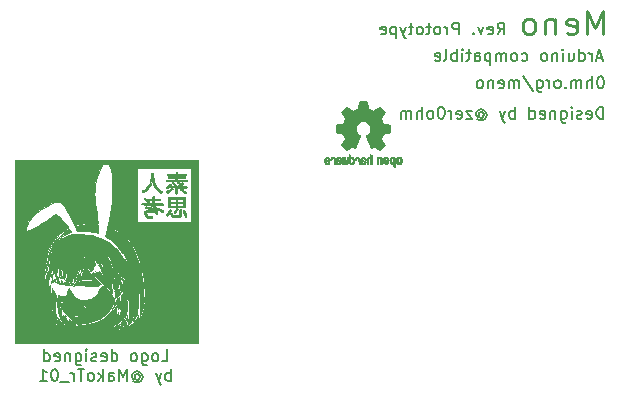
<source format=gbo>
G04 #@! TF.GenerationSoftware,KiCad,Pcbnew,(5.1.4)-1*
G04 #@! TF.CreationDate,2020-03-27T05:00:20+09:00*
G04 #@! TF.ProjectId,Meno,4d656e6f-2e6b-4696-9361-645f70636258,rev?*
G04 #@! TF.SameCoordinates,PX6cf7820PY7a67730*
G04 #@! TF.FileFunction,Legend,Bot*
G04 #@! TF.FilePolarity,Positive*
%FSLAX46Y46*%
G04 Gerber Fmt 4.6, Leading zero omitted, Abs format (unit mm)*
G04 Created by KiCad (PCBNEW (5.1.4)-1) date 2020-03-27 05:00:20*
%MOMM*%
%LPD*%
G04 APERTURE LIST*
%ADD10C,0.150000*%
%ADD11C,0.250000*%
%ADD12C,0.010000*%
G04 APERTURE END LIST*
D10*
X13688095Y13222620D02*
X14164285Y13222620D01*
X14164285Y14222620D01*
X13211904Y13222620D02*
X13307142Y13270239D01*
X13354761Y13317858D01*
X13402380Y13413096D01*
X13402380Y13698810D01*
X13354761Y13794048D01*
X13307142Y13841667D01*
X13211904Y13889286D01*
X13069047Y13889286D01*
X12973809Y13841667D01*
X12926190Y13794048D01*
X12878571Y13698810D01*
X12878571Y13413096D01*
X12926190Y13317858D01*
X12973809Y13270239D01*
X13069047Y13222620D01*
X13211904Y13222620D01*
X12021428Y13889286D02*
X12021428Y13079762D01*
X12069047Y12984524D01*
X12116666Y12936905D01*
X12211904Y12889286D01*
X12354761Y12889286D01*
X12450000Y12936905D01*
X12021428Y13270239D02*
X12116666Y13222620D01*
X12307142Y13222620D01*
X12402380Y13270239D01*
X12450000Y13317858D01*
X12497619Y13413096D01*
X12497619Y13698810D01*
X12450000Y13794048D01*
X12402380Y13841667D01*
X12307142Y13889286D01*
X12116666Y13889286D01*
X12021428Y13841667D01*
X11402380Y13222620D02*
X11497619Y13270239D01*
X11545238Y13317858D01*
X11592857Y13413096D01*
X11592857Y13698810D01*
X11545238Y13794048D01*
X11497619Y13841667D01*
X11402380Y13889286D01*
X11259523Y13889286D01*
X11164285Y13841667D01*
X11116666Y13794048D01*
X11069047Y13698810D01*
X11069047Y13413096D01*
X11116666Y13317858D01*
X11164285Y13270239D01*
X11259523Y13222620D01*
X11402380Y13222620D01*
X9450000Y13222620D02*
X9450000Y14222620D01*
X9450000Y13270239D02*
X9545238Y13222620D01*
X9735714Y13222620D01*
X9830952Y13270239D01*
X9878571Y13317858D01*
X9926190Y13413096D01*
X9926190Y13698810D01*
X9878571Y13794048D01*
X9830952Y13841667D01*
X9735714Y13889286D01*
X9545238Y13889286D01*
X9450000Y13841667D01*
X8592857Y13270239D02*
X8688095Y13222620D01*
X8878571Y13222620D01*
X8973809Y13270239D01*
X9021428Y13365477D01*
X9021428Y13746429D01*
X8973809Y13841667D01*
X8878571Y13889286D01*
X8688095Y13889286D01*
X8592857Y13841667D01*
X8545238Y13746429D01*
X8545238Y13651191D01*
X9021428Y13555953D01*
X8164285Y13270239D02*
X8069047Y13222620D01*
X7878571Y13222620D01*
X7783333Y13270239D01*
X7735714Y13365477D01*
X7735714Y13413096D01*
X7783333Y13508334D01*
X7878571Y13555953D01*
X8021428Y13555953D01*
X8116666Y13603572D01*
X8164285Y13698810D01*
X8164285Y13746429D01*
X8116666Y13841667D01*
X8021428Y13889286D01*
X7878571Y13889286D01*
X7783333Y13841667D01*
X7307142Y13222620D02*
X7307142Y13889286D01*
X7307142Y14222620D02*
X7354761Y14175000D01*
X7307142Y14127381D01*
X7259523Y14175000D01*
X7307142Y14222620D01*
X7307142Y14127381D01*
X6402380Y13889286D02*
X6402380Y13079762D01*
X6450000Y12984524D01*
X6497619Y12936905D01*
X6592857Y12889286D01*
X6735714Y12889286D01*
X6830952Y12936905D01*
X6402380Y13270239D02*
X6497619Y13222620D01*
X6688095Y13222620D01*
X6783333Y13270239D01*
X6830952Y13317858D01*
X6878571Y13413096D01*
X6878571Y13698810D01*
X6830952Y13794048D01*
X6783333Y13841667D01*
X6688095Y13889286D01*
X6497619Y13889286D01*
X6402380Y13841667D01*
X5926190Y13889286D02*
X5926190Y13222620D01*
X5926190Y13794048D02*
X5878571Y13841667D01*
X5783333Y13889286D01*
X5640476Y13889286D01*
X5545238Y13841667D01*
X5497619Y13746429D01*
X5497619Y13222620D01*
X4640476Y13270239D02*
X4735714Y13222620D01*
X4926190Y13222620D01*
X5021428Y13270239D01*
X5069047Y13365477D01*
X5069047Y13746429D01*
X5021428Y13841667D01*
X4926190Y13889286D01*
X4735714Y13889286D01*
X4640476Y13841667D01*
X4592857Y13746429D01*
X4592857Y13651191D01*
X5069047Y13555953D01*
X3735714Y13222620D02*
X3735714Y14222620D01*
X3735714Y13270239D02*
X3830952Y13222620D01*
X4021428Y13222620D01*
X4116666Y13270239D01*
X4164285Y13317858D01*
X4211904Y13413096D01*
X4211904Y13698810D01*
X4164285Y13794048D01*
X4116666Y13841667D01*
X4021428Y13889286D01*
X3830952Y13889286D01*
X3735714Y13841667D01*
X14473809Y11572620D02*
X14473809Y12572620D01*
X14473809Y12191667D02*
X14378571Y12239286D01*
X14188095Y12239286D01*
X14092857Y12191667D01*
X14045238Y12144048D01*
X13997619Y12048810D01*
X13997619Y11763096D01*
X14045238Y11667858D01*
X14092857Y11620239D01*
X14188095Y11572620D01*
X14378571Y11572620D01*
X14473809Y11620239D01*
X13664285Y12239286D02*
X13426190Y11572620D01*
X13188095Y12239286D02*
X13426190Y11572620D01*
X13521428Y11334524D01*
X13569047Y11286905D01*
X13664285Y11239286D01*
X11426190Y12048810D02*
X11473809Y12096429D01*
X11569047Y12144048D01*
X11664285Y12144048D01*
X11759523Y12096429D01*
X11807142Y12048810D01*
X11854761Y11953572D01*
X11854761Y11858334D01*
X11807142Y11763096D01*
X11759523Y11715477D01*
X11664285Y11667858D01*
X11569047Y11667858D01*
X11473809Y11715477D01*
X11426190Y11763096D01*
X11426190Y12144048D02*
X11426190Y11763096D01*
X11378571Y11715477D01*
X11330952Y11715477D01*
X11235714Y11763096D01*
X11188095Y11858334D01*
X11188095Y12096429D01*
X11283333Y12239286D01*
X11426190Y12334524D01*
X11616666Y12382143D01*
X11807142Y12334524D01*
X11950000Y12239286D01*
X12045238Y12096429D01*
X12092857Y11905953D01*
X12045238Y11715477D01*
X11950000Y11572620D01*
X11807142Y11477381D01*
X11616666Y11429762D01*
X11426190Y11477381D01*
X11283333Y11572620D01*
X10759523Y11572620D02*
X10759523Y12572620D01*
X10426190Y11858334D01*
X10092857Y12572620D01*
X10092857Y11572620D01*
X9188095Y11572620D02*
X9188095Y12096429D01*
X9235714Y12191667D01*
X9330952Y12239286D01*
X9521428Y12239286D01*
X9616666Y12191667D01*
X9188095Y11620239D02*
X9283333Y11572620D01*
X9521428Y11572620D01*
X9616666Y11620239D01*
X9664285Y11715477D01*
X9664285Y11810715D01*
X9616666Y11905953D01*
X9521428Y11953572D01*
X9283333Y11953572D01*
X9188095Y12001191D01*
X8711904Y11572620D02*
X8711904Y12572620D01*
X8616666Y11953572D02*
X8330952Y11572620D01*
X8330952Y12239286D02*
X8711904Y11858334D01*
X7759523Y11572620D02*
X7854761Y11620239D01*
X7902380Y11667858D01*
X7950000Y11763096D01*
X7950000Y12048810D01*
X7902380Y12144048D01*
X7854761Y12191667D01*
X7759523Y12239286D01*
X7616666Y12239286D01*
X7521428Y12191667D01*
X7473809Y12144048D01*
X7426190Y12048810D01*
X7426190Y11763096D01*
X7473809Y11667858D01*
X7521428Y11620239D01*
X7616666Y11572620D01*
X7759523Y11572620D01*
X7140476Y12572620D02*
X6569047Y12572620D01*
X6854761Y11572620D02*
X6854761Y12572620D01*
X6235714Y11572620D02*
X6235714Y12239286D01*
X6235714Y12048810D02*
X6188095Y12144048D01*
X6140476Y12191667D01*
X6045238Y12239286D01*
X5950000Y12239286D01*
X5854761Y11477381D02*
X5092857Y11477381D01*
X4664285Y12572620D02*
X4569047Y12572620D01*
X4473809Y12525000D01*
X4426190Y12477381D01*
X4378571Y12382143D01*
X4330952Y12191667D01*
X4330952Y11953572D01*
X4378571Y11763096D01*
X4426190Y11667858D01*
X4473809Y11620239D01*
X4569047Y11572620D01*
X4664285Y11572620D01*
X4759523Y11620239D01*
X4807142Y11667858D01*
X4854761Y11763096D01*
X4902380Y11953572D01*
X4902380Y12191667D01*
X4854761Y12382143D01*
X4807142Y12477381D01*
X4759523Y12525000D01*
X4664285Y12572620D01*
X3378571Y11572620D02*
X3950000Y11572620D01*
X3664285Y11572620D02*
X3664285Y12572620D01*
X3759523Y12429762D01*
X3854761Y12334524D01*
X3950000Y12286905D01*
X51067219Y33761420D02*
X51067219Y34761420D01*
X50829123Y34761420D01*
X50686266Y34713800D01*
X50591028Y34618562D01*
X50543409Y34523324D01*
X50495790Y34332848D01*
X50495790Y34189991D01*
X50543409Y33999515D01*
X50591028Y33904277D01*
X50686266Y33809039D01*
X50829123Y33761420D01*
X51067219Y33761420D01*
X49686266Y33809039D02*
X49781504Y33761420D01*
X49971980Y33761420D01*
X50067219Y33809039D01*
X50114838Y33904277D01*
X50114838Y34285229D01*
X50067219Y34380467D01*
X49971980Y34428086D01*
X49781504Y34428086D01*
X49686266Y34380467D01*
X49638647Y34285229D01*
X49638647Y34189991D01*
X50114838Y34094753D01*
X49257695Y33809039D02*
X49162457Y33761420D01*
X48971980Y33761420D01*
X48876742Y33809039D01*
X48829123Y33904277D01*
X48829123Y33951896D01*
X48876742Y34047134D01*
X48971980Y34094753D01*
X49114838Y34094753D01*
X49210076Y34142372D01*
X49257695Y34237610D01*
X49257695Y34285229D01*
X49210076Y34380467D01*
X49114838Y34428086D01*
X48971980Y34428086D01*
X48876742Y34380467D01*
X48400552Y33761420D02*
X48400552Y34428086D01*
X48400552Y34761420D02*
X48448171Y34713800D01*
X48400552Y34666181D01*
X48352933Y34713800D01*
X48400552Y34761420D01*
X48400552Y34666181D01*
X47495790Y34428086D02*
X47495790Y33618562D01*
X47543409Y33523324D01*
X47591028Y33475705D01*
X47686266Y33428086D01*
X47829123Y33428086D01*
X47924361Y33475705D01*
X47495790Y33809039D02*
X47591028Y33761420D01*
X47781504Y33761420D01*
X47876742Y33809039D01*
X47924361Y33856658D01*
X47971980Y33951896D01*
X47971980Y34237610D01*
X47924361Y34332848D01*
X47876742Y34380467D01*
X47781504Y34428086D01*
X47591028Y34428086D01*
X47495790Y34380467D01*
X47019600Y34428086D02*
X47019600Y33761420D01*
X47019600Y34332848D02*
X46971980Y34380467D01*
X46876742Y34428086D01*
X46733885Y34428086D01*
X46638647Y34380467D01*
X46591028Y34285229D01*
X46591028Y33761420D01*
X45733885Y33809039D02*
X45829123Y33761420D01*
X46019600Y33761420D01*
X46114838Y33809039D01*
X46162457Y33904277D01*
X46162457Y34285229D01*
X46114838Y34380467D01*
X46019600Y34428086D01*
X45829123Y34428086D01*
X45733885Y34380467D01*
X45686266Y34285229D01*
X45686266Y34189991D01*
X46162457Y34094753D01*
X44829123Y33761420D02*
X44829123Y34761420D01*
X44829123Y33809039D02*
X44924361Y33761420D01*
X45114838Y33761420D01*
X45210076Y33809039D01*
X45257695Y33856658D01*
X45305314Y33951896D01*
X45305314Y34237610D01*
X45257695Y34332848D01*
X45210076Y34380467D01*
X45114838Y34428086D01*
X44924361Y34428086D01*
X44829123Y34380467D01*
X43591028Y33761420D02*
X43591028Y34761420D01*
X43591028Y34380467D02*
X43495790Y34428086D01*
X43305314Y34428086D01*
X43210076Y34380467D01*
X43162457Y34332848D01*
X43114838Y34237610D01*
X43114838Y33951896D01*
X43162457Y33856658D01*
X43210076Y33809039D01*
X43305314Y33761420D01*
X43495790Y33761420D01*
X43591028Y33809039D01*
X42781504Y34428086D02*
X42543409Y33761420D01*
X42305314Y34428086D02*
X42543409Y33761420D01*
X42638647Y33523324D01*
X42686266Y33475705D01*
X42781504Y33428086D01*
X40543409Y34237610D02*
X40591028Y34285229D01*
X40686266Y34332848D01*
X40781504Y34332848D01*
X40876742Y34285229D01*
X40924361Y34237610D01*
X40971980Y34142372D01*
X40971980Y34047134D01*
X40924361Y33951896D01*
X40876742Y33904277D01*
X40781504Y33856658D01*
X40686266Y33856658D01*
X40591028Y33904277D01*
X40543409Y33951896D01*
X40543409Y34332848D02*
X40543409Y33951896D01*
X40495790Y33904277D01*
X40448171Y33904277D01*
X40352933Y33951896D01*
X40305314Y34047134D01*
X40305314Y34285229D01*
X40400552Y34428086D01*
X40543409Y34523324D01*
X40733885Y34570943D01*
X40924361Y34523324D01*
X41067219Y34428086D01*
X41162457Y34285229D01*
X41210076Y34094753D01*
X41162457Y33904277D01*
X41067219Y33761420D01*
X40924361Y33666181D01*
X40733885Y33618562D01*
X40543409Y33666181D01*
X40400552Y33761420D01*
X39971980Y34428086D02*
X39448171Y34428086D01*
X39971980Y33761420D01*
X39448171Y33761420D01*
X38686266Y33809039D02*
X38781504Y33761420D01*
X38971980Y33761420D01*
X39067219Y33809039D01*
X39114838Y33904277D01*
X39114838Y34285229D01*
X39067219Y34380467D01*
X38971980Y34428086D01*
X38781504Y34428086D01*
X38686266Y34380467D01*
X38638647Y34285229D01*
X38638647Y34189991D01*
X39114838Y34094753D01*
X38210076Y33761420D02*
X38210076Y34428086D01*
X38210076Y34237610D02*
X38162457Y34332848D01*
X38114838Y34380467D01*
X38019600Y34428086D01*
X37924361Y34428086D01*
X37400552Y34761420D02*
X37305314Y34761420D01*
X37210076Y34713800D01*
X37162457Y34666181D01*
X37114838Y34570943D01*
X37067219Y34380467D01*
X37067219Y34142372D01*
X37114838Y33951896D01*
X37162457Y33856658D01*
X37210076Y33809039D01*
X37305314Y33761420D01*
X37400552Y33761420D01*
X37495790Y33809039D01*
X37543409Y33856658D01*
X37591028Y33951896D01*
X37638647Y34142372D01*
X37638647Y34380467D01*
X37591028Y34570943D01*
X37543409Y34666181D01*
X37495790Y34713800D01*
X37400552Y34761420D01*
X36495790Y33761420D02*
X36591028Y33809039D01*
X36638647Y33856658D01*
X36686266Y33951896D01*
X36686266Y34237610D01*
X36638647Y34332848D01*
X36591028Y34380467D01*
X36495790Y34428086D01*
X36352933Y34428086D01*
X36257695Y34380467D01*
X36210076Y34332848D01*
X36162457Y34237610D01*
X36162457Y33951896D01*
X36210076Y33856658D01*
X36257695Y33809039D01*
X36352933Y33761420D01*
X36495790Y33761420D01*
X35733885Y33761420D02*
X35733885Y34761420D01*
X35305314Y33761420D02*
X35305314Y34285229D01*
X35352933Y34380467D01*
X35448171Y34428086D01*
X35591028Y34428086D01*
X35686266Y34380467D01*
X35733885Y34332848D01*
X34829123Y33761420D02*
X34829123Y34428086D01*
X34829123Y34332848D02*
X34781504Y34380467D01*
X34686266Y34428086D01*
X34543409Y34428086D01*
X34448171Y34380467D01*
X34400552Y34285229D01*
X34400552Y33761420D01*
X34400552Y34285229D02*
X34352933Y34380467D01*
X34257695Y34428086D01*
X34114838Y34428086D01*
X34019600Y34380467D01*
X33971980Y34285229D01*
X33971980Y33761420D01*
X50892857Y37352220D02*
X50797619Y37352220D01*
X50702380Y37304600D01*
X50654761Y37256981D01*
X50607142Y37161743D01*
X50559523Y36971267D01*
X50559523Y36733172D01*
X50607142Y36542696D01*
X50654761Y36447458D01*
X50702380Y36399839D01*
X50797619Y36352220D01*
X50892857Y36352220D01*
X50988095Y36399839D01*
X51035714Y36447458D01*
X51083333Y36542696D01*
X51130952Y36733172D01*
X51130952Y36971267D01*
X51083333Y37161743D01*
X51035714Y37256981D01*
X50988095Y37304600D01*
X50892857Y37352220D01*
X50130952Y36352220D02*
X50130952Y37352220D01*
X49702380Y36352220D02*
X49702380Y36876029D01*
X49750000Y36971267D01*
X49845238Y37018886D01*
X49988095Y37018886D01*
X50083333Y36971267D01*
X50130952Y36923648D01*
X49226190Y36352220D02*
X49226190Y37018886D01*
X49226190Y36923648D02*
X49178571Y36971267D01*
X49083333Y37018886D01*
X48940476Y37018886D01*
X48845238Y36971267D01*
X48797619Y36876029D01*
X48797619Y36352220D01*
X48797619Y36876029D02*
X48750000Y36971267D01*
X48654761Y37018886D01*
X48511904Y37018886D01*
X48416666Y36971267D01*
X48369047Y36876029D01*
X48369047Y36352220D01*
X47892857Y36447458D02*
X47845238Y36399839D01*
X47892857Y36352220D01*
X47940476Y36399839D01*
X47892857Y36447458D01*
X47892857Y36352220D01*
X47273809Y36352220D02*
X47369047Y36399839D01*
X47416666Y36447458D01*
X47464285Y36542696D01*
X47464285Y36828410D01*
X47416666Y36923648D01*
X47369047Y36971267D01*
X47273809Y37018886D01*
X47130952Y37018886D01*
X47035714Y36971267D01*
X46988095Y36923648D01*
X46940476Y36828410D01*
X46940476Y36542696D01*
X46988095Y36447458D01*
X47035714Y36399839D01*
X47130952Y36352220D01*
X47273809Y36352220D01*
X46511904Y36352220D02*
X46511904Y37018886D01*
X46511904Y36828410D02*
X46464285Y36923648D01*
X46416666Y36971267D01*
X46321428Y37018886D01*
X46226190Y37018886D01*
X45464285Y37018886D02*
X45464285Y36209362D01*
X45511904Y36114124D01*
X45559523Y36066505D01*
X45654761Y36018886D01*
X45797619Y36018886D01*
X45892857Y36066505D01*
X45464285Y36399839D02*
X45559523Y36352220D01*
X45750000Y36352220D01*
X45845238Y36399839D01*
X45892857Y36447458D01*
X45940476Y36542696D01*
X45940476Y36828410D01*
X45892857Y36923648D01*
X45845238Y36971267D01*
X45750000Y37018886D01*
X45559523Y37018886D01*
X45464285Y36971267D01*
X44273809Y37399839D02*
X45130952Y36114124D01*
X43940476Y36352220D02*
X43940476Y37018886D01*
X43940476Y36923648D02*
X43892857Y36971267D01*
X43797619Y37018886D01*
X43654761Y37018886D01*
X43559523Y36971267D01*
X43511904Y36876029D01*
X43511904Y36352220D01*
X43511904Y36876029D02*
X43464285Y36971267D01*
X43369047Y37018886D01*
X43226190Y37018886D01*
X43130952Y36971267D01*
X43083333Y36876029D01*
X43083333Y36352220D01*
X42226190Y36399839D02*
X42321428Y36352220D01*
X42511904Y36352220D01*
X42607142Y36399839D01*
X42654761Y36495077D01*
X42654761Y36876029D01*
X42607142Y36971267D01*
X42511904Y37018886D01*
X42321428Y37018886D01*
X42226190Y36971267D01*
X42178571Y36876029D01*
X42178571Y36780791D01*
X42654761Y36685553D01*
X41750000Y37018886D02*
X41750000Y36352220D01*
X41750000Y36923648D02*
X41702380Y36971267D01*
X41607142Y37018886D01*
X41464285Y37018886D01*
X41369047Y36971267D01*
X41321428Y36876029D01*
X41321428Y36352220D01*
X40702380Y36352220D02*
X40797619Y36399839D01*
X40845238Y36447458D01*
X40892857Y36542696D01*
X40892857Y36828410D01*
X40845238Y36923648D01*
X40797619Y36971267D01*
X40702380Y37018886D01*
X40559523Y37018886D01*
X40464285Y36971267D01*
X40416666Y36923648D01*
X40369047Y36828410D01*
X40369047Y36542696D01*
X40416666Y36447458D01*
X40464285Y36399839D01*
X40559523Y36352220D01*
X40702380Y36352220D01*
X42126666Y40897620D02*
X42460000Y41373810D01*
X42698095Y40897620D02*
X42698095Y41897620D01*
X42317142Y41897620D01*
X42221904Y41850000D01*
X42174285Y41802381D01*
X42126666Y41707143D01*
X42126666Y41564286D01*
X42174285Y41469048D01*
X42221904Y41421429D01*
X42317142Y41373810D01*
X42698095Y41373810D01*
X41317142Y40945239D02*
X41412380Y40897620D01*
X41602857Y40897620D01*
X41698095Y40945239D01*
X41745714Y41040477D01*
X41745714Y41421429D01*
X41698095Y41516667D01*
X41602857Y41564286D01*
X41412380Y41564286D01*
X41317142Y41516667D01*
X41269523Y41421429D01*
X41269523Y41326191D01*
X41745714Y41230953D01*
X40936190Y41564286D02*
X40698095Y40897620D01*
X40460000Y41564286D01*
X40079047Y40992858D02*
X40031428Y40945239D01*
X40079047Y40897620D01*
X40126666Y40945239D01*
X40079047Y40992858D01*
X40079047Y40897620D01*
X38840952Y40897620D02*
X38840952Y41897620D01*
X38460000Y41897620D01*
X38364761Y41850000D01*
X38317142Y41802381D01*
X38269523Y41707143D01*
X38269523Y41564286D01*
X38317142Y41469048D01*
X38364761Y41421429D01*
X38460000Y41373810D01*
X38840952Y41373810D01*
X37840952Y40897620D02*
X37840952Y41564286D01*
X37840952Y41373810D02*
X37793333Y41469048D01*
X37745714Y41516667D01*
X37650476Y41564286D01*
X37555238Y41564286D01*
X37079047Y40897620D02*
X37174285Y40945239D01*
X37221904Y40992858D01*
X37269523Y41088096D01*
X37269523Y41373810D01*
X37221904Y41469048D01*
X37174285Y41516667D01*
X37079047Y41564286D01*
X36936190Y41564286D01*
X36840952Y41516667D01*
X36793333Y41469048D01*
X36745714Y41373810D01*
X36745714Y41088096D01*
X36793333Y40992858D01*
X36840952Y40945239D01*
X36936190Y40897620D01*
X37079047Y40897620D01*
X36460000Y41564286D02*
X36079047Y41564286D01*
X36317142Y41897620D02*
X36317142Y41040477D01*
X36269523Y40945239D01*
X36174285Y40897620D01*
X36079047Y40897620D01*
X35602857Y40897620D02*
X35698095Y40945239D01*
X35745714Y40992858D01*
X35793333Y41088096D01*
X35793333Y41373810D01*
X35745714Y41469048D01*
X35698095Y41516667D01*
X35602857Y41564286D01*
X35460000Y41564286D01*
X35364761Y41516667D01*
X35317142Y41469048D01*
X35269523Y41373810D01*
X35269523Y41088096D01*
X35317142Y40992858D01*
X35364761Y40945239D01*
X35460000Y40897620D01*
X35602857Y40897620D01*
X34983809Y41564286D02*
X34602857Y41564286D01*
X34840952Y41897620D02*
X34840952Y41040477D01*
X34793333Y40945239D01*
X34698095Y40897620D01*
X34602857Y40897620D01*
X34364761Y41564286D02*
X34126666Y40897620D01*
X33888571Y41564286D02*
X34126666Y40897620D01*
X34221904Y40659524D01*
X34269523Y40611905D01*
X34364761Y40564286D01*
X33507619Y41564286D02*
X33507619Y40564286D01*
X33507619Y41516667D02*
X33412380Y41564286D01*
X33221904Y41564286D01*
X33126666Y41516667D01*
X33079047Y41469048D01*
X33031428Y41373810D01*
X33031428Y41088096D01*
X33079047Y40992858D01*
X33126666Y40945239D01*
X33221904Y40897620D01*
X33412380Y40897620D01*
X33507619Y40945239D01*
X32221904Y40945239D02*
X32317142Y40897620D01*
X32507619Y40897620D01*
X32602857Y40945239D01*
X32650476Y41040477D01*
X32650476Y41421429D01*
X32602857Y41516667D01*
X32507619Y41564286D01*
X32317142Y41564286D01*
X32221904Y41516667D01*
X32174285Y41421429D01*
X32174285Y41326191D01*
X32650476Y41230953D01*
X50995238Y38933334D02*
X50519047Y38933334D01*
X51090476Y38647620D02*
X50757142Y39647620D01*
X50423809Y38647620D01*
X50090476Y38647620D02*
X50090476Y39314286D01*
X50090476Y39123810D02*
X50042857Y39219048D01*
X49995238Y39266667D01*
X49900000Y39314286D01*
X49804761Y39314286D01*
X49042857Y38647620D02*
X49042857Y39647620D01*
X49042857Y38695239D02*
X49138095Y38647620D01*
X49328571Y38647620D01*
X49423809Y38695239D01*
X49471428Y38742858D01*
X49519047Y38838096D01*
X49519047Y39123810D01*
X49471428Y39219048D01*
X49423809Y39266667D01*
X49328571Y39314286D01*
X49138095Y39314286D01*
X49042857Y39266667D01*
X48138095Y39314286D02*
X48138095Y38647620D01*
X48566666Y39314286D02*
X48566666Y38790477D01*
X48519047Y38695239D01*
X48423809Y38647620D01*
X48280952Y38647620D01*
X48185714Y38695239D01*
X48138095Y38742858D01*
X47661904Y38647620D02*
X47661904Y39314286D01*
X47661904Y39647620D02*
X47709523Y39600000D01*
X47661904Y39552381D01*
X47614285Y39600000D01*
X47661904Y39647620D01*
X47661904Y39552381D01*
X47185714Y39314286D02*
X47185714Y38647620D01*
X47185714Y39219048D02*
X47138095Y39266667D01*
X47042857Y39314286D01*
X46900000Y39314286D01*
X46804761Y39266667D01*
X46757142Y39171429D01*
X46757142Y38647620D01*
X46138095Y38647620D02*
X46233333Y38695239D01*
X46280952Y38742858D01*
X46328571Y38838096D01*
X46328571Y39123810D01*
X46280952Y39219048D01*
X46233333Y39266667D01*
X46138095Y39314286D01*
X45995238Y39314286D01*
X45900000Y39266667D01*
X45852380Y39219048D01*
X45804761Y39123810D01*
X45804761Y38838096D01*
X45852380Y38742858D01*
X45900000Y38695239D01*
X45995238Y38647620D01*
X46138095Y38647620D01*
X44185714Y38695239D02*
X44280952Y38647620D01*
X44471428Y38647620D01*
X44566666Y38695239D01*
X44614285Y38742858D01*
X44661904Y38838096D01*
X44661904Y39123810D01*
X44614285Y39219048D01*
X44566666Y39266667D01*
X44471428Y39314286D01*
X44280952Y39314286D01*
X44185714Y39266667D01*
X43614285Y38647620D02*
X43709523Y38695239D01*
X43757142Y38742858D01*
X43804761Y38838096D01*
X43804761Y39123810D01*
X43757142Y39219048D01*
X43709523Y39266667D01*
X43614285Y39314286D01*
X43471428Y39314286D01*
X43376190Y39266667D01*
X43328571Y39219048D01*
X43280952Y39123810D01*
X43280952Y38838096D01*
X43328571Y38742858D01*
X43376190Y38695239D01*
X43471428Y38647620D01*
X43614285Y38647620D01*
X42852380Y38647620D02*
X42852380Y39314286D01*
X42852380Y39219048D02*
X42804761Y39266667D01*
X42709523Y39314286D01*
X42566666Y39314286D01*
X42471428Y39266667D01*
X42423809Y39171429D01*
X42423809Y38647620D01*
X42423809Y39171429D02*
X42376190Y39266667D01*
X42280952Y39314286D01*
X42138095Y39314286D01*
X42042857Y39266667D01*
X41995238Y39171429D01*
X41995238Y38647620D01*
X41519047Y39314286D02*
X41519047Y38314286D01*
X41519047Y39266667D02*
X41423809Y39314286D01*
X41233333Y39314286D01*
X41138095Y39266667D01*
X41090476Y39219048D01*
X41042857Y39123810D01*
X41042857Y38838096D01*
X41090476Y38742858D01*
X41138095Y38695239D01*
X41233333Y38647620D01*
X41423809Y38647620D01*
X41519047Y38695239D01*
X40185714Y38647620D02*
X40185714Y39171429D01*
X40233333Y39266667D01*
X40328571Y39314286D01*
X40519047Y39314286D01*
X40614285Y39266667D01*
X40185714Y38695239D02*
X40280952Y38647620D01*
X40519047Y38647620D01*
X40614285Y38695239D01*
X40661904Y38790477D01*
X40661904Y38885715D01*
X40614285Y38980953D01*
X40519047Y39028572D01*
X40280952Y39028572D01*
X40185714Y39076191D01*
X39852380Y39314286D02*
X39471428Y39314286D01*
X39709523Y39647620D02*
X39709523Y38790477D01*
X39661904Y38695239D01*
X39566666Y38647620D01*
X39471428Y38647620D01*
X39138095Y38647620D02*
X39138095Y39314286D01*
X39138095Y39647620D02*
X39185714Y39600000D01*
X39138095Y39552381D01*
X39090476Y39600000D01*
X39138095Y39647620D01*
X39138095Y39552381D01*
X38661904Y38647620D02*
X38661904Y39647620D01*
X38661904Y39266667D02*
X38566666Y39314286D01*
X38376190Y39314286D01*
X38280952Y39266667D01*
X38233333Y39219048D01*
X38185714Y39123810D01*
X38185714Y38838096D01*
X38233333Y38742858D01*
X38280952Y38695239D01*
X38376190Y38647620D01*
X38566666Y38647620D01*
X38661904Y38695239D01*
X37614285Y38647620D02*
X37709523Y38695239D01*
X37757142Y38790477D01*
X37757142Y39647620D01*
X36852380Y38695239D02*
X36947619Y38647620D01*
X37138095Y38647620D01*
X37233333Y38695239D01*
X37280952Y38790477D01*
X37280952Y39171429D01*
X37233333Y39266667D01*
X37138095Y39314286D01*
X36947619Y39314286D01*
X36852380Y39266667D01*
X36804761Y39171429D01*
X36804761Y39076191D01*
X37280952Y38980953D01*
D11*
X51033333Y40895239D02*
X51033333Y42895239D01*
X50366666Y41466667D01*
X49700000Y42895239D01*
X49700000Y40895239D01*
X47985714Y40990477D02*
X48176190Y40895239D01*
X48557142Y40895239D01*
X48747619Y40990477D01*
X48842857Y41180953D01*
X48842857Y41942858D01*
X48747619Y42133334D01*
X48557142Y42228572D01*
X48176190Y42228572D01*
X47985714Y42133334D01*
X47890476Y41942858D01*
X47890476Y41752381D01*
X48842857Y41561905D01*
X47033333Y42228572D02*
X47033333Y40895239D01*
X47033333Y42038096D02*
X46938095Y42133334D01*
X46747619Y42228572D01*
X46461904Y42228572D01*
X46271428Y42133334D01*
X46176190Y41942858D01*
X46176190Y40895239D01*
X44938095Y40895239D02*
X45128571Y40990477D01*
X45223809Y41085715D01*
X45319047Y41276191D01*
X45319047Y41847620D01*
X45223809Y42038096D01*
X45128571Y42133334D01*
X44938095Y42228572D01*
X44652380Y42228572D01*
X44461904Y42133334D01*
X44366666Y42038096D01*
X44271428Y41847620D01*
X44271428Y41276191D01*
X44366666Y41085715D01*
X44461904Y40990477D01*
X44652380Y40895239D01*
X44938095Y40895239D01*
D12*
G36*
X14476158Y27860827D02*
G01*
X14387880Y27815563D01*
X14283037Y27752429D01*
X14171359Y27681766D01*
X14104823Y27634544D01*
X14075630Y27602026D01*
X14075982Y27575477D01*
X14098081Y27546160D01*
X14098492Y27545704D01*
X14144966Y27502035D01*
X14169984Y27488875D01*
X14201892Y27506561D01*
X14271170Y27552204D01*
X14365093Y27617313D01*
X14405244Y27645853D01*
X14503059Y27717778D01*
X14577940Y27776496D01*
X14618242Y27812722D01*
X14622073Y27818786D01*
X14599388Y27847872D01*
X14571358Y27868531D01*
X14533822Y27877076D01*
X14476158Y27860827D01*
X14476158Y27860827D01*
G37*
X14476158Y27860827D02*
X14387880Y27815563D01*
X14283037Y27752429D01*
X14171359Y27681766D01*
X14104823Y27634544D01*
X14075630Y27602026D01*
X14075982Y27575477D01*
X14098081Y27546160D01*
X14098492Y27545704D01*
X14144966Y27502035D01*
X14169984Y27488875D01*
X14201892Y27506561D01*
X14271170Y27552204D01*
X14365093Y27617313D01*
X14405244Y27645853D01*
X14503059Y27717778D01*
X14577940Y27776496D01*
X14618242Y27812722D01*
X14622073Y27818786D01*
X14599388Y27847872D01*
X14571358Y27868531D01*
X14533822Y27877076D01*
X14476158Y27860827D01*
G36*
X12841314Y29185708D02*
G01*
X12819075Y29160400D01*
X12810980Y29099449D01*
X12810000Y29026055D01*
X12789734Y28766128D01*
X12733092Y28508650D01*
X12669854Y28334223D01*
X12586146Y28189018D01*
X12464534Y28033433D01*
X12321802Y27886196D01*
X12174735Y27766032D01*
X12139591Y27742626D01*
X12056067Y27688355D01*
X12017187Y27652698D01*
X12015343Y27620981D01*
X12042930Y27578533D01*
X12049808Y27569447D01*
X12091561Y27534117D01*
X12144225Y27532561D01*
X12214898Y27568348D01*
X12310681Y27645049D01*
X12436022Y27763614D01*
X12573599Y27911451D01*
X12678192Y28056603D01*
X12770321Y28227610D01*
X12771597Y28230274D01*
X12894383Y28487082D01*
X12915407Y28375014D01*
X12958882Y28236236D01*
X13035700Y28077027D01*
X13133751Y27919044D01*
X13240921Y27783946D01*
X13253322Y27770815D01*
X13326972Y27700417D01*
X13416392Y27623212D01*
X13507687Y27550135D01*
X13586966Y27492124D01*
X13640333Y27460112D01*
X13651923Y27457071D01*
X13675099Y27479866D01*
X13713918Y27529784D01*
X13744402Y27578031D01*
X13737971Y27608282D01*
X13686217Y27639439D01*
X13659403Y27652358D01*
X13547454Y27722220D01*
X13421540Y27825838D01*
X13301420Y27945005D01*
X13206856Y28061510D01*
X13193542Y28081631D01*
X13126193Y28219678D01*
X13066114Y28402696D01*
X13017657Y28613773D01*
X12985173Y28835995D01*
X12977933Y28919695D01*
X12968112Y29049476D01*
X12957688Y29129437D01*
X12942523Y29171612D01*
X12918474Y29188031D01*
X12884658Y29190732D01*
X12841314Y29185708D01*
X12841314Y29185708D01*
G37*
X12841314Y29185708D02*
X12819075Y29160400D01*
X12810980Y29099449D01*
X12810000Y29026055D01*
X12789734Y28766128D01*
X12733092Y28508650D01*
X12669854Y28334223D01*
X12586146Y28189018D01*
X12464534Y28033433D01*
X12321802Y27886196D01*
X12174735Y27766032D01*
X12139591Y27742626D01*
X12056067Y27688355D01*
X12017187Y27652698D01*
X12015343Y27620981D01*
X12042930Y27578533D01*
X12049808Y27569447D01*
X12091561Y27534117D01*
X12144225Y27532561D01*
X12214898Y27568348D01*
X12310681Y27645049D01*
X12436022Y27763614D01*
X12573599Y27911451D01*
X12678192Y28056603D01*
X12770321Y28227610D01*
X12771597Y28230274D01*
X12894383Y28487082D01*
X12915407Y28375014D01*
X12958882Y28236236D01*
X13035700Y28077027D01*
X13133751Y27919044D01*
X13240921Y27783946D01*
X13253322Y27770815D01*
X13326972Y27700417D01*
X13416392Y27623212D01*
X13507687Y27550135D01*
X13586966Y27492124D01*
X13640333Y27460112D01*
X13651923Y27457071D01*
X13675099Y27479866D01*
X13713918Y27529784D01*
X13744402Y27578031D01*
X13737971Y27608282D01*
X13686217Y27639439D01*
X13659403Y27652358D01*
X13547454Y27722220D01*
X13421540Y27825838D01*
X13301420Y27945005D01*
X13206856Y28061510D01*
X13193542Y28081631D01*
X13126193Y28219678D01*
X13066114Y28402696D01*
X13017657Y28613773D01*
X12985173Y28835995D01*
X12977933Y28919695D01*
X12968112Y29049476D01*
X12957688Y29129437D01*
X12942523Y29171612D01*
X12918474Y29188031D01*
X12884658Y29190732D01*
X12841314Y29185708D01*
G36*
X15288987Y27843590D02*
G01*
X15238509Y27818209D01*
X15226098Y27800537D01*
X15250133Y27759092D01*
X15312501Y27696663D01*
X15398592Y27624441D01*
X15493797Y27553615D01*
X15583506Y27495377D01*
X15653111Y27460915D01*
X15675774Y27456098D01*
X15725979Y27477776D01*
X15753304Y27503310D01*
X15778229Y27536852D01*
X15775322Y27560699D01*
X15734909Y27588423D01*
X15667918Y27623103D01*
X15579382Y27677285D01*
X15483234Y27748958D01*
X15459771Y27768818D01*
X15371928Y27832181D01*
X15304312Y27846991D01*
X15288987Y27843590D01*
X15288987Y27843590D01*
G37*
X15288987Y27843590D02*
X15238509Y27818209D01*
X15226098Y27800537D01*
X15250133Y27759092D01*
X15312501Y27696663D01*
X15398592Y27624441D01*
X15493797Y27553615D01*
X15583506Y27495377D01*
X15653111Y27460915D01*
X15675774Y27456098D01*
X15725979Y27477776D01*
X15753304Y27503310D01*
X15778229Y27536852D01*
X15775322Y27560699D01*
X15734909Y27588423D01*
X15667918Y27623103D01*
X15579382Y27677285D01*
X15483234Y27748958D01*
X15459771Y27768818D01*
X15371928Y27832181D01*
X15304312Y27846991D01*
X15288987Y27843590D01*
G36*
X14901971Y29238080D02*
G01*
X14886005Y29183744D01*
X14885366Y29159756D01*
X14885366Y29066829D01*
X14513659Y29066829D01*
X14356683Y29066197D01*
X14251402Y29063177D01*
X14187563Y29056089D01*
X14154912Y29043251D01*
X14143197Y29022982D01*
X14141951Y29005861D01*
X14146205Y28979765D01*
X14165854Y28961946D01*
X14211234Y28950424D01*
X14292679Y28943221D01*
X14420524Y28938358D01*
X14505915Y28936166D01*
X14664911Y28931056D01*
X14771359Y28923811D01*
X14834658Y28913005D01*
X14864208Y28897213D01*
X14869878Y28880976D01*
X14858862Y28859119D01*
X14819232Y28844087D01*
X14741121Y28834162D01*
X14614658Y28827624D01*
X14552378Y28825685D01*
X14403565Y28819755D01*
X14307356Y28810835D01*
X14254421Y28797364D01*
X14235428Y28777781D01*
X14234878Y28772561D01*
X14247725Y28751442D01*
X14292485Y28736775D01*
X14378490Y28726998D01*
X14515070Y28720551D01*
X14552378Y28719437D01*
X14695565Y28714569D01*
X14787855Y28707906D01*
X14840297Y28696982D01*
X14863941Y28679337D01*
X14869838Y28652505D01*
X14869878Y28648659D01*
X14866356Y28623874D01*
X14849397Y28606433D01*
X14809410Y28594746D01*
X14736802Y28587225D01*
X14621983Y28582280D01*
X14455361Y28578321D01*
X14443963Y28578089D01*
X14269760Y28573498D01*
X14148797Y28567231D01*
X14072367Y28558180D01*
X14031761Y28545236D01*
X14018272Y28527291D01*
X14018049Y28523882D01*
X14026919Y28506231D01*
X14059130Y28493673D01*
X14123078Y28485411D01*
X14227163Y28480643D01*
X14379783Y28478573D01*
X14497199Y28478293D01*
X14685336Y28477246D01*
X14818717Y28473698D01*
X14904506Y28467035D01*
X14949870Y28456644D01*
X14961975Y28441912D01*
X14961117Y28438600D01*
X14972693Y28395698D01*
X15019221Y28330965D01*
X15054644Y28293494D01*
X15118079Y28228627D01*
X15141684Y28188132D01*
X15131601Y28154852D01*
X15112510Y28131845D01*
X15060375Y28088224D01*
X15027699Y28075749D01*
X14990106Y28095232D01*
X14920420Y28146847D01*
X14831927Y28220549D01*
X14806585Y28242887D01*
X14710659Y28325769D01*
X14646676Y28371765D01*
X14602328Y28387349D01*
X14565310Y28378994D01*
X14556586Y28374394D01*
X14525515Y28352314D01*
X14523522Y28327500D01*
X14556791Y28288261D01*
X14631504Y28222903D01*
X14640876Y28215000D01*
X14718118Y28147923D01*
X14772245Y28097090D01*
X14790273Y28075610D01*
X14763106Y28069423D01*
X14689298Y28067438D01*
X14584039Y28069996D01*
X14569292Y28070658D01*
X14346005Y28081194D01*
X14422088Y28140125D01*
X14470753Y28184343D01*
X14471889Y28212988D01*
X14451707Y28229786D01*
X14395516Y28256141D01*
X14374268Y28259759D01*
X14333610Y28238842D01*
X14267356Y28186715D01*
X14190653Y28117641D01*
X14118647Y28045887D01*
X14066485Y27985718D01*
X14049024Y27953448D01*
X14072899Y27911357D01*
X14127969Y27899771D01*
X14189402Y27922758D01*
X14197312Y27929157D01*
X14235369Y27951241D01*
X14295675Y27963129D01*
X14390887Y27965908D01*
X14533658Y27960665D01*
X14552378Y27959669D01*
X14854390Y27943266D01*
X14854390Y27684194D01*
X14855130Y27557935D01*
X14859814Y27481263D01*
X14872137Y27441813D01*
X14895796Y27427221D01*
X14931829Y27425122D01*
X14970236Y27427763D01*
X14993233Y27444111D01*
X15004771Y27486808D01*
X15008798Y27568492D01*
X15009268Y27672927D01*
X15009268Y27920732D01*
X15411951Y27920732D01*
X15576418Y27921284D01*
X15688797Y27923932D01*
X15758945Y27930166D01*
X15796723Y27941475D01*
X15811991Y27959349D01*
X15814634Y27981561D01*
X15809604Y28009735D01*
X15786988Y28028222D01*
X15735499Y28039625D01*
X15643850Y28046550D01*
X15512622Y28051256D01*
X15210610Y28060122D01*
X15371687Y28181739D01*
X15456767Y28248474D01*
X15498067Y28290588D01*
X15502781Y28318669D01*
X15480348Y28341684D01*
X15430820Y28362761D01*
X15371854Y28345806D01*
X15342208Y28329372D01*
X15287159Y28300848D01*
X15246703Y28301563D01*
X15198693Y28337384D01*
X15156703Y28378513D01*
X15056923Y28478293D01*
X15451266Y28478293D01*
X15617494Y28479408D01*
X15730920Y28483458D01*
X15800667Y28491496D01*
X15835856Y28504576D01*
X15845610Y28523751D01*
X15845610Y28523857D01*
X15835446Y28543016D01*
X15799067Y28556831D01*
X15727642Y28566467D01*
X15612337Y28573091D01*
X15444323Y28577870D01*
X15435183Y28578064D01*
X15269048Y28581994D01*
X15154797Y28586803D01*
X15082372Y28594364D01*
X15041712Y28606554D01*
X15022760Y28625247D01*
X15015456Y28652317D01*
X15014858Y28656402D01*
X15012844Y28687328D01*
X15024453Y28707412D01*
X15060340Y28718994D01*
X15131160Y28724411D01*
X15247570Y28726004D01*
X15332358Y28726098D01*
X15481442Y28727508D01*
X15578595Y28732682D01*
X15633792Y28743036D01*
X15657006Y28759985D01*
X15659756Y28772561D01*
X15649785Y28793779D01*
X15613204Y28807582D01*
X15540013Y28815398D01*
X15420211Y28818657D01*
X15334512Y28819024D01*
X15189417Y28819801D01*
X15095313Y28823522D01*
X15041250Y28832274D01*
X15016273Y28848143D01*
X15009429Y28873215D01*
X15009268Y28880976D01*
X15012915Y28907127D01*
X15030700Y28924665D01*
X15072889Y28935300D01*
X15149749Y28940744D01*
X15271545Y28942707D01*
X15380976Y28942927D01*
X15537884Y28943535D01*
X15643110Y28946499D01*
X15706921Y28953530D01*
X15739583Y28966340D01*
X15751362Y28986640D01*
X15752683Y29004878D01*
X15749036Y29031029D01*
X15731251Y29048567D01*
X15689062Y29059202D01*
X15612203Y29064646D01*
X15490407Y29066609D01*
X15380976Y29066829D01*
X15009268Y29066829D01*
X15009268Y29159756D01*
X14999533Y29227776D01*
X14963309Y29251724D01*
X14947317Y29252683D01*
X14901971Y29238080D01*
X14901971Y29238080D01*
G37*
X14901971Y29238080D02*
X14886005Y29183744D01*
X14885366Y29159756D01*
X14885366Y29066829D01*
X14513659Y29066829D01*
X14356683Y29066197D01*
X14251402Y29063177D01*
X14187563Y29056089D01*
X14154912Y29043251D01*
X14143197Y29022982D01*
X14141951Y29005861D01*
X14146205Y28979765D01*
X14165854Y28961946D01*
X14211234Y28950424D01*
X14292679Y28943221D01*
X14420524Y28938358D01*
X14505915Y28936166D01*
X14664911Y28931056D01*
X14771359Y28923811D01*
X14834658Y28913005D01*
X14864208Y28897213D01*
X14869878Y28880976D01*
X14858862Y28859119D01*
X14819232Y28844087D01*
X14741121Y28834162D01*
X14614658Y28827624D01*
X14552378Y28825685D01*
X14403565Y28819755D01*
X14307356Y28810835D01*
X14254421Y28797364D01*
X14235428Y28777781D01*
X14234878Y28772561D01*
X14247725Y28751442D01*
X14292485Y28736775D01*
X14378490Y28726998D01*
X14515070Y28720551D01*
X14552378Y28719437D01*
X14695565Y28714569D01*
X14787855Y28707906D01*
X14840297Y28696982D01*
X14863941Y28679337D01*
X14869838Y28652505D01*
X14869878Y28648659D01*
X14866356Y28623874D01*
X14849397Y28606433D01*
X14809410Y28594746D01*
X14736802Y28587225D01*
X14621983Y28582280D01*
X14455361Y28578321D01*
X14443963Y28578089D01*
X14269760Y28573498D01*
X14148797Y28567231D01*
X14072367Y28558180D01*
X14031761Y28545236D01*
X14018272Y28527291D01*
X14018049Y28523882D01*
X14026919Y28506231D01*
X14059130Y28493673D01*
X14123078Y28485411D01*
X14227163Y28480643D01*
X14379783Y28478573D01*
X14497199Y28478293D01*
X14685336Y28477246D01*
X14818717Y28473698D01*
X14904506Y28467035D01*
X14949870Y28456644D01*
X14961975Y28441912D01*
X14961117Y28438600D01*
X14972693Y28395698D01*
X15019221Y28330965D01*
X15054644Y28293494D01*
X15118079Y28228627D01*
X15141684Y28188132D01*
X15131601Y28154852D01*
X15112510Y28131845D01*
X15060375Y28088224D01*
X15027699Y28075749D01*
X14990106Y28095232D01*
X14920420Y28146847D01*
X14831927Y28220549D01*
X14806585Y28242887D01*
X14710659Y28325769D01*
X14646676Y28371765D01*
X14602328Y28387349D01*
X14565310Y28378994D01*
X14556586Y28374394D01*
X14525515Y28352314D01*
X14523522Y28327500D01*
X14556791Y28288261D01*
X14631504Y28222903D01*
X14640876Y28215000D01*
X14718118Y28147923D01*
X14772245Y28097090D01*
X14790273Y28075610D01*
X14763106Y28069423D01*
X14689298Y28067438D01*
X14584039Y28069996D01*
X14569292Y28070658D01*
X14346005Y28081194D01*
X14422088Y28140125D01*
X14470753Y28184343D01*
X14471889Y28212988D01*
X14451707Y28229786D01*
X14395516Y28256141D01*
X14374268Y28259759D01*
X14333610Y28238842D01*
X14267356Y28186715D01*
X14190653Y28117641D01*
X14118647Y28045887D01*
X14066485Y27985718D01*
X14049024Y27953448D01*
X14072899Y27911357D01*
X14127969Y27899771D01*
X14189402Y27922758D01*
X14197312Y27929157D01*
X14235369Y27951241D01*
X14295675Y27963129D01*
X14390887Y27965908D01*
X14533658Y27960665D01*
X14552378Y27959669D01*
X14854390Y27943266D01*
X14854390Y27684194D01*
X14855130Y27557935D01*
X14859814Y27481263D01*
X14872137Y27441813D01*
X14895796Y27427221D01*
X14931829Y27425122D01*
X14970236Y27427763D01*
X14993233Y27444111D01*
X15004771Y27486808D01*
X15008798Y27568492D01*
X15009268Y27672927D01*
X15009268Y27920732D01*
X15411951Y27920732D01*
X15576418Y27921284D01*
X15688797Y27923932D01*
X15758945Y27930166D01*
X15796723Y27941475D01*
X15811991Y27959349D01*
X15814634Y27981561D01*
X15809604Y28009735D01*
X15786988Y28028222D01*
X15735499Y28039625D01*
X15643850Y28046550D01*
X15512622Y28051256D01*
X15210610Y28060122D01*
X15371687Y28181739D01*
X15456767Y28248474D01*
X15498067Y28290588D01*
X15502781Y28318669D01*
X15480348Y28341684D01*
X15430820Y28362761D01*
X15371854Y28345806D01*
X15342208Y28329372D01*
X15287159Y28300848D01*
X15246703Y28301563D01*
X15198693Y28337384D01*
X15156703Y28378513D01*
X15056923Y28478293D01*
X15451266Y28478293D01*
X15617494Y28479408D01*
X15730920Y28483458D01*
X15800667Y28491496D01*
X15835856Y28504576D01*
X15845610Y28523751D01*
X15845610Y28523857D01*
X15835446Y28543016D01*
X15799067Y28556831D01*
X15727642Y28566467D01*
X15612337Y28573091D01*
X15444323Y28577870D01*
X15435183Y28578064D01*
X15269048Y28581994D01*
X15154797Y28586803D01*
X15082372Y28594364D01*
X15041712Y28606554D01*
X15022760Y28625247D01*
X15015456Y28652317D01*
X15014858Y28656402D01*
X15012844Y28687328D01*
X15024453Y28707412D01*
X15060340Y28718994D01*
X15131160Y28724411D01*
X15247570Y28726004D01*
X15332358Y28726098D01*
X15481442Y28727508D01*
X15578595Y28732682D01*
X15633792Y28743036D01*
X15657006Y28759985D01*
X15659756Y28772561D01*
X15649785Y28793779D01*
X15613204Y28807582D01*
X15540013Y28815398D01*
X15420211Y28818657D01*
X15334512Y28819024D01*
X15189417Y28819801D01*
X15095313Y28823522D01*
X15041250Y28832274D01*
X15016273Y28848143D01*
X15009429Y28873215D01*
X15009268Y28880976D01*
X15012915Y28907127D01*
X15030700Y28924665D01*
X15072889Y28935300D01*
X15149749Y28940744D01*
X15271545Y28942707D01*
X15380976Y28942927D01*
X15537884Y28943535D01*
X15643110Y28946499D01*
X15706921Y28953530D01*
X15739583Y28966340D01*
X15751362Y28986640D01*
X15752683Y29004878D01*
X15749036Y29031029D01*
X15731251Y29048567D01*
X15689062Y29059202D01*
X15612203Y29064646D01*
X15490407Y29066609D01*
X15380976Y29066829D01*
X15009268Y29066829D01*
X15009268Y29159756D01*
X14999533Y29227776D01*
X14963309Y29251724D01*
X14947317Y29252683D01*
X14901971Y29238080D01*
G36*
X14939573Y27108215D02*
G01*
X14250366Y27099878D01*
X14241748Y26673963D01*
X14233130Y26248049D01*
X15628781Y26248049D01*
X15628781Y26619756D01*
X15473902Y26619756D01*
X15473902Y26371951D01*
X15009268Y26371951D01*
X15009268Y26619756D01*
X14885366Y26619756D01*
X14885366Y26371951D01*
X14389756Y26371951D01*
X14389756Y26619756D01*
X14885366Y26619756D01*
X15009268Y26619756D01*
X15473902Y26619756D01*
X15628781Y26619756D01*
X15628781Y26991463D01*
X15473902Y26991463D01*
X15473902Y26743659D01*
X15009268Y26743659D01*
X14889106Y26743659D01*
X14389756Y26743659D01*
X14389756Y26994069D01*
X14629817Y26985023D01*
X14869878Y26975976D01*
X14879492Y26859817D01*
X14889106Y26743659D01*
X15009268Y26743659D01*
X15009268Y26991463D01*
X15473902Y26991463D01*
X15628781Y26991463D01*
X15628781Y27116551D01*
X14939573Y27108215D01*
X14939573Y27108215D01*
G37*
X14939573Y27108215D02*
X14250366Y27099878D01*
X14241748Y26673963D01*
X14233130Y26248049D01*
X15628781Y26248049D01*
X15628781Y26619756D01*
X15473902Y26619756D01*
X15473902Y26371951D01*
X15009268Y26371951D01*
X15009268Y26619756D01*
X14885366Y26619756D01*
X14885366Y26371951D01*
X14389756Y26371951D01*
X14389756Y26619756D01*
X14885366Y26619756D01*
X15009268Y26619756D01*
X15473902Y26619756D01*
X15628781Y26619756D01*
X15628781Y26991463D01*
X15473902Y26991463D01*
X15473902Y26743659D01*
X15009268Y26743659D01*
X14889106Y26743659D01*
X14389756Y26743659D01*
X14389756Y26994069D01*
X14629817Y26985023D01*
X14869878Y26975976D01*
X14879492Y26859817D01*
X14889106Y26743659D01*
X15009268Y26743659D01*
X15009268Y26991463D01*
X15473902Y26991463D01*
X15628781Y26991463D01*
X15628781Y27116551D01*
X14939573Y27108215D01*
G36*
X14931349Y26179074D02*
G01*
X14879471Y26127158D01*
X14824036Y26059288D01*
X14749226Y25961319D01*
X14711474Y25898430D01*
X14707464Y25858712D01*
X14733882Y25830257D01*
X14756596Y25816995D01*
X14792027Y25808096D01*
X14829466Y25827800D01*
X14879454Y25884796D01*
X14937762Y25966260D01*
X15001337Y26060873D01*
X15032644Y26118468D01*
X15035797Y26152169D01*
X15014908Y26175102D01*
X15005202Y26181448D01*
X14969205Y26194438D01*
X14931349Y26179074D01*
X14931349Y26179074D01*
G37*
X14931349Y26179074D02*
X14879471Y26127158D01*
X14824036Y26059288D01*
X14749226Y25961319D01*
X14711474Y25898430D01*
X14707464Y25858712D01*
X14733882Y25830257D01*
X14756596Y25816995D01*
X14792027Y25808096D01*
X14829466Y25827800D01*
X14879454Y25884796D01*
X14937762Y25966260D01*
X15001337Y26060873D01*
X15032644Y26118468D01*
X15035797Y26152169D01*
X15014908Y26175102D01*
X15005202Y26181448D01*
X14969205Y26194438D01*
X14931349Y26179074D01*
G36*
X14370561Y26069185D02*
G01*
X14291887Y26009636D01*
X14194942Y25894494D01*
X14121895Y25789976D01*
X14063579Y25699569D01*
X14036725Y25645335D01*
X14037600Y25612463D01*
X14062470Y25586144D01*
X14069207Y25580959D01*
X14120005Y25546961D01*
X14141951Y25537620D01*
X14164457Y25561857D01*
X14211888Y25626800D01*
X14275964Y25720853D01*
X14312317Y25776190D01*
X14391951Y25898817D01*
X14442445Y25979039D01*
X14467805Y26026792D01*
X14472039Y26052009D01*
X14459152Y26064625D01*
X14433150Y26074575D01*
X14432713Y26074742D01*
X14370561Y26069185D01*
X14370561Y26069185D01*
G37*
X14370561Y26069185D02*
X14291887Y26009636D01*
X14194942Y25894494D01*
X14121895Y25789976D01*
X14063579Y25699569D01*
X14036725Y25645335D01*
X14037600Y25612463D01*
X14062470Y25586144D01*
X14069207Y25580959D01*
X14120005Y25546961D01*
X14141951Y25537620D01*
X14164457Y25561857D01*
X14211888Y25626800D01*
X14275964Y25720853D01*
X14312317Y25776190D01*
X14391951Y25898817D01*
X14442445Y25979039D01*
X14467805Y26026792D01*
X14472039Y26052009D01*
X14459152Y26064625D01*
X14433150Y26074575D01*
X14432713Y26074742D01*
X14370561Y26069185D01*
G36*
X15486291Y26012960D02*
G01*
X15466969Y25963925D01*
X15467956Y25953781D01*
X15483667Y25902537D01*
X15517010Y25818155D01*
X15560926Y25716190D01*
X15608355Y25612201D01*
X15652235Y25521746D01*
X15685508Y25460382D01*
X15699892Y25442683D01*
X15727498Y25462787D01*
X15762012Y25497829D01*
X15787212Y25532843D01*
X15790888Y25571818D01*
X15770286Y25631827D01*
X15725481Y25724337D01*
X15675886Y25828047D01*
X15636932Y25919214D01*
X15620684Y25965910D01*
X15586224Y26015785D01*
X15533735Y26030857D01*
X15486291Y26012960D01*
X15486291Y26012960D01*
G37*
X15486291Y26012960D02*
X15466969Y25963925D01*
X15467956Y25953781D01*
X15483667Y25902537D01*
X15517010Y25818155D01*
X15560926Y25716190D01*
X15608355Y25612201D01*
X15652235Y25521746D01*
X15685508Y25460382D01*
X15699892Y25442683D01*
X15727498Y25462787D01*
X15762012Y25497829D01*
X15787212Y25532843D01*
X15790888Y25571818D01*
X15770286Y25631827D01*
X15725481Y25724337D01*
X15675886Y25828047D01*
X15636932Y25919214D01*
X15620684Y25965910D01*
X15586224Y26015785D01*
X15533735Y26030857D01*
X15486291Y26012960D01*
G36*
X15205393Y26090178D02*
G01*
X15182204Y26072914D01*
X15169125Y26028948D01*
X15162015Y25945851D01*
X15157655Y25837622D01*
X15148659Y25582073D01*
X14905661Y25572974D01*
X14756710Y25572264D01*
X14659090Y25586453D01*
X14603061Y25620034D01*
X14578881Y25677502D01*
X14575610Y25725256D01*
X14560125Y25795496D01*
X14513954Y25811950D01*
X14454454Y25785768D01*
X14426539Y25735566D01*
X14428521Y25655589D01*
X14454741Y25566792D01*
X14499541Y25490131D01*
X14544634Y25451785D01*
X14624567Y25428958D01*
X14743062Y25415413D01*
X14881519Y25410934D01*
X15021339Y25415307D01*
X15143923Y25428318D01*
X15230671Y25449752D01*
X15250181Y25459927D01*
X15282540Y25487856D01*
X15302834Y25525698D01*
X15313830Y25587151D01*
X15318295Y25685910D01*
X15319024Y25800659D01*
X15318451Y25936499D01*
X15314710Y26022026D01*
X15304770Y26068878D01*
X15285600Y26088693D01*
X15254169Y26093109D01*
X15242838Y26093171D01*
X15205393Y26090178D01*
X15205393Y26090178D01*
G37*
X15205393Y26090178D02*
X15182204Y26072914D01*
X15169125Y26028948D01*
X15162015Y25945851D01*
X15157655Y25837622D01*
X15148659Y25582073D01*
X14905661Y25572974D01*
X14756710Y25572264D01*
X14659090Y25586453D01*
X14603061Y25620034D01*
X14578881Y25677502D01*
X14575610Y25725256D01*
X14560125Y25795496D01*
X14513954Y25811950D01*
X14454454Y25785768D01*
X14426539Y25735566D01*
X14428521Y25655589D01*
X14454741Y25566792D01*
X14499541Y25490131D01*
X14544634Y25451785D01*
X14624567Y25428958D01*
X14743062Y25415413D01*
X14881519Y25410934D01*
X15021339Y25415307D01*
X15143923Y25428318D01*
X15230671Y25449752D01*
X15250181Y25459927D01*
X15282540Y25487856D01*
X15302834Y25525698D01*
X15313830Y25587151D01*
X15318295Y25685910D01*
X15319024Y25800659D01*
X15318451Y25936499D01*
X15314710Y26022026D01*
X15304770Y26068878D01*
X15285600Y26088693D01*
X15254169Y26093109D01*
X15242838Y26093171D01*
X15205393Y26090178D01*
G36*
X12924347Y27197902D02*
G01*
X12906434Y27155906D01*
X12902927Y27084390D01*
X12902927Y26960488D01*
X12717073Y26960488D01*
X12613270Y26958227D01*
X12557180Y26948298D01*
X12534636Y26925976D01*
X12531220Y26898537D01*
X12538001Y26863936D01*
X12567790Y26845239D01*
X12634755Y26837724D01*
X12717073Y26836585D01*
X12902927Y26836585D01*
X12902927Y26712683D01*
X12898782Y26632927D01*
X12878887Y26597474D01*
X12832053Y26588844D01*
X12823611Y26588781D01*
X12769784Y26603882D01*
X12696027Y26652675D01*
X12595422Y26740396D01*
X12497049Y26836025D01*
X12388035Y26943355D01*
X12312411Y27011970D01*
X12260976Y27048140D01*
X12224528Y27058137D01*
X12193864Y27048233D01*
X12189502Y27045610D01*
X12163664Y27024635D01*
X12160316Y26998924D01*
X12185196Y26958405D01*
X12244042Y26893008D01*
X12321570Y26813853D01*
X12513942Y26619756D01*
X12243800Y26619756D01*
X12113806Y26618658D01*
X12033781Y26613533D01*
X11991758Y26601638D01*
X11975769Y26580226D01*
X11973659Y26557805D01*
X11977482Y26531029D01*
X11995987Y26513320D01*
X12039728Y26502815D01*
X12119258Y26497652D01*
X12245132Y26495971D01*
X12324836Y26495854D01*
X12676012Y26495854D01*
X12857176Y26366126D01*
X12940106Y26302087D01*
X12992649Y26252169D01*
X13005030Y26225876D01*
X13002800Y26224551D01*
X12959378Y26225560D01*
X12869529Y26237502D01*
X12747387Y26258256D01*
X12638293Y26279296D01*
X12493130Y26308111D01*
X12396573Y26324539D01*
X12336593Y26328903D01*
X12301163Y26321526D01*
X12278253Y26302730D01*
X12267789Y26289224D01*
X12242826Y26243193D01*
X12264339Y26218898D01*
X12278067Y26213319D01*
X12338739Y26197961D01*
X12446283Y26177524D01*
X12586073Y26154406D01*
X12743480Y26131008D01*
X12903879Y26109728D01*
X12926159Y26107004D01*
X13035439Y26086075D01*
X13085125Y26056561D01*
X13088781Y26043801D01*
X13078164Y26026317D01*
X13040764Y26014031D01*
X12968257Y26006136D01*
X12852317Y26001825D01*
X12684621Y26000289D01*
X12639634Y26000244D01*
X12453572Y25998862D01*
X12322609Y25994324D01*
X12239947Y25986043D01*
X12198785Y25973434D01*
X12191026Y25961524D01*
X12200546Y25875977D01*
X12223703Y25763128D01*
X12255113Y25642686D01*
X12289392Y25534355D01*
X12321157Y25457843D01*
X12334018Y25438108D01*
X12371770Y25408690D01*
X12429135Y25391118D01*
X12520664Y25382701D01*
X12644435Y25380732D01*
X12770512Y25381423D01*
X12847019Y25386042D01*
X12886336Y25398404D01*
X12900845Y25422324D01*
X12902927Y25460400D01*
X12899850Y25505751D01*
X12880490Y25527023D01*
X12829652Y25529566D01*
X12735911Y25519200D01*
X12597221Y25508815D01*
X12505160Y25522536D01*
X12447407Y25565419D01*
X12411642Y25642519D01*
X12408454Y25653550D01*
X12383886Y25744691D01*
X12375521Y25806837D01*
X12391809Y25845532D01*
X12441198Y25866322D01*
X12532138Y25874751D01*
X12673078Y25876363D01*
X12747960Y25876342D01*
X13119578Y25876342D01*
X13158387Y25781929D01*
X13189101Y25720411D01*
X13218734Y25708578D01*
X13252022Y25727759D01*
X13282038Y25755319D01*
X13291467Y25790689D01*
X13280805Y25852029D01*
X13257658Y25933641D01*
X13232775Y26026266D01*
X13220126Y26091648D01*
X13220802Y26111615D01*
X13251863Y26103930D01*
X13324330Y26072874D01*
X13424985Y26024305D01*
X13472381Y26000145D01*
X13585432Y25943994D01*
X13680365Y25901136D01*
X13741834Y25878338D01*
X13753109Y25876342D01*
X13789360Y25896791D01*
X13821023Y25939804D01*
X13829714Y25977875D01*
X13825180Y25984158D01*
X13795791Y25999311D01*
X13721519Y26036421D01*
X13613101Y26090153D01*
X13481269Y26155173D01*
X13460488Y26165398D01*
X13317639Y26237465D01*
X13188827Y26305739D01*
X13087805Y26362715D01*
X13028328Y26400886D01*
X13026829Y26402057D01*
X12949390Y26463501D01*
X13375305Y26464189D01*
X13545138Y26464942D01*
X13662625Y26467496D01*
X13737371Y26473265D01*
X13778979Y26483661D01*
X13797055Y26500097D01*
X13801201Y26523985D01*
X13801220Y26526829D01*
X13797573Y26552981D01*
X13779788Y26570518D01*
X13737599Y26581154D01*
X13660739Y26586597D01*
X13538943Y26588560D01*
X13429512Y26588781D01*
X13057805Y26588781D01*
X13057805Y26836585D01*
X13305610Y26836585D01*
X13429077Y26837879D01*
X13503074Y26843836D01*
X13540062Y26857572D01*
X13552503Y26882203D01*
X13553415Y26898537D01*
X13548515Y26928659D01*
X13525740Y26947059D01*
X13472977Y26956585D01*
X13378111Y26960090D01*
X13290122Y26960488D01*
X13026829Y26960488D01*
X13026829Y27084390D01*
X13021634Y27165452D01*
X13000636Y27201278D01*
X12964878Y27208293D01*
X12924347Y27197902D01*
X12924347Y27197902D01*
G37*
X12924347Y27197902D02*
X12906434Y27155906D01*
X12902927Y27084390D01*
X12902927Y26960488D01*
X12717073Y26960488D01*
X12613270Y26958227D01*
X12557180Y26948298D01*
X12534636Y26925976D01*
X12531220Y26898537D01*
X12538001Y26863936D01*
X12567790Y26845239D01*
X12634755Y26837724D01*
X12717073Y26836585D01*
X12902927Y26836585D01*
X12902927Y26712683D01*
X12898782Y26632927D01*
X12878887Y26597474D01*
X12832053Y26588844D01*
X12823611Y26588781D01*
X12769784Y26603882D01*
X12696027Y26652675D01*
X12595422Y26740396D01*
X12497049Y26836025D01*
X12388035Y26943355D01*
X12312411Y27011970D01*
X12260976Y27048140D01*
X12224528Y27058137D01*
X12193864Y27048233D01*
X12189502Y27045610D01*
X12163664Y27024635D01*
X12160316Y26998924D01*
X12185196Y26958405D01*
X12244042Y26893008D01*
X12321570Y26813853D01*
X12513942Y26619756D01*
X12243800Y26619756D01*
X12113806Y26618658D01*
X12033781Y26613533D01*
X11991758Y26601638D01*
X11975769Y26580226D01*
X11973659Y26557805D01*
X11977482Y26531029D01*
X11995987Y26513320D01*
X12039728Y26502815D01*
X12119258Y26497652D01*
X12245132Y26495971D01*
X12324836Y26495854D01*
X12676012Y26495854D01*
X12857176Y26366126D01*
X12940106Y26302087D01*
X12992649Y26252169D01*
X13005030Y26225876D01*
X13002800Y26224551D01*
X12959378Y26225560D01*
X12869529Y26237502D01*
X12747387Y26258256D01*
X12638293Y26279296D01*
X12493130Y26308111D01*
X12396573Y26324539D01*
X12336593Y26328903D01*
X12301163Y26321526D01*
X12278253Y26302730D01*
X12267789Y26289224D01*
X12242826Y26243193D01*
X12264339Y26218898D01*
X12278067Y26213319D01*
X12338739Y26197961D01*
X12446283Y26177524D01*
X12586073Y26154406D01*
X12743480Y26131008D01*
X12903879Y26109728D01*
X12926159Y26107004D01*
X13035439Y26086075D01*
X13085125Y26056561D01*
X13088781Y26043801D01*
X13078164Y26026317D01*
X13040764Y26014031D01*
X12968257Y26006136D01*
X12852317Y26001825D01*
X12684621Y26000289D01*
X12639634Y26000244D01*
X12453572Y25998862D01*
X12322609Y25994324D01*
X12239947Y25986043D01*
X12198785Y25973434D01*
X12191026Y25961524D01*
X12200546Y25875977D01*
X12223703Y25763128D01*
X12255113Y25642686D01*
X12289392Y25534355D01*
X12321157Y25457843D01*
X12334018Y25438108D01*
X12371770Y25408690D01*
X12429135Y25391118D01*
X12520664Y25382701D01*
X12644435Y25380732D01*
X12770512Y25381423D01*
X12847019Y25386042D01*
X12886336Y25398404D01*
X12900845Y25422324D01*
X12902927Y25460400D01*
X12899850Y25505751D01*
X12880490Y25527023D01*
X12829652Y25529566D01*
X12735911Y25519200D01*
X12597221Y25508815D01*
X12505160Y25522536D01*
X12447407Y25565419D01*
X12411642Y25642519D01*
X12408454Y25653550D01*
X12383886Y25744691D01*
X12375521Y25806837D01*
X12391809Y25845532D01*
X12441198Y25866322D01*
X12532138Y25874751D01*
X12673078Y25876363D01*
X12747960Y25876342D01*
X13119578Y25876342D01*
X13158387Y25781929D01*
X13189101Y25720411D01*
X13218734Y25708578D01*
X13252022Y25727759D01*
X13282038Y25755319D01*
X13291467Y25790689D01*
X13280805Y25852029D01*
X13257658Y25933641D01*
X13232775Y26026266D01*
X13220126Y26091648D01*
X13220802Y26111615D01*
X13251863Y26103930D01*
X13324330Y26072874D01*
X13424985Y26024305D01*
X13472381Y26000145D01*
X13585432Y25943994D01*
X13680365Y25901136D01*
X13741834Y25878338D01*
X13753109Y25876342D01*
X13789360Y25896791D01*
X13821023Y25939804D01*
X13829714Y25977875D01*
X13825180Y25984158D01*
X13795791Y25999311D01*
X13721519Y26036421D01*
X13613101Y26090153D01*
X13481269Y26155173D01*
X13460488Y26165398D01*
X13317639Y26237465D01*
X13188827Y26305739D01*
X13087805Y26362715D01*
X13028328Y26400886D01*
X13026829Y26402057D01*
X12949390Y26463501D01*
X13375305Y26464189D01*
X13545138Y26464942D01*
X13662625Y26467496D01*
X13737371Y26473265D01*
X13778979Y26483661D01*
X13797055Y26500097D01*
X13801201Y26523985D01*
X13801220Y26526829D01*
X13797573Y26552981D01*
X13779788Y26570518D01*
X13737599Y26581154D01*
X13660739Y26586597D01*
X13538943Y26588560D01*
X13429512Y26588781D01*
X13057805Y26588781D01*
X13057805Y26836585D01*
X13305610Y26836585D01*
X13429077Y26837879D01*
X13503074Y26843836D01*
X13540062Y26857572D01*
X13552503Y26882203D01*
X13553415Y26898537D01*
X13548515Y26928659D01*
X13525740Y26947059D01*
X13472977Y26956585D01*
X13378111Y26960090D01*
X13290122Y26960488D01*
X13026829Y26960488D01*
X13026829Y27084390D01*
X13021634Y27165452D01*
X13000636Y27201278D01*
X12964878Y27208293D01*
X12924347Y27197902D01*
G36*
X7553828Y24840992D02*
G01*
X7324296Y24823360D01*
X7087329Y24795975D01*
X6851837Y24759095D01*
X6693893Y24728037D01*
X6568609Y24698895D01*
X6466408Y24671093D01*
X6402535Y24648961D01*
X6390068Y24641727D01*
X6388363Y24601619D01*
X6411764Y24524638D01*
X6445261Y24448102D01*
X6527074Y24281098D01*
X6780061Y24291596D01*
X7003561Y24291284D01*
X7264096Y24275442D01*
X7539351Y24246304D01*
X7807013Y24206104D01*
X7985221Y24170959D01*
X8135459Y24137777D01*
X8234951Y24119394D01*
X8293632Y24118136D01*
X8321439Y24136330D01*
X8328308Y24176302D01*
X8324174Y24240377D01*
X8323385Y24250122D01*
X8306398Y24349118D01*
X8275701Y24388635D01*
X8268954Y24389512D01*
X8229776Y24407276D01*
X8225610Y24420488D01*
X8250699Y24447969D01*
X8272073Y24451463D01*
X8301706Y24478235D01*
X8317159Y24544844D01*
X8318054Y24630736D01*
X8304013Y24715356D01*
X8277996Y24773845D01*
X8219336Y24808841D01*
X8108677Y24832796D01*
X7954930Y24845968D01*
X7767010Y24848614D01*
X7553828Y24840992D01*
X7553828Y24840992D01*
G37*
X7553828Y24840992D02*
X7324296Y24823360D01*
X7087329Y24795975D01*
X6851837Y24759095D01*
X6693893Y24728037D01*
X6568609Y24698895D01*
X6466408Y24671093D01*
X6402535Y24648961D01*
X6390068Y24641727D01*
X6388363Y24601619D01*
X6411764Y24524638D01*
X6445261Y24448102D01*
X6527074Y24281098D01*
X6780061Y24291596D01*
X7003561Y24291284D01*
X7264096Y24275442D01*
X7539351Y24246304D01*
X7807013Y24206104D01*
X7985221Y24170959D01*
X8135459Y24137777D01*
X8234951Y24119394D01*
X8293632Y24118136D01*
X8321439Y24136330D01*
X8328308Y24176302D01*
X8324174Y24240377D01*
X8323385Y24250122D01*
X8306398Y24349118D01*
X8275701Y24388635D01*
X8268954Y24389512D01*
X8229776Y24407276D01*
X8225610Y24420488D01*
X8250699Y24447969D01*
X8272073Y24451463D01*
X8301706Y24478235D01*
X8317159Y24544844D01*
X8318054Y24630736D01*
X8304013Y24715356D01*
X8277996Y24773845D01*
X8219336Y24808841D01*
X8108677Y24832796D01*
X7954930Y24845968D01*
X7767010Y24848614D01*
X7553828Y24840992D01*
G36*
X8396467Y21447291D02*
G01*
X8325840Y21380941D01*
X8391884Y21259262D01*
X8443974Y21175500D01*
X8488927Y21144376D01*
X8541831Y21160704D01*
X8585590Y21192660D01*
X8651302Y21245488D01*
X8594113Y21328739D01*
X8547545Y21328739D01*
X8517686Y21290354D01*
X8478772Y21275405D01*
X8469905Y21278633D01*
X8444687Y21321217D01*
X8442439Y21340243D01*
X8465537Y21377770D01*
X8514363Y21382502D01*
X8545422Y21364496D01*
X8547545Y21328739D01*
X8594113Y21328739D01*
X8467094Y21513642D01*
X8396467Y21447291D01*
X8396467Y21447291D01*
G37*
X8396467Y21447291D02*
X8325840Y21380941D01*
X8391884Y21259262D01*
X8443974Y21175500D01*
X8488927Y21144376D01*
X8541831Y21160704D01*
X8585590Y21192660D01*
X8651302Y21245488D01*
X8594113Y21328739D01*
X8547545Y21328739D01*
X8517686Y21290354D01*
X8478772Y21275405D01*
X8469905Y21278633D01*
X8444687Y21321217D01*
X8442439Y21340243D01*
X8465537Y21377770D01*
X8514363Y21382502D01*
X8545422Y21364496D01*
X8547545Y21328739D01*
X8594113Y21328739D01*
X8467094Y21513642D01*
X8396467Y21447291D01*
G36*
X8039756Y20873781D02*
G01*
X8055244Y20858293D01*
X8070732Y20873781D01*
X8055244Y20889268D01*
X8039756Y20873781D01*
X8039756Y20873781D01*
G37*
X8039756Y20873781D02*
X8055244Y20858293D01*
X8070732Y20873781D01*
X8055244Y20889268D01*
X8039756Y20873781D01*
G36*
X7892622Y20765817D02*
G01*
X7828513Y20720308D01*
X7793915Y20689746D01*
X7791951Y20685818D01*
X7797604Y20674534D01*
X7822456Y20688080D01*
X7878351Y20733752D01*
X7900366Y20752592D01*
X7993293Y20832437D01*
X7892622Y20765817D01*
X7892622Y20765817D01*
G37*
X7892622Y20765817D02*
X7828513Y20720308D01*
X7793915Y20689746D01*
X7791951Y20685818D01*
X7797604Y20674534D01*
X7822456Y20688080D01*
X7878351Y20733752D01*
X7900366Y20752592D01*
X7993293Y20832437D01*
X7892622Y20765817D01*
G36*
X3796098Y20595000D02*
G01*
X3811585Y20579512D01*
X3827073Y20595000D01*
X3811585Y20610488D01*
X3796098Y20595000D01*
X3796098Y20595000D01*
G37*
X3796098Y20595000D02*
X3811585Y20579512D01*
X3827073Y20595000D01*
X3811585Y20610488D01*
X3796098Y20595000D01*
G36*
X4363984Y20631138D02*
G01*
X4360277Y20594377D01*
X4363984Y20589837D01*
X4382399Y20594089D01*
X4384634Y20610488D01*
X4373301Y20635984D01*
X4363984Y20631138D01*
X4363984Y20631138D01*
G37*
X4363984Y20631138D02*
X4360277Y20594377D01*
X4363984Y20589837D01*
X4382399Y20594089D01*
X4384634Y20610488D01*
X4373301Y20635984D01*
X4363984Y20631138D01*
G36*
X5179619Y20428426D02*
G01*
X5160231Y20366890D01*
X5146464Y20298543D01*
X5160795Y20271977D01*
X5176675Y20269756D01*
X5209432Y20295426D01*
X5220924Y20375302D01*
X5220976Y20383333D01*
X5216357Y20459594D01*
X5202549Y20474619D01*
X5179619Y20428426D01*
X5179619Y20428426D01*
G37*
X5179619Y20428426D02*
X5160231Y20366890D01*
X5146464Y20298543D01*
X5160795Y20271977D01*
X5176675Y20269756D01*
X5209432Y20295426D01*
X5220924Y20375302D01*
X5220976Y20383333D01*
X5216357Y20459594D01*
X5202549Y20474619D01*
X5179619Y20428426D01*
G36*
X4856681Y20385915D02*
G01*
X4852054Y20285569D01*
X4856681Y20215549D01*
X4868209Y20130366D01*
X4893072Y20215549D01*
X4903175Y20312031D01*
X4893072Y20385915D01*
X4868209Y20471098D01*
X4856681Y20385915D01*
X4856681Y20385915D01*
G37*
X4856681Y20385915D02*
X4852054Y20285569D01*
X4856681Y20215549D01*
X4868209Y20130366D01*
X4893072Y20215549D01*
X4903175Y20312031D01*
X4893072Y20385915D01*
X4868209Y20471098D01*
X4856681Y20385915D01*
G36*
X4355995Y20531500D02*
G01*
X4342966Y20481537D01*
X4349741Y20390368D01*
X4354646Y20362683D01*
X4371601Y20243424D01*
X4381967Y20108357D01*
X4383285Y20060671D01*
X4390128Y19955431D01*
X4409529Y19904855D01*
X4425935Y19898049D01*
X4475243Y19908637D01*
X4483453Y19914266D01*
X4484337Y19949884D01*
X4472225Y20029959D01*
X4449611Y20138964D01*
X4442394Y20169814D01*
X4414845Y20294200D01*
X4394476Y20403812D01*
X4385101Y20477751D01*
X4384876Y20485037D01*
X4376065Y20534169D01*
X4355995Y20531500D01*
X4355995Y20531500D01*
G37*
X4355995Y20531500D02*
X4342966Y20481537D01*
X4349741Y20390368D01*
X4354646Y20362683D01*
X4371601Y20243424D01*
X4381967Y20108357D01*
X4383285Y20060671D01*
X4390128Y19955431D01*
X4409529Y19904855D01*
X4425935Y19898049D01*
X4475243Y19908637D01*
X4483453Y19914266D01*
X4484337Y19949884D01*
X4472225Y20029959D01*
X4449611Y20138964D01*
X4442394Y20169814D01*
X4414845Y20294200D01*
X4394476Y20403812D01*
X4385101Y20477751D01*
X4384876Y20485037D01*
X4376065Y20534169D01*
X4355995Y20531500D01*
G36*
X4606436Y20215634D02*
G01*
X4601944Y20151103D01*
X4601463Y20092678D01*
X4605824Y19995695D01*
X4622625Y19944086D01*
X4657444Y19921655D01*
X4660671Y19920767D01*
X4693725Y19915462D01*
X4705258Y19931460D01*
X4696404Y19981962D01*
X4672983Y20064288D01*
X4639202Y20173319D01*
X4617937Y20223403D01*
X4606436Y20215634D01*
X4606436Y20215634D01*
G37*
X4606436Y20215634D02*
X4601944Y20151103D01*
X4601463Y20092678D01*
X4605824Y19995695D01*
X4622625Y19944086D01*
X4657444Y19921655D01*
X4660671Y19920767D01*
X4693725Y19915462D01*
X4705258Y19931460D01*
X4696404Y19981962D01*
X4672983Y20064288D01*
X4639202Y20173319D01*
X4617937Y20223403D01*
X4606436Y20215634D01*
G36*
X4302750Y19987968D02*
G01*
X4301217Y19982642D01*
X4296682Y19915168D01*
X4302365Y19889715D01*
X4312534Y19888686D01*
X4316687Y19937177D01*
X4316644Y19944512D01*
X4312178Y19992554D01*
X4302750Y19987968D01*
X4302750Y19987968D01*
G37*
X4302750Y19987968D02*
X4301217Y19982642D01*
X4296682Y19915168D01*
X4302365Y19889715D01*
X4312534Y19888686D01*
X4316687Y19937177D01*
X4316644Y19944512D01*
X4312178Y19992554D01*
X4302750Y19987968D01*
G36*
X4867256Y20060183D02*
G01*
X4834278Y19986484D01*
X4830232Y19967465D01*
X4818453Y19894508D01*
X4828507Y19856975D01*
X4874238Y19837762D01*
X4946364Y19823986D01*
X5058947Y19803656D01*
X5009431Y19941355D01*
X4961903Y20036589D01*
X4912155Y20076541D01*
X4867256Y20060183D01*
X4867256Y20060183D01*
G37*
X4867256Y20060183D02*
X4834278Y19986484D01*
X4830232Y19967465D01*
X4818453Y19894508D01*
X4828507Y19856975D01*
X4874238Y19837762D01*
X4946364Y19823986D01*
X5058947Y19803656D01*
X5009431Y19941355D01*
X4961903Y20036589D01*
X4912155Y20076541D01*
X4867256Y20060183D01*
G36*
X5588163Y20257573D02*
G01*
X5560558Y20185207D01*
X5539729Y20088342D01*
X5548841Y20018769D01*
X5560518Y19993199D01*
X5582598Y19945505D01*
X5566871Y19941775D01*
X5536544Y19956889D01*
X5492106Y19970009D01*
X5452242Y19946926D01*
X5402553Y19882007D01*
X5352738Y19815409D01*
X5315806Y19777597D01*
X5308620Y19774358D01*
X5289242Y19800485D01*
X5269092Y19861489D01*
X5255254Y19930794D01*
X5254136Y19978781D01*
X5249718Y20052431D01*
X5197467Y20090759D01*
X5190000Y20092878D01*
X5154028Y20096295D01*
X5135506Y20073181D01*
X5128778Y20010033D01*
X5128049Y19944970D01*
X5128291Y19871759D01*
X5135503Y19820723D01*
X5159417Y19786269D01*
X5209762Y19762806D01*
X5296270Y19744742D01*
X5428671Y19726484D01*
X5530732Y19713550D01*
X5660583Y19696256D01*
X5773723Y19679839D01*
X5850665Y19667168D01*
X5863720Y19664538D01*
X5917576Y19657105D01*
X5933415Y19661389D01*
X5918653Y19692120D01*
X5879961Y19760804D01*
X5825991Y19852108D01*
X5763441Y19964070D01*
X5710232Y20073418D01*
X5682859Y20142386D01*
X5646334Y20240160D01*
X5616026Y20278115D01*
X5588163Y20257573D01*
X5588163Y20257573D01*
G37*
X5588163Y20257573D02*
X5560558Y20185207D01*
X5539729Y20088342D01*
X5548841Y20018769D01*
X5560518Y19993199D01*
X5582598Y19945505D01*
X5566871Y19941775D01*
X5536544Y19956889D01*
X5492106Y19970009D01*
X5452242Y19946926D01*
X5402553Y19882007D01*
X5352738Y19815409D01*
X5315806Y19777597D01*
X5308620Y19774358D01*
X5289242Y19800485D01*
X5269092Y19861489D01*
X5255254Y19930794D01*
X5254136Y19978781D01*
X5249718Y20052431D01*
X5197467Y20090759D01*
X5190000Y20092878D01*
X5154028Y20096295D01*
X5135506Y20073181D01*
X5128778Y20010033D01*
X5128049Y19944970D01*
X5128291Y19871759D01*
X5135503Y19820723D01*
X5159417Y19786269D01*
X5209762Y19762806D01*
X5296270Y19744742D01*
X5428671Y19726484D01*
X5530732Y19713550D01*
X5660583Y19696256D01*
X5773723Y19679839D01*
X5850665Y19667168D01*
X5863720Y19664538D01*
X5917576Y19657105D01*
X5933415Y19661389D01*
X5918653Y19692120D01*
X5879961Y19760804D01*
X5825991Y19852108D01*
X5763441Y19964070D01*
X5710232Y20073418D01*
X5682859Y20142386D01*
X5646334Y20240160D01*
X5616026Y20278115D01*
X5588163Y20257573D01*
G36*
X6098601Y19846315D02*
G01*
X6063903Y19781890D01*
X6023291Y19702931D01*
X6011162Y19664251D01*
X6026835Y19651475D01*
X6057660Y19650244D01*
X6117011Y19669080D01*
X6138038Y19694091D01*
X6147036Y19756296D01*
X6144281Y19825737D01*
X6136560Y19875751D01*
X6124249Y19884201D01*
X6098601Y19846315D01*
X6098601Y19846315D01*
G37*
X6098601Y19846315D02*
X6063903Y19781890D01*
X6023291Y19702931D01*
X6011162Y19664251D01*
X6026835Y19651475D01*
X6057660Y19650244D01*
X6117011Y19669080D01*
X6138038Y19694091D01*
X6147036Y19756296D01*
X6144281Y19825737D01*
X6136560Y19875751D01*
X6124249Y19884201D01*
X6098601Y19846315D01*
G36*
X7134667Y21360890D02*
G01*
X7115579Y21211378D01*
X7089029Y21051631D01*
X7067072Y20944642D01*
X7031282Y20811034D01*
X6984263Y20663571D01*
X6931377Y20516207D01*
X6877983Y20382893D01*
X6829442Y20277581D01*
X6791113Y20214222D01*
X6783395Y20206270D01*
X6761515Y20196057D01*
X6747960Y20216141D01*
X6740755Y20276124D01*
X6737922Y20385608D01*
X6737633Y20428585D01*
X6736486Y20687927D01*
X6632057Y20421219D01*
X6552086Y20223949D01*
X6482403Y20070275D01*
X6414924Y19944630D01*
X6341566Y19831446D01*
X6288097Y19758750D01*
X6229030Y19675333D01*
X6212858Y19635909D01*
X6232139Y19636377D01*
X6302466Y19653113D01*
X6393797Y19657588D01*
X6398049Y19657404D01*
X6517366Y19652783D01*
X6674265Y19648392D01*
X6859409Y19644329D01*
X7063462Y19640694D01*
X7277088Y19637586D01*
X7490952Y19635105D01*
X7695716Y19633349D01*
X7882045Y19632418D01*
X8040603Y19632412D01*
X8162054Y19633429D01*
X8237061Y19635569D01*
X8256585Y19637643D01*
X8370257Y19682189D01*
X8463591Y19725036D01*
X8522377Y19759228D01*
X8535366Y19774074D01*
X8513770Y19802392D01*
X8455314Y19862382D01*
X8369490Y19944620D01*
X8323784Y19986701D01*
X7962317Y19986701D01*
X7824679Y20008061D01*
X7678207Y20023226D01*
X7504914Y20029266D01*
X7316802Y20027088D01*
X7125875Y20017600D01*
X6944136Y20001709D01*
X6783586Y19980321D01*
X6656230Y19954344D01*
X6574069Y19924685D01*
X6556803Y19912251D01*
X6514864Y19896707D01*
X6475451Y19909755D01*
X6467404Y19936768D01*
X6499464Y19968782D01*
X6572582Y20017723D01*
X6671917Y20073811D01*
X6688021Y20082164D01*
X6804322Y20137518D01*
X6904594Y20171612D01*
X7014331Y20190792D01*
X7159029Y20201405D01*
X7168946Y20201887D01*
X7442360Y20195101D01*
X7673369Y20146961D01*
X7859745Y20057946D01*
X7869390Y20051364D01*
X7962317Y19986701D01*
X8323784Y19986701D01*
X8287801Y20019830D01*
X8055854Y20244697D01*
X7834705Y20487100D01*
X7632809Y20736094D01*
X7458622Y20980732D01*
X7320602Y21210070D01*
X7243263Y21371850D01*
X7156951Y21582374D01*
X7134667Y21360890D01*
X7134667Y21360890D01*
G37*
X7134667Y21360890D02*
X7115579Y21211378D01*
X7089029Y21051631D01*
X7067072Y20944642D01*
X7031282Y20811034D01*
X6984263Y20663571D01*
X6931377Y20516207D01*
X6877983Y20382893D01*
X6829442Y20277581D01*
X6791113Y20214222D01*
X6783395Y20206270D01*
X6761515Y20196057D01*
X6747960Y20216141D01*
X6740755Y20276124D01*
X6737922Y20385608D01*
X6737633Y20428585D01*
X6736486Y20687927D01*
X6632057Y20421219D01*
X6552086Y20223949D01*
X6482403Y20070275D01*
X6414924Y19944630D01*
X6341566Y19831446D01*
X6288097Y19758750D01*
X6229030Y19675333D01*
X6212858Y19635909D01*
X6232139Y19636377D01*
X6302466Y19653113D01*
X6393797Y19657588D01*
X6398049Y19657404D01*
X6517366Y19652783D01*
X6674265Y19648392D01*
X6859409Y19644329D01*
X7063462Y19640694D01*
X7277088Y19637586D01*
X7490952Y19635105D01*
X7695716Y19633349D01*
X7882045Y19632418D01*
X8040603Y19632412D01*
X8162054Y19633429D01*
X8237061Y19635569D01*
X8256585Y19637643D01*
X8370257Y19682189D01*
X8463591Y19725036D01*
X8522377Y19759228D01*
X8535366Y19774074D01*
X8513770Y19802392D01*
X8455314Y19862382D01*
X8369490Y19944620D01*
X8323784Y19986701D01*
X7962317Y19986701D01*
X7824679Y20008061D01*
X7678207Y20023226D01*
X7504914Y20029266D01*
X7316802Y20027088D01*
X7125875Y20017600D01*
X6944136Y20001709D01*
X6783586Y19980321D01*
X6656230Y19954344D01*
X6574069Y19924685D01*
X6556803Y19912251D01*
X6514864Y19896707D01*
X6475451Y19909755D01*
X6467404Y19936768D01*
X6499464Y19968782D01*
X6572582Y20017723D01*
X6671917Y20073811D01*
X6688021Y20082164D01*
X6804322Y20137518D01*
X6904594Y20171612D01*
X7014331Y20190792D01*
X7159029Y20201405D01*
X7168946Y20201887D01*
X7442360Y20195101D01*
X7673369Y20146961D01*
X7859745Y20057946D01*
X7869390Y20051364D01*
X7962317Y19986701D01*
X8323784Y19986701D01*
X8287801Y20019830D01*
X8055854Y20244697D01*
X7834705Y20487100D01*
X7632809Y20736094D01*
X7458622Y20980732D01*
X7320602Y21210070D01*
X7243263Y21371850D01*
X7156951Y21582374D01*
X7134667Y21360890D01*
G36*
X9660304Y19191418D02*
G01*
X9656611Y19143007D01*
X9662749Y19132048D01*
X9676828Y19141286D01*
X9679018Y19172703D01*
X9671453Y19205755D01*
X9660304Y19191418D01*
X9660304Y19191418D01*
G37*
X9660304Y19191418D02*
X9656611Y19143007D01*
X9662749Y19132048D01*
X9676828Y19141286D01*
X9679018Y19172703D01*
X9671453Y19205755D01*
X9660304Y19191418D01*
G36*
X9347749Y21725688D02*
G01*
X9370319Y21658535D01*
X9390938Y21605771D01*
X9463843Y21397869D01*
X9536760Y21140763D01*
X9606487Y20847118D01*
X9669821Y20529599D01*
X9685633Y20440122D01*
X9710865Y20263741D01*
X9732299Y20056594D01*
X9749557Y19830147D01*
X9762258Y19595863D01*
X9770024Y19365209D01*
X9772474Y19149649D01*
X9769229Y18960649D01*
X9759910Y18809674D01*
X9744136Y18708189D01*
X9743099Y18704362D01*
X9721349Y18611586D01*
X9717165Y18558524D01*
X9729415Y18551862D01*
X9756967Y18598282D01*
X9759958Y18604844D01*
X9810047Y18659689D01*
X9885560Y18695838D01*
X9981460Y18745112D01*
X10090372Y18842249D01*
X10203447Y18977149D01*
X10311834Y19139709D01*
X10335635Y19182894D01*
X10231340Y19182894D01*
X10187760Y19118354D01*
X10140977Y19071717D01*
X10120304Y19075321D01*
X10115202Y19134430D01*
X10115122Y19154634D01*
X10124858Y19222654D01*
X10161081Y19246602D01*
X10177073Y19247561D01*
X10229323Y19230213D01*
X10231340Y19182894D01*
X10335635Y19182894D01*
X10375235Y19254743D01*
X10441501Y19395447D01*
X10481200Y19511865D01*
X10502196Y19631213D01*
X10509268Y19718570D01*
X10509188Y19724553D01*
X10423203Y19724553D01*
X10409446Y19597760D01*
X10386463Y19448902D01*
X10357014Y19540204D01*
X10189607Y19540204D01*
X10186178Y19457916D01*
X10135683Y19393183D01*
X10053007Y19363991D01*
X10043576Y19363720D01*
X9988731Y19356054D01*
X9976518Y19339215D01*
X9979331Y19287295D01*
X9953308Y19221122D01*
X9912619Y19168507D01*
X9882482Y19154634D01*
X9851095Y19164710D01*
X9861525Y19205314D01*
X9868289Y19218402D01*
X9887113Y19295614D01*
X9882753Y19371698D01*
X9879048Y19446984D01*
X9915865Y19493981D01*
X9922815Y19498525D01*
X9960985Y19536360D01*
X9972578Y19597419D01*
X9967819Y19666436D01*
X9965330Y19751213D01*
X9976718Y19807356D01*
X9983810Y19816030D01*
X10016586Y19803889D01*
X10065889Y19752822D01*
X10119730Y19678899D01*
X10166117Y19598191D01*
X10189607Y19540204D01*
X10357014Y19540204D01*
X10300682Y19714852D01*
X10255822Y19847429D01*
X10211152Y19968600D01*
X10174333Y20057903D01*
X10165011Y20077277D01*
X10131619Y20146255D01*
X10115413Y20188380D01*
X10115122Y20190779D01*
X10138299Y20210093D01*
X10194702Y20202465D01*
X10264637Y20173167D01*
X10318714Y20136287D01*
X10383424Y20042276D01*
X10418763Y19902004D01*
X10423203Y19724553D01*
X10509188Y19724553D01*
X10506408Y19931262D01*
X10468140Y20095107D01*
X10392051Y20213691D01*
X10275727Y20290603D01*
X10116756Y20329427D01*
X10096852Y20331500D01*
X9998463Y20347419D01*
X9939640Y20370102D01*
X9926875Y20394232D01*
X9966660Y20414490D01*
X9989993Y20419045D01*
X10040950Y20430310D01*
X10053171Y20436935D01*
X10039491Y20483726D01*
X10002238Y20573453D01*
X9947095Y20694442D01*
X9879742Y20835019D01*
X9805862Y20983510D01*
X9731137Y21128242D01*
X9661248Y21257542D01*
X9612698Y21341924D01*
X9504695Y21520135D01*
X9425590Y21645961D01*
X9373992Y21721057D01*
X9348509Y21747081D01*
X9347749Y21725688D01*
X9347749Y21725688D01*
G37*
X9347749Y21725688D02*
X9370319Y21658535D01*
X9390938Y21605771D01*
X9463843Y21397869D01*
X9536760Y21140763D01*
X9606487Y20847118D01*
X9669821Y20529599D01*
X9685633Y20440122D01*
X9710865Y20263741D01*
X9732299Y20056594D01*
X9749557Y19830147D01*
X9762258Y19595863D01*
X9770024Y19365209D01*
X9772474Y19149649D01*
X9769229Y18960649D01*
X9759910Y18809674D01*
X9744136Y18708189D01*
X9743099Y18704362D01*
X9721349Y18611586D01*
X9717165Y18558524D01*
X9729415Y18551862D01*
X9756967Y18598282D01*
X9759958Y18604844D01*
X9810047Y18659689D01*
X9885560Y18695838D01*
X9981460Y18745112D01*
X10090372Y18842249D01*
X10203447Y18977149D01*
X10311834Y19139709D01*
X10335635Y19182894D01*
X10231340Y19182894D01*
X10187760Y19118354D01*
X10140977Y19071717D01*
X10120304Y19075321D01*
X10115202Y19134430D01*
X10115122Y19154634D01*
X10124858Y19222654D01*
X10161081Y19246602D01*
X10177073Y19247561D01*
X10229323Y19230213D01*
X10231340Y19182894D01*
X10335635Y19182894D01*
X10375235Y19254743D01*
X10441501Y19395447D01*
X10481200Y19511865D01*
X10502196Y19631213D01*
X10509268Y19718570D01*
X10509188Y19724553D01*
X10423203Y19724553D01*
X10409446Y19597760D01*
X10386463Y19448902D01*
X10357014Y19540204D01*
X10189607Y19540204D01*
X10186178Y19457916D01*
X10135683Y19393183D01*
X10053007Y19363991D01*
X10043576Y19363720D01*
X9988731Y19356054D01*
X9976518Y19339215D01*
X9979331Y19287295D01*
X9953308Y19221122D01*
X9912619Y19168507D01*
X9882482Y19154634D01*
X9851095Y19164710D01*
X9861525Y19205314D01*
X9868289Y19218402D01*
X9887113Y19295614D01*
X9882753Y19371698D01*
X9879048Y19446984D01*
X9915865Y19493981D01*
X9922815Y19498525D01*
X9960985Y19536360D01*
X9972578Y19597419D01*
X9967819Y19666436D01*
X9965330Y19751213D01*
X9976718Y19807356D01*
X9983810Y19816030D01*
X10016586Y19803889D01*
X10065889Y19752822D01*
X10119730Y19678899D01*
X10166117Y19598191D01*
X10189607Y19540204D01*
X10357014Y19540204D01*
X10300682Y19714852D01*
X10255822Y19847429D01*
X10211152Y19968600D01*
X10174333Y20057903D01*
X10165011Y20077277D01*
X10131619Y20146255D01*
X10115413Y20188380D01*
X10115122Y20190779D01*
X10138299Y20210093D01*
X10194702Y20202465D01*
X10264637Y20173167D01*
X10318714Y20136287D01*
X10383424Y20042276D01*
X10418763Y19902004D01*
X10423203Y19724553D01*
X10509188Y19724553D01*
X10506408Y19931262D01*
X10468140Y20095107D01*
X10392051Y20213691D01*
X10275727Y20290603D01*
X10116756Y20329427D01*
X10096852Y20331500D01*
X9998463Y20347419D01*
X9939640Y20370102D01*
X9926875Y20394232D01*
X9966660Y20414490D01*
X9989993Y20419045D01*
X10040950Y20430310D01*
X10053171Y20436935D01*
X10039491Y20483726D01*
X10002238Y20573453D01*
X9947095Y20694442D01*
X9879742Y20835019D01*
X9805862Y20983510D01*
X9731137Y21128242D01*
X9661248Y21257542D01*
X9612698Y21341924D01*
X9504695Y21520135D01*
X9425590Y21645961D01*
X9373992Y21721057D01*
X9348509Y21747081D01*
X9347749Y21725688D01*
G36*
X10287685Y18875450D02*
G01*
X10280777Y18869321D01*
X10247490Y18825801D01*
X10227676Y18758363D01*
X10217677Y18651377D01*
X10215515Y18590541D01*
X10210612Y18452406D01*
X10202671Y18282844D01*
X10193155Y18112216D01*
X10190043Y18062744D01*
X10182977Y17934651D01*
X10179815Y17833512D01*
X10180830Y17772553D01*
X10183758Y17760732D01*
X10192507Y17789563D01*
X10206907Y17868401D01*
X10225076Y17985761D01*
X10245131Y18130157D01*
X10248476Y18155671D01*
X10270319Y18326140D01*
X10291237Y18493747D01*
X10308778Y18638598D01*
X10320023Y18736463D01*
X10330153Y18837970D01*
X10330153Y18888155D01*
X10317004Y18897242D01*
X10287685Y18875450D01*
X10287685Y18875450D01*
G37*
X10287685Y18875450D02*
X10280777Y18869321D01*
X10247490Y18825801D01*
X10227676Y18758363D01*
X10217677Y18651377D01*
X10215515Y18590541D01*
X10210612Y18452406D01*
X10202671Y18282844D01*
X10193155Y18112216D01*
X10190043Y18062744D01*
X10182977Y17934651D01*
X10179815Y17833512D01*
X10180830Y17772553D01*
X10183758Y17760732D01*
X10192507Y17789563D01*
X10206907Y17868401D01*
X10225076Y17985761D01*
X10245131Y18130157D01*
X10248476Y18155671D01*
X10270319Y18326140D01*
X10291237Y18493747D01*
X10308778Y18638598D01*
X10320023Y18736463D01*
X10330153Y18837970D01*
X10330153Y18888155D01*
X10317004Y18897242D01*
X10287685Y18875450D01*
G36*
X9500396Y17686251D02*
G01*
X9467403Y17657456D01*
X9464634Y17650489D01*
X9479334Y17637758D01*
X9509940Y17666285D01*
X9514056Y17672591D01*
X9517706Y17693787D01*
X9500396Y17686251D01*
X9500396Y17686251D01*
G37*
X9500396Y17686251D02*
X9467403Y17657456D01*
X9464634Y17650489D01*
X9479334Y17637758D01*
X9509940Y17666285D01*
X9514056Y17672591D01*
X9517706Y17693787D01*
X9500396Y17686251D01*
G36*
X10045427Y18638064D02*
G01*
X9978609Y18586584D01*
X9926762Y18558208D01*
X9891935Y18521969D01*
X9848359Y18443768D01*
X9807000Y18344507D01*
X9754175Y18209778D01*
X9687909Y18056868D01*
X9632252Y17938842D01*
X9584198Y17839337D01*
X9551254Y17765522D01*
X9539345Y17730821D01*
X9539996Y17729756D01*
X9565479Y17753313D01*
X9614826Y17814539D01*
X9677974Y17899271D01*
X9744860Y17993344D01*
X9805419Y18082595D01*
X9849587Y18152858D01*
X9867300Y18189970D01*
X9867317Y18190435D01*
X9887720Y18223637D01*
X9896889Y18225366D01*
X9924026Y18194813D01*
X9945538Y18104394D01*
X9961097Y17955966D01*
X9968114Y17822683D01*
X9973168Y17717152D01*
X9980282Y17665157D01*
X9992717Y17658297D01*
X10013736Y17688168D01*
X10017674Y17695023D01*
X10039155Y17760450D01*
X10060616Y17873752D01*
X10080443Y18020874D01*
X10097019Y18187760D01*
X10108728Y18360357D01*
X10113952Y18524607D01*
X10114017Y18532778D01*
X10115122Y18700799D01*
X10045427Y18638064D01*
X10045427Y18638064D01*
G37*
X10045427Y18638064D02*
X9978609Y18586584D01*
X9926762Y18558208D01*
X9891935Y18521969D01*
X9848359Y18443768D01*
X9807000Y18344507D01*
X9754175Y18209778D01*
X9687909Y18056868D01*
X9632252Y17938842D01*
X9584198Y17839337D01*
X9551254Y17765522D01*
X9539345Y17730821D01*
X9539996Y17729756D01*
X9565479Y17753313D01*
X9614826Y17814539D01*
X9677974Y17899271D01*
X9744860Y17993344D01*
X9805419Y18082595D01*
X9849587Y18152858D01*
X9867300Y18189970D01*
X9867317Y18190435D01*
X9887720Y18223637D01*
X9896889Y18225366D01*
X9924026Y18194813D01*
X9945538Y18104394D01*
X9961097Y17955966D01*
X9968114Y17822683D01*
X9973168Y17717152D01*
X9980282Y17665157D01*
X9992717Y17658297D01*
X10013736Y17688168D01*
X10017674Y17695023D01*
X10039155Y17760450D01*
X10060616Y17873752D01*
X10080443Y18020874D01*
X10097019Y18187760D01*
X10108728Y18360357D01*
X10113952Y18524607D01*
X10114017Y18532778D01*
X10115122Y18700799D01*
X10045427Y18638064D01*
G36*
X10156559Y17706524D02*
G01*
X10152467Y17643107D01*
X10156559Y17629085D01*
X10167865Y17625194D01*
X10172182Y17667805D01*
X10167314Y17711779D01*
X10156559Y17706524D01*
X10156559Y17706524D01*
G37*
X10156559Y17706524D02*
X10152467Y17643107D01*
X10156559Y17629085D01*
X10167865Y17625194D01*
X10172182Y17667805D01*
X10167314Y17711779D01*
X10156559Y17706524D01*
G36*
X5476360Y17125955D02*
G01*
X5498735Y17094756D01*
X5536785Y17042537D01*
X5552942Y17019898D01*
X5561287Y17030079D01*
X5561707Y17039337D01*
X5539762Y17082498D01*
X5507500Y17114195D01*
X5471272Y17140590D01*
X5476360Y17125955D01*
X5476360Y17125955D01*
G37*
X5476360Y17125955D02*
X5498735Y17094756D01*
X5536785Y17042537D01*
X5552942Y17019898D01*
X5561287Y17030079D01*
X5561707Y17039337D01*
X5539762Y17082498D01*
X5507500Y17114195D01*
X5471272Y17140590D01*
X5476360Y17125955D01*
G36*
X8552056Y19513496D02*
G01*
X8446795Y19406430D01*
X8382144Y19296346D01*
X8378586Y19286136D01*
X8267976Y19018853D01*
X8124881Y18803195D01*
X7946664Y18636498D01*
X7730686Y18516100D01*
X7559091Y18458843D01*
X7314200Y18417793D01*
X7063165Y18416583D01*
X6817848Y18452256D01*
X6590110Y18521856D01*
X6391813Y18622426D01*
X6234819Y18751009D01*
X6194083Y18799103D01*
X6140219Y18880419D01*
X6076068Y18992400D01*
X6022469Y19096771D01*
X5939150Y19256801D01*
X5871405Y19357570D01*
X5818246Y19399516D01*
X5778684Y19383075D01*
X5751731Y19308683D01*
X5739768Y19221608D01*
X5704344Y19030291D01*
X5635705Y18887477D01*
X5531171Y18787763D01*
X5521484Y18781673D01*
X5416344Y18735845D01*
X5300311Y18726260D01*
X5157828Y18752919D01*
X5066429Y18781688D01*
X4973078Y18811231D01*
X4906201Y18827379D01*
X4883767Y18827751D01*
X4884192Y18794088D01*
X4895157Y18712813D01*
X4914688Y18596990D01*
X4934759Y18490254D01*
X5007751Y18195404D01*
X5109538Y17920925D01*
X5244880Y17659962D01*
X5418539Y17405662D01*
X5635276Y17151170D01*
X5899852Y16889633D01*
X6217028Y16614196D01*
X6265632Y16574355D01*
X6399834Y16475701D01*
X6522284Y16405535D01*
X6623240Y16368171D01*
X6692962Y16367922D01*
X6708877Y16378084D01*
X6743346Y16388732D01*
X6828664Y16407892D01*
X6954641Y16433483D01*
X7111088Y16463422D01*
X7258104Y16490320D01*
X7604481Y16558076D01*
X7898275Y16629257D01*
X8148849Y16707924D01*
X8365570Y16798140D01*
X8557800Y16903970D01*
X8734905Y17029475D01*
X8749660Y17042327D01*
X6640247Y17042327D01*
X6628643Y17014530D01*
X6585956Y16997423D01*
X6498095Y16994038D01*
X6379898Y17002719D01*
X6246203Y17021811D01*
X6111849Y17049658D01*
X5991674Y17084606D01*
X5987622Y17086038D01*
X5892731Y17126289D01*
X5828403Y17166010D01*
X5809512Y17191833D01*
X5824402Y17224787D01*
X5873947Y17230200D01*
X5965458Y17207512D01*
X6064729Y17172211D01*
X6234355Y17127303D01*
X6417258Y17110263D01*
X6419452Y17110260D01*
X6549519Y17103154D01*
X6622132Y17080960D01*
X6640247Y17042327D01*
X8749660Y17042327D01*
X8906249Y17178718D01*
X8956256Y17227076D01*
X9109027Y17393064D01*
X9250707Y17575726D01*
X9371836Y17758623D01*
X7606098Y17758623D01*
X7591768Y17707714D01*
X7548347Y17710097D01*
X7518552Y17732854D01*
X7327317Y17732854D01*
X7305582Y17701891D01*
X7253158Y17703828D01*
X7213711Y17722934D01*
X5866801Y17722934D01*
X5836776Y17726385D01*
X5794024Y17760732D01*
X5740724Y17826426D01*
X5716696Y17886904D01*
X5716585Y17890034D01*
X5729588Y17939427D01*
X5762705Y17936911D01*
X5807098Y17885346D01*
X5824205Y17855197D01*
X5862951Y17766936D01*
X5866801Y17722934D01*
X7213711Y17722934D01*
X7189218Y17734797D01*
X7181517Y17741537D01*
X6998760Y17741537D01*
X6978108Y17732313D01*
X6930829Y17766927D01*
X6898217Y17812465D01*
X6893659Y17828878D01*
X6909082Y17853647D01*
X6945428Y17834315D01*
X6979397Y17791707D01*
X6998760Y17741537D01*
X7181517Y17741537D01*
X7150734Y17768476D01*
X7090651Y17844814D01*
X7051318Y17907866D01*
X7031068Y17959523D01*
X7049399Y17976659D01*
X7066032Y17977561D01*
X7116292Y17956362D01*
X7185585Y17904046D01*
X7255847Y17837530D01*
X7309014Y17773733D01*
X7327317Y17732854D01*
X7518552Y17732854D01*
X7475187Y17765975D01*
X7426402Y17814939D01*
X7365058Y17884848D01*
X7345660Y17923338D01*
X7363769Y17940056D01*
X7368358Y17941078D01*
X7434842Y17929294D01*
X7511417Y17884396D01*
X7575834Y17823459D01*
X7605844Y17763558D01*
X7606098Y17758623D01*
X9371836Y17758623D01*
X9377067Y17766521D01*
X9383327Y17777681D01*
X7773905Y17777681D01*
X7762259Y17758847D01*
X7720127Y17769252D01*
X7659681Y17809099D01*
X7642914Y17823890D01*
X7591304Y17882540D01*
X7575803Y17922330D01*
X7597925Y17932318D01*
X7629676Y17919569D01*
X7692151Y17874253D01*
X7742891Y17825552D01*
X7773905Y17777681D01*
X9383327Y17777681D01*
X9483876Y17956911D01*
X9548111Y18097286D01*
X5375854Y18097286D01*
X5360666Y18047195D01*
X5321804Y18049433D01*
X5276939Y18093720D01*
X5226178Y18137739D01*
X5193677Y18147927D01*
X5152315Y18172919D01*
X5104909Y18234588D01*
X5096091Y18250107D01*
X5055486Y18310605D01*
X5028778Y18318237D01*
X5025164Y18312058D01*
X5010072Y18292854D01*
X5007066Y18302805D01*
X5020452Y18354008D01*
X5033705Y18379012D01*
X5061765Y18406607D01*
X5098997Y18390087D01*
X5120853Y18371268D01*
X5178021Y18330629D01*
X5213423Y18318293D01*
X5259580Y18293368D01*
X5312959Y18233455D01*
X5357177Y18160842D01*
X5375851Y18097820D01*
X5375854Y18097286D01*
X9548111Y18097286D01*
X9566906Y18138357D01*
X9621926Y18302318D01*
X9644707Y18440256D01*
X9631018Y18543631D01*
X9619512Y18566098D01*
X9594597Y18593538D01*
X9589011Y18587662D01*
X9575889Y18601386D01*
X9541267Y18659381D01*
X9491565Y18750621D01*
X9469005Y18793753D01*
X9294456Y19074802D01*
X9083556Y19318595D01*
X8869790Y19497281D01*
X8687939Y19624842D01*
X8552056Y19513496D01*
X8552056Y19513496D01*
G37*
X8552056Y19513496D02*
X8446795Y19406430D01*
X8382144Y19296346D01*
X8378586Y19286136D01*
X8267976Y19018853D01*
X8124881Y18803195D01*
X7946664Y18636498D01*
X7730686Y18516100D01*
X7559091Y18458843D01*
X7314200Y18417793D01*
X7063165Y18416583D01*
X6817848Y18452256D01*
X6590110Y18521856D01*
X6391813Y18622426D01*
X6234819Y18751009D01*
X6194083Y18799103D01*
X6140219Y18880419D01*
X6076068Y18992400D01*
X6022469Y19096771D01*
X5939150Y19256801D01*
X5871405Y19357570D01*
X5818246Y19399516D01*
X5778684Y19383075D01*
X5751731Y19308683D01*
X5739768Y19221608D01*
X5704344Y19030291D01*
X5635705Y18887477D01*
X5531171Y18787763D01*
X5521484Y18781673D01*
X5416344Y18735845D01*
X5300311Y18726260D01*
X5157828Y18752919D01*
X5066429Y18781688D01*
X4973078Y18811231D01*
X4906201Y18827379D01*
X4883767Y18827751D01*
X4884192Y18794088D01*
X4895157Y18712813D01*
X4914688Y18596990D01*
X4934759Y18490254D01*
X5007751Y18195404D01*
X5109538Y17920925D01*
X5244880Y17659962D01*
X5418539Y17405662D01*
X5635276Y17151170D01*
X5899852Y16889633D01*
X6217028Y16614196D01*
X6265632Y16574355D01*
X6399834Y16475701D01*
X6522284Y16405535D01*
X6623240Y16368171D01*
X6692962Y16367922D01*
X6708877Y16378084D01*
X6743346Y16388732D01*
X6828664Y16407892D01*
X6954641Y16433483D01*
X7111088Y16463422D01*
X7258104Y16490320D01*
X7604481Y16558076D01*
X7898275Y16629257D01*
X8148849Y16707924D01*
X8365570Y16798140D01*
X8557800Y16903970D01*
X8734905Y17029475D01*
X8749660Y17042327D01*
X6640247Y17042327D01*
X6628643Y17014530D01*
X6585956Y16997423D01*
X6498095Y16994038D01*
X6379898Y17002719D01*
X6246203Y17021811D01*
X6111849Y17049658D01*
X5991674Y17084606D01*
X5987622Y17086038D01*
X5892731Y17126289D01*
X5828403Y17166010D01*
X5809512Y17191833D01*
X5824402Y17224787D01*
X5873947Y17230200D01*
X5965458Y17207512D01*
X6064729Y17172211D01*
X6234355Y17127303D01*
X6417258Y17110263D01*
X6419452Y17110260D01*
X6549519Y17103154D01*
X6622132Y17080960D01*
X6640247Y17042327D01*
X8749660Y17042327D01*
X8906249Y17178718D01*
X8956256Y17227076D01*
X9109027Y17393064D01*
X9250707Y17575726D01*
X9371836Y17758623D01*
X7606098Y17758623D01*
X7591768Y17707714D01*
X7548347Y17710097D01*
X7518552Y17732854D01*
X7327317Y17732854D01*
X7305582Y17701891D01*
X7253158Y17703828D01*
X7213711Y17722934D01*
X5866801Y17722934D01*
X5836776Y17726385D01*
X5794024Y17760732D01*
X5740724Y17826426D01*
X5716696Y17886904D01*
X5716585Y17890034D01*
X5729588Y17939427D01*
X5762705Y17936911D01*
X5807098Y17885346D01*
X5824205Y17855197D01*
X5862951Y17766936D01*
X5866801Y17722934D01*
X7213711Y17722934D01*
X7189218Y17734797D01*
X7181517Y17741537D01*
X6998760Y17741537D01*
X6978108Y17732313D01*
X6930829Y17766927D01*
X6898217Y17812465D01*
X6893659Y17828878D01*
X6909082Y17853647D01*
X6945428Y17834315D01*
X6979397Y17791707D01*
X6998760Y17741537D01*
X7181517Y17741537D01*
X7150734Y17768476D01*
X7090651Y17844814D01*
X7051318Y17907866D01*
X7031068Y17959523D01*
X7049399Y17976659D01*
X7066032Y17977561D01*
X7116292Y17956362D01*
X7185585Y17904046D01*
X7255847Y17837530D01*
X7309014Y17773733D01*
X7327317Y17732854D01*
X7518552Y17732854D01*
X7475187Y17765975D01*
X7426402Y17814939D01*
X7365058Y17884848D01*
X7345660Y17923338D01*
X7363769Y17940056D01*
X7368358Y17941078D01*
X7434842Y17929294D01*
X7511417Y17884396D01*
X7575834Y17823459D01*
X7605844Y17763558D01*
X7606098Y17758623D01*
X9371836Y17758623D01*
X9377067Y17766521D01*
X9383327Y17777681D01*
X7773905Y17777681D01*
X7762259Y17758847D01*
X7720127Y17769252D01*
X7659681Y17809099D01*
X7642914Y17823890D01*
X7591304Y17882540D01*
X7575803Y17922330D01*
X7597925Y17932318D01*
X7629676Y17919569D01*
X7692151Y17874253D01*
X7742891Y17825552D01*
X7773905Y17777681D01*
X9383327Y17777681D01*
X9483876Y17956911D01*
X9548111Y18097286D01*
X5375854Y18097286D01*
X5360666Y18047195D01*
X5321804Y18049433D01*
X5276939Y18093720D01*
X5226178Y18137739D01*
X5193677Y18147927D01*
X5152315Y18172919D01*
X5104909Y18234588D01*
X5096091Y18250107D01*
X5055486Y18310605D01*
X5028778Y18318237D01*
X5025164Y18312058D01*
X5010072Y18292854D01*
X5007066Y18302805D01*
X5020452Y18354008D01*
X5033705Y18379012D01*
X5061765Y18406607D01*
X5098997Y18390087D01*
X5120853Y18371268D01*
X5178021Y18330629D01*
X5213423Y18318293D01*
X5259580Y18293368D01*
X5312959Y18233455D01*
X5357177Y18160842D01*
X5375851Y18097820D01*
X5375854Y18097286D01*
X9548111Y18097286D01*
X9566906Y18138357D01*
X9621926Y18302318D01*
X9644707Y18440256D01*
X9631018Y18543631D01*
X9619512Y18566098D01*
X9594597Y18593538D01*
X9589011Y18587662D01*
X9575889Y18601386D01*
X9541267Y18659381D01*
X9491565Y18750621D01*
X9469005Y18793753D01*
X9294456Y19074802D01*
X9083556Y19318595D01*
X8869790Y19497281D01*
X8687939Y19624842D01*
X8552056Y19513496D01*
G36*
X4369991Y19364719D02*
G01*
X4372783Y19282657D01*
X4379587Y19165531D01*
X4387038Y19061707D01*
X4396587Y18905235D01*
X4404744Y18710130D01*
X4410720Y18499707D01*
X4413725Y18297281D01*
X4413869Y18269465D01*
X4423067Y17844262D01*
X4447619Y17475519D01*
X4488048Y17159549D01*
X4544878Y16892661D01*
X4618631Y16671169D01*
X4650717Y16599146D01*
X4696478Y16512163D01*
X4747909Y16425982D01*
X4796199Y16353737D01*
X4832533Y16308562D01*
X4848099Y16303590D01*
X4848180Y16304878D01*
X4839713Y16340089D01*
X4817227Y16417598D01*
X4785572Y16520694D01*
X4785253Y16521707D01*
X4764842Y16592723D01*
X4747799Y16668546D01*
X4733678Y16755896D01*
X4722031Y16861492D01*
X4712413Y16992051D01*
X4704375Y17154292D01*
X4697471Y17354933D01*
X4691254Y17600693D01*
X4685277Y17898290D01*
X4682206Y18070488D01*
X4678487Y18306436D01*
X4676705Y18486267D01*
X4677109Y18615790D01*
X4679946Y18700818D01*
X4685464Y18747160D01*
X4693911Y18760628D01*
X4705535Y18747031D01*
X4710620Y18736463D01*
X4738435Y18651138D01*
X4763089Y18537068D01*
X4772588Y18473171D01*
X4811811Y18151185D01*
X4846462Y17882802D01*
X4878355Y17660005D01*
X4909300Y17474776D01*
X4941111Y17319098D01*
X4975598Y17184952D01*
X5014575Y17064320D01*
X5059853Y16949185D01*
X5113245Y16831529D01*
X5169351Y16717610D01*
X5228820Y16606567D01*
X5280607Y16522160D01*
X5319530Y16470940D01*
X5340408Y16459457D01*
X5338057Y16494262D01*
X5333507Y16510084D01*
X5300480Y16635807D01*
X5265243Y16801158D01*
X5231873Y16984135D01*
X5204451Y17162734D01*
X5189743Y17285572D01*
X5166722Y17446742D01*
X5127195Y17596571D01*
X5063436Y17762203D01*
X5037019Y17822166D01*
X4960088Y18016866D01*
X4885873Y18248349D01*
X4822309Y18491665D01*
X4817875Y18511101D01*
X4774802Y18692647D01*
X4736008Y18829445D01*
X4695506Y18937844D01*
X4647311Y19034191D01*
X4594674Y19120604D01*
X4498418Y19265061D01*
X4429741Y19356930D01*
X4387008Y19398250D01*
X4371816Y19398383D01*
X4369991Y19364719D01*
X4369991Y19364719D01*
G37*
X4369991Y19364719D02*
X4372783Y19282657D01*
X4379587Y19165531D01*
X4387038Y19061707D01*
X4396587Y18905235D01*
X4404744Y18710130D01*
X4410720Y18499707D01*
X4413725Y18297281D01*
X4413869Y18269465D01*
X4423067Y17844262D01*
X4447619Y17475519D01*
X4488048Y17159549D01*
X4544878Y16892661D01*
X4618631Y16671169D01*
X4650717Y16599146D01*
X4696478Y16512163D01*
X4747909Y16425982D01*
X4796199Y16353737D01*
X4832533Y16308562D01*
X4848099Y16303590D01*
X4848180Y16304878D01*
X4839713Y16340089D01*
X4817227Y16417598D01*
X4785572Y16520694D01*
X4785253Y16521707D01*
X4764842Y16592723D01*
X4747799Y16668546D01*
X4733678Y16755896D01*
X4722031Y16861492D01*
X4712413Y16992051D01*
X4704375Y17154292D01*
X4697471Y17354933D01*
X4691254Y17600693D01*
X4685277Y17898290D01*
X4682206Y18070488D01*
X4678487Y18306436D01*
X4676705Y18486267D01*
X4677109Y18615790D01*
X4679946Y18700818D01*
X4685464Y18747160D01*
X4693911Y18760628D01*
X4705535Y18747031D01*
X4710620Y18736463D01*
X4738435Y18651138D01*
X4763089Y18537068D01*
X4772588Y18473171D01*
X4811811Y18151185D01*
X4846462Y17882802D01*
X4878355Y17660005D01*
X4909300Y17474776D01*
X4941111Y17319098D01*
X4975598Y17184952D01*
X5014575Y17064320D01*
X5059853Y16949185D01*
X5113245Y16831529D01*
X5169351Y16717610D01*
X5228820Y16606567D01*
X5280607Y16522160D01*
X5319530Y16470940D01*
X5340408Y16459457D01*
X5338057Y16494262D01*
X5333507Y16510084D01*
X5300480Y16635807D01*
X5265243Y16801158D01*
X5231873Y16984135D01*
X5204451Y17162734D01*
X5189743Y17285572D01*
X5166722Y17446742D01*
X5127195Y17596571D01*
X5063436Y17762203D01*
X5037019Y17822166D01*
X4960088Y18016866D01*
X4885873Y18248349D01*
X4822309Y18491665D01*
X4817875Y18511101D01*
X4774802Y18692647D01*
X4736008Y18829445D01*
X4695506Y18937844D01*
X4647311Y19034191D01*
X4594674Y19120604D01*
X4498418Y19265061D01*
X4429741Y19356930D01*
X4387008Y19398250D01*
X4371816Y19398383D01*
X4369991Y19364719D01*
G36*
X9030736Y24333039D02*
G01*
X9001580Y24198011D01*
X8967169Y24056083D01*
X8951572Y23997550D01*
X8926703Y23905843D01*
X8910552Y23841517D01*
X8907073Y23823450D01*
X8931372Y23801619D01*
X8996795Y23754512D01*
X9092132Y23690005D01*
X9162622Y23643904D01*
X9303337Y23545416D01*
X9450691Y23430080D01*
X9578238Y23318887D01*
X9606735Y23291418D01*
X9702308Y23188255D01*
X9821405Y23047370D01*
X9953172Y22882577D01*
X10086756Y22707692D01*
X10211305Y22536531D01*
X10292810Y22418084D01*
X10294374Y22421446D01*
X10271373Y22471571D01*
X10227775Y22560235D01*
X10167548Y22679211D01*
X10156207Y22701342D01*
X10072832Y22858053D01*
X9983070Y23017463D01*
X9898955Y23158641D01*
X9844483Y23243415D01*
X9707661Y23444756D01*
X9861685Y23283500D01*
X9957314Y23167440D01*
X10069235Y23005928D01*
X10190862Y22811083D01*
X10315612Y22595026D01*
X10436902Y22369878D01*
X10548146Y22147758D01*
X10642761Y21940787D01*
X10714163Y21761085D01*
X10748783Y21650474D01*
X10772505Y21544749D01*
X10781472Y21475398D01*
X10776411Y21448877D01*
X10758047Y21471643D01*
X10734976Y21527716D01*
X10687225Y21651390D01*
X10642867Y21751619D01*
X10607475Y21816883D01*
X10586628Y21835660D01*
X10586139Y21835244D01*
X10562458Y21850968D01*
X10514079Y21906334D01*
X10451080Y21989713D01*
X10445494Y21997551D01*
X10261800Y22245263D01*
X10066977Y22488059D01*
X9869706Y22716265D01*
X9678670Y22920208D01*
X9502551Y23090214D01*
X9353807Y23213822D01*
X9180859Y23327138D01*
X8963632Y23446620D01*
X8718316Y23564945D01*
X8461097Y23674792D01*
X8208164Y23768837D01*
X7975704Y23839760D01*
X7962317Y23843234D01*
X7767884Y23885360D01*
X7537780Y23922778D01*
X7285862Y23954368D01*
X7025985Y23979008D01*
X6772007Y23995577D01*
X6537782Y24002956D01*
X6337168Y24000023D01*
X6189907Y23986598D01*
X5830094Y23901960D01*
X5466518Y23761282D01*
X5109505Y23568850D01*
X4978738Y23483751D01*
X4885501Y23427364D01*
X4835856Y23412358D01*
X4830958Y23434981D01*
X4871963Y23491479D01*
X4951937Y23570799D01*
X5156608Y23737151D01*
X5388357Y23893343D01*
X5623744Y24024546D01*
X5778537Y24093739D01*
X5888160Y24137151D01*
X5973276Y24171731D01*
X6019274Y24191517D01*
X6023131Y24193576D01*
X6014906Y24221917D01*
X5980228Y24284191D01*
X5953502Y24326167D01*
X5871596Y24449934D01*
X5710267Y24354811D01*
X5434665Y24165268D01*
X5161227Y23927116D01*
X4900848Y23653080D01*
X4664424Y23355885D01*
X4462849Y23048253D01*
X4307021Y22742911D01*
X4285207Y22690514D01*
X4227082Y22527670D01*
X4163069Y22317672D01*
X4096723Y22074592D01*
X4031599Y21812504D01*
X3971252Y21545481D01*
X3919236Y21287595D01*
X3891915Y21133565D01*
X3859067Y20930782D01*
X3838243Y20787228D01*
X3830037Y20701243D01*
X3835044Y20671168D01*
X3853862Y20695343D01*
X3887083Y20772110D01*
X3935305Y20899809D01*
X3955690Y20955823D01*
X4011288Y21137960D01*
X4055807Y21336751D01*
X4076776Y21477176D01*
X4102493Y21678374D01*
X4137079Y21884501D01*
X4178121Y22086445D01*
X4223211Y22275095D01*
X4269937Y22441342D01*
X4315891Y22576075D01*
X4358660Y22670184D01*
X4395836Y22714557D01*
X4404729Y22716829D01*
X4424150Y22716840D01*
X4436676Y22711246D01*
X4440993Y22691607D01*
X4435789Y22649483D01*
X4419751Y22576434D01*
X4391569Y22464020D01*
X4349928Y22303801D01*
X4326618Y22214506D01*
X4270407Y21983775D01*
X4228602Y21771585D01*
X4199467Y21561957D01*
X4181261Y21338915D01*
X4172247Y21086480D01*
X4170687Y20788676D01*
X4170723Y20781666D01*
X4173640Y20223293D01*
X4262334Y20656951D01*
X4294406Y20817064D01*
X4321506Y20958625D01*
X4341310Y21069004D01*
X4351490Y21135572D01*
X4352343Y21145812D01*
X4363372Y21206728D01*
X4388665Y21282551D01*
X4419884Y21353802D01*
X4448693Y21401000D01*
X4464610Y21408154D01*
X4469232Y21370530D01*
X4462791Y21292087D01*
X4452701Y21225288D01*
X4439609Y21053974D01*
X4454991Y20842066D01*
X4461135Y20796342D01*
X4478802Y20681009D01*
X4493598Y20614602D01*
X4507688Y20599526D01*
X4523237Y20638188D01*
X4542408Y20732993D01*
X4567369Y20886348D01*
X4572626Y20920244D01*
X4598823Y21072460D01*
X4620725Y21162900D01*
X4638186Y21191598D01*
X4651058Y21158591D01*
X4659192Y21063915D01*
X4662442Y20907605D01*
X4662473Y20898537D01*
X4666341Y20737843D01*
X4676021Y20581339D01*
X4689894Y20450580D01*
X4700879Y20387439D01*
X4738342Y20223293D01*
X4760646Y20502073D01*
X4779719Y20717301D01*
X4798250Y20875815D01*
X4817081Y20982838D01*
X4837060Y21043591D01*
X4851058Y21060740D01*
X4870277Y21100845D01*
X4880149Y21176499D01*
X4880486Y21193109D01*
X4888251Y21286851D01*
X4908464Y21407851D01*
X4936970Y21539061D01*
X4969616Y21663432D01*
X5002247Y21763917D01*
X5030711Y21823469D01*
X5035381Y21828821D01*
X5057351Y21839282D01*
X5062649Y21806876D01*
X5053250Y21725610D01*
X5008285Y21386994D01*
X4981987Y21099128D01*
X4974069Y20853780D01*
X4984241Y20642720D01*
X5009333Y20471731D01*
X5045495Y20291665D01*
X5135378Y20565461D01*
X5192347Y20774618D01*
X5240053Y21020270D01*
X5267892Y21223956D01*
X5285429Y21371758D01*
X5302369Y21496124D01*
X5316871Y21584673D01*
X5327090Y21625022D01*
X5327701Y21625831D01*
X5333026Y21601713D01*
X5338036Y21524491D01*
X5342432Y21403016D01*
X5345914Y21246134D01*
X5348182Y21062695D01*
X5348543Y21010589D01*
X5350739Y20812757D01*
X5354720Y20630811D01*
X5360089Y20475813D01*
X5366450Y20358829D01*
X5373404Y20290922D01*
X5374571Y20285244D01*
X5396935Y20192317D01*
X5430528Y20273388D01*
X5466661Y20389864D01*
X5498093Y20543648D01*
X5520762Y20710097D01*
X5530605Y20864570D01*
X5530732Y20881298D01*
X5537125Y20982886D01*
X5553342Y21025091D01*
X5574940Y21008817D01*
X5597477Y20934967D01*
X5609337Y20865315D01*
X5670605Y20552454D01*
X5772177Y20218173D01*
X5830638Y20060671D01*
X5891470Y19914131D01*
X5939937Y19817334D01*
X5974279Y19772925D01*
X5992737Y19783548D01*
X5995480Y19812866D01*
X6007304Y19873174D01*
X6037829Y19963746D01*
X6079981Y20068556D01*
X6126689Y20171581D01*
X6170878Y20256798D01*
X6205478Y20308181D01*
X6217645Y20316220D01*
X6241189Y20296916D01*
X6254306Y20233413D01*
X6258642Y20117328D01*
X6258659Y20107079D01*
X6259973Y20002335D01*
X6263422Y19927326D01*
X6268265Y19898004D01*
X6268367Y19897994D01*
X6284750Y19924143D01*
X6321289Y19994692D01*
X6372024Y20097864D01*
X6413446Y20184573D01*
X6532567Y20456389D01*
X6630347Y20719685D01*
X6701898Y20960042D01*
X6740469Y21149292D01*
X6763962Y21278627D01*
X6787991Y21352573D01*
X6809399Y21369941D01*
X6825030Y21329543D01*
X6831729Y21230191D01*
X6831426Y21183537D01*
X6829402Y21001292D01*
X6831520Y20866445D01*
X6837559Y20783059D01*
X6847297Y20755196D01*
X6854285Y20765366D01*
X6883019Y20815839D01*
X6894786Y20827317D01*
X6909511Y20861536D01*
X6934465Y20945050D01*
X6966595Y21066646D01*
X7002845Y21215110D01*
X7017118Y21276463D01*
X7056613Y21452547D01*
X7082568Y21582734D01*
X7096469Y21681227D01*
X7099802Y21762232D01*
X7094053Y21839952D01*
X7083561Y21911463D01*
X7067320Y22032615D01*
X7054446Y22171262D01*
X7045272Y22315532D01*
X7040128Y22453552D01*
X7039345Y22573453D01*
X7043256Y22663360D01*
X7052190Y22711403D01*
X7061162Y22714248D01*
X7069788Y22679930D01*
X7082935Y22597746D01*
X7098555Y22481431D01*
X7109342Y22391585D01*
X7140010Y22182847D01*
X7184346Y21957825D01*
X7237741Y21735539D01*
X7295583Y21535008D01*
X7353260Y21375253D01*
X7358937Y21362035D01*
X7406760Y21265564D01*
X7468556Y21158014D01*
X7535289Y21053053D01*
X7597922Y20964347D01*
X7647420Y20905565D01*
X7671495Y20889268D01*
X7713431Y20904806D01*
X7783504Y20943596D01*
X7808054Y20958963D01*
X7877411Y21011134D01*
X7902695Y21058584D01*
X7898255Y21113069D01*
X7897315Y21181779D01*
X7933123Y21249885D01*
X7975370Y21298923D01*
X8032722Y21363942D01*
X8066651Y21409797D01*
X8070588Y21419313D01*
X8058690Y21454721D01*
X8027104Y21531012D01*
X7982215Y21632870D01*
X7973719Y21651630D01*
X7925658Y21762211D01*
X7875035Y21886492D01*
X7827635Y22009224D01*
X7789243Y22115158D01*
X7765644Y22189046D01*
X7760976Y22212409D01*
X7774475Y22220235D01*
X7814615Y22173171D01*
X7880855Y22072001D01*
X7972655Y21917504D01*
X8011871Y21848956D01*
X8100834Y21696262D01*
X8169114Y21593236D01*
X8224183Y21534365D01*
X8273515Y21514134D01*
X8324582Y21527029D01*
X8384858Y21567536D01*
X8388940Y21570732D01*
X8452471Y21613907D01*
X8497190Y21632659D01*
X8498072Y21632683D01*
X8527913Y21608210D01*
X8579247Y21543457D01*
X8641956Y21451422D01*
X8654191Y21432132D01*
X8779936Y21231581D01*
X8649907Y21107231D01*
X8596890Y21058183D01*
X8561536Y21021025D01*
X8545897Y20985252D01*
X8552025Y20940360D01*
X8581973Y20875845D01*
X8637792Y20781203D01*
X8721535Y20645929D01*
X8748604Y20602045D01*
X8820307Y20481976D01*
X8902645Y20338471D01*
X8990705Y20180754D01*
X9079574Y20018048D01*
X9164339Y19859578D01*
X9240086Y19714567D01*
X9301902Y19592239D01*
X9344875Y19501818D01*
X9364091Y19452528D01*
X9364123Y19446480D01*
X9346262Y19451958D01*
X9310402Y19489914D01*
X9254201Y19563708D01*
X9175318Y19676703D01*
X9071412Y19832260D01*
X8940141Y20033739D01*
X8779166Y20284502D01*
X8765259Y20306284D01*
X8395976Y20884886D01*
X8327995Y20821337D01*
X8246305Y20774481D01*
X8185390Y20776519D01*
X8122487Y20776348D01*
X8050216Y20738859D01*
X7990078Y20690847D01*
X7869390Y20586446D01*
X8194634Y20254732D01*
X8349804Y20102557D01*
X8530659Y19934653D01*
X8714532Y19771598D01*
X8876098Y19636107D01*
X9034248Y19507806D01*
X9152431Y19408821D01*
X9239570Y19330417D01*
X9304588Y19263860D01*
X9356405Y19200414D01*
X9403944Y19131347D01*
X9424128Y19099604D01*
X9496433Y18984268D01*
X9478427Y19185610D01*
X9435575Y19555126D01*
X9371966Y19921118D01*
X9283557Y20304245D01*
X9199446Y20612146D01*
X9146564Y20794809D01*
X9098379Y20959933D01*
X9057954Y21097131D01*
X9028347Y21196017D01*
X9012623Y21246204D01*
X9012292Y21247146D01*
X9004356Y21285893D01*
X9022548Y21276463D01*
X9044611Y21237634D01*
X9083602Y21152110D01*
X9134654Y21031190D01*
X9192904Y20886172D01*
X9214831Y20829903D01*
X9354691Y20433040D01*
X9474704Y20022401D01*
X9567223Y19625030D01*
X9590331Y19501911D01*
X9616382Y19384172D01*
X9641310Y19324556D01*
X9662274Y19323749D01*
X9676430Y19382436D01*
X9680989Y19480068D01*
X9676217Y19592428D01*
X9662524Y19750681D01*
X9641817Y19939722D01*
X9616000Y20144446D01*
X9586978Y20349748D01*
X9556657Y20540524D01*
X9526941Y20701667D01*
X9526872Y20702008D01*
X9460080Y21002728D01*
X9387668Y21267075D01*
X9302191Y21516775D01*
X9196202Y21773553D01*
X9062256Y22059135D01*
X9060534Y22062650D01*
X8982051Y22224359D01*
X8914811Y22365836D01*
X8862933Y22478172D01*
X8830534Y22552458D01*
X8821571Y22579701D01*
X8842528Y22560900D01*
X8889909Y22502418D01*
X8954801Y22415459D01*
X8978804Y22382051D01*
X9071109Y22255558D01*
X9181343Y22109073D01*
X9288338Y21970661D01*
X9306769Y21947318D01*
X9401133Y21820691D01*
X9509314Y21663709D01*
X9615177Y21500249D01*
X9673090Y21405245D01*
X9748350Y21272543D01*
X9828596Y21122091D01*
X9908361Y20965236D01*
X9982180Y20813322D01*
X10044587Y20677697D01*
X10090115Y20569705D01*
X10113298Y20500693D01*
X10115122Y20487737D01*
X10141963Y20461521D01*
X10208680Y20433275D01*
X10231281Y20426596D01*
X10377521Y20368774D01*
X10483837Y20280361D01*
X10557407Y20152200D01*
X10605409Y19975139D01*
X10611112Y19942174D01*
X10620853Y19713769D01*
X10582415Y19475651D01*
X10505772Y19264633D01*
X10449680Y19107280D01*
X10415726Y18909450D01*
X10409734Y18844878D01*
X10376196Y18494978D01*
X10331518Y18142975D01*
X10277806Y17800562D01*
X10217164Y17479434D01*
X10151700Y17191285D01*
X10083520Y16947807D01*
X10050619Y16850715D01*
X9994601Y16703807D01*
X9941586Y16584714D01*
X9878937Y16467789D01*
X9794018Y16327388D01*
X9787959Y16317691D01*
X9731506Y16227439D01*
X9836060Y16320366D01*
X9949704Y16428438D01*
X10078086Y16561288D01*
X10198070Y16694667D01*
X10235076Y16738537D01*
X10298915Y16815976D01*
X10299945Y16719919D01*
X10293003Y16649630D01*
X10273467Y16537228D01*
X10244668Y16400474D01*
X10222237Y16305630D01*
X10191080Y16173934D01*
X10168294Y16066228D01*
X10156463Y15995514D01*
X10156431Y15974463D01*
X10182036Y15987691D01*
X10231304Y16036203D01*
X10254978Y16063276D01*
X10329371Y16169882D01*
X10399317Y16309653D01*
X10466221Y16487342D01*
X10531486Y16707706D01*
X10596518Y16975498D01*
X10662719Y17295474D01*
X10731495Y17672389D01*
X10733383Y17683293D01*
X10745099Y17767844D01*
X10760127Y17900819D01*
X10777282Y18068949D01*
X10795383Y18258964D01*
X10813244Y18457597D01*
X10829684Y18651578D01*
X10843518Y18827639D01*
X10853564Y18972510D01*
X10858638Y19072922D01*
X10859011Y19091976D01*
X10863753Y19142107D01*
X10880662Y19136341D01*
X10889512Y19123659D01*
X10898126Y19079667D01*
X10905279Y18982362D01*
X10910978Y18840365D01*
X10915227Y18662297D01*
X10918033Y18456779D01*
X10919402Y18232432D01*
X10919339Y17997876D01*
X10917851Y17761733D01*
X10914942Y17532624D01*
X10910619Y17319169D01*
X10904888Y17129990D01*
X10897753Y16973706D01*
X10889222Y16858941D01*
X10887986Y16847301D01*
X10866174Y16687457D01*
X10837074Y16521493D01*
X10806069Y16379241D01*
X10797918Y16348220D01*
X10740351Y16140617D01*
X10859444Y16276955D01*
X10984030Y16438243D01*
X11083171Y16612873D01*
X11166382Y16819454D01*
X11213537Y16969645D01*
X11250018Y17091864D01*
X11281260Y17189833D01*
X11302677Y17249482D01*
X11308376Y17260652D01*
X11321909Y17251326D01*
X11325659Y17194511D01*
X11321048Y17103651D01*
X11309497Y16992186D01*
X11292426Y16873559D01*
X11271257Y16761212D01*
X11247410Y16668586D01*
X11244990Y16661098D01*
X11241743Y16631020D01*
X11264650Y16646256D01*
X11307763Y16699134D01*
X11365133Y16781983D01*
X11430809Y16887134D01*
X11462713Y16941828D01*
X11504712Y17019331D01*
X11536277Y17091315D01*
X11560613Y17170970D01*
X11580928Y17271487D01*
X11600428Y17406057D01*
X11622320Y17587870D01*
X11624609Y17607804D01*
X11647178Y17851307D01*
X11663928Y18127759D01*
X11674586Y18420903D01*
X11678882Y18714485D01*
X11676545Y18992250D01*
X11667303Y19237943D01*
X11654553Y19402439D01*
X11644732Y19523124D01*
X11646008Y19585296D01*
X11657463Y19591219D01*
X11678182Y19543156D01*
X11707246Y19443370D01*
X11743741Y19294124D01*
X11786749Y19097681D01*
X11795974Y19053304D01*
X11832192Y18872252D01*
X11858126Y18723743D01*
X11875429Y18590065D01*
X11885753Y18453505D01*
X11890749Y18296351D01*
X11892070Y18100890D01*
X11891979Y18024024D01*
X11889548Y17827452D01*
X11883627Y17636779D01*
X11874940Y17467033D01*
X11864211Y17333241D01*
X11855509Y17266937D01*
X11839023Y17163711D01*
X11830174Y17087992D01*
X11830718Y17057006D01*
X11847989Y17074849D01*
X11876736Y17141950D01*
X11913616Y17247415D01*
X11955282Y17380352D01*
X11998391Y17529865D01*
X12039597Y17685061D01*
X12075556Y17835046D01*
X12089586Y17900122D01*
X12119409Y18051628D01*
X12139618Y18178134D01*
X12151433Y18297324D01*
X12156074Y18426881D01*
X12154760Y18584489D01*
X12149410Y18767439D01*
X12139069Y19017872D01*
X12124921Y19255630D01*
X12105533Y19498130D01*
X12079471Y19762786D01*
X12045299Y20067013D01*
X12035755Y20147659D01*
X12005438Y20349228D01*
X11958312Y20595572D01*
X11897648Y20872858D01*
X11826714Y21167254D01*
X11748779Y21464927D01*
X11667112Y21752043D01*
X11620714Y21903865D01*
X11459959Y22357603D01*
X11278444Y22758432D01*
X11072076Y23113112D01*
X10836760Y23428400D01*
X10568403Y23711055D01*
X10474685Y23795889D01*
X10244778Y23981202D01*
X10004385Y24146951D01*
X9764072Y24287405D01*
X9534407Y24396833D01*
X9325958Y24469505D01*
X9181222Y24497360D01*
X9065403Y24508883D01*
X9030736Y24333039D01*
X9030736Y24333039D01*
G37*
X9030736Y24333039D02*
X9001580Y24198011D01*
X8967169Y24056083D01*
X8951572Y23997550D01*
X8926703Y23905843D01*
X8910552Y23841517D01*
X8907073Y23823450D01*
X8931372Y23801619D01*
X8996795Y23754512D01*
X9092132Y23690005D01*
X9162622Y23643904D01*
X9303337Y23545416D01*
X9450691Y23430080D01*
X9578238Y23318887D01*
X9606735Y23291418D01*
X9702308Y23188255D01*
X9821405Y23047370D01*
X9953172Y22882577D01*
X10086756Y22707692D01*
X10211305Y22536531D01*
X10292810Y22418084D01*
X10294374Y22421446D01*
X10271373Y22471571D01*
X10227775Y22560235D01*
X10167548Y22679211D01*
X10156207Y22701342D01*
X10072832Y22858053D01*
X9983070Y23017463D01*
X9898955Y23158641D01*
X9844483Y23243415D01*
X9707661Y23444756D01*
X9861685Y23283500D01*
X9957314Y23167440D01*
X10069235Y23005928D01*
X10190862Y22811083D01*
X10315612Y22595026D01*
X10436902Y22369878D01*
X10548146Y22147758D01*
X10642761Y21940787D01*
X10714163Y21761085D01*
X10748783Y21650474D01*
X10772505Y21544749D01*
X10781472Y21475398D01*
X10776411Y21448877D01*
X10758047Y21471643D01*
X10734976Y21527716D01*
X10687225Y21651390D01*
X10642867Y21751619D01*
X10607475Y21816883D01*
X10586628Y21835660D01*
X10586139Y21835244D01*
X10562458Y21850968D01*
X10514079Y21906334D01*
X10451080Y21989713D01*
X10445494Y21997551D01*
X10261800Y22245263D01*
X10066977Y22488059D01*
X9869706Y22716265D01*
X9678670Y22920208D01*
X9502551Y23090214D01*
X9353807Y23213822D01*
X9180859Y23327138D01*
X8963632Y23446620D01*
X8718316Y23564945D01*
X8461097Y23674792D01*
X8208164Y23768837D01*
X7975704Y23839760D01*
X7962317Y23843234D01*
X7767884Y23885360D01*
X7537780Y23922778D01*
X7285862Y23954368D01*
X7025985Y23979008D01*
X6772007Y23995577D01*
X6537782Y24002956D01*
X6337168Y24000023D01*
X6189907Y23986598D01*
X5830094Y23901960D01*
X5466518Y23761282D01*
X5109505Y23568850D01*
X4978738Y23483751D01*
X4885501Y23427364D01*
X4835856Y23412358D01*
X4830958Y23434981D01*
X4871963Y23491479D01*
X4951937Y23570799D01*
X5156608Y23737151D01*
X5388357Y23893343D01*
X5623744Y24024546D01*
X5778537Y24093739D01*
X5888160Y24137151D01*
X5973276Y24171731D01*
X6019274Y24191517D01*
X6023131Y24193576D01*
X6014906Y24221917D01*
X5980228Y24284191D01*
X5953502Y24326167D01*
X5871596Y24449934D01*
X5710267Y24354811D01*
X5434665Y24165268D01*
X5161227Y23927116D01*
X4900848Y23653080D01*
X4664424Y23355885D01*
X4462849Y23048253D01*
X4307021Y22742911D01*
X4285207Y22690514D01*
X4227082Y22527670D01*
X4163069Y22317672D01*
X4096723Y22074592D01*
X4031599Y21812504D01*
X3971252Y21545481D01*
X3919236Y21287595D01*
X3891915Y21133565D01*
X3859067Y20930782D01*
X3838243Y20787228D01*
X3830037Y20701243D01*
X3835044Y20671168D01*
X3853862Y20695343D01*
X3887083Y20772110D01*
X3935305Y20899809D01*
X3955690Y20955823D01*
X4011288Y21137960D01*
X4055807Y21336751D01*
X4076776Y21477176D01*
X4102493Y21678374D01*
X4137079Y21884501D01*
X4178121Y22086445D01*
X4223211Y22275095D01*
X4269937Y22441342D01*
X4315891Y22576075D01*
X4358660Y22670184D01*
X4395836Y22714557D01*
X4404729Y22716829D01*
X4424150Y22716840D01*
X4436676Y22711246D01*
X4440993Y22691607D01*
X4435789Y22649483D01*
X4419751Y22576434D01*
X4391569Y22464020D01*
X4349928Y22303801D01*
X4326618Y22214506D01*
X4270407Y21983775D01*
X4228602Y21771585D01*
X4199467Y21561957D01*
X4181261Y21338915D01*
X4172247Y21086480D01*
X4170687Y20788676D01*
X4170723Y20781666D01*
X4173640Y20223293D01*
X4262334Y20656951D01*
X4294406Y20817064D01*
X4321506Y20958625D01*
X4341310Y21069004D01*
X4351490Y21135572D01*
X4352343Y21145812D01*
X4363372Y21206728D01*
X4388665Y21282551D01*
X4419884Y21353802D01*
X4448693Y21401000D01*
X4464610Y21408154D01*
X4469232Y21370530D01*
X4462791Y21292087D01*
X4452701Y21225288D01*
X4439609Y21053974D01*
X4454991Y20842066D01*
X4461135Y20796342D01*
X4478802Y20681009D01*
X4493598Y20614602D01*
X4507688Y20599526D01*
X4523237Y20638188D01*
X4542408Y20732993D01*
X4567369Y20886348D01*
X4572626Y20920244D01*
X4598823Y21072460D01*
X4620725Y21162900D01*
X4638186Y21191598D01*
X4651058Y21158591D01*
X4659192Y21063915D01*
X4662442Y20907605D01*
X4662473Y20898537D01*
X4666341Y20737843D01*
X4676021Y20581339D01*
X4689894Y20450580D01*
X4700879Y20387439D01*
X4738342Y20223293D01*
X4760646Y20502073D01*
X4779719Y20717301D01*
X4798250Y20875815D01*
X4817081Y20982838D01*
X4837060Y21043591D01*
X4851058Y21060740D01*
X4870277Y21100845D01*
X4880149Y21176499D01*
X4880486Y21193109D01*
X4888251Y21286851D01*
X4908464Y21407851D01*
X4936970Y21539061D01*
X4969616Y21663432D01*
X5002247Y21763917D01*
X5030711Y21823469D01*
X5035381Y21828821D01*
X5057351Y21839282D01*
X5062649Y21806876D01*
X5053250Y21725610D01*
X5008285Y21386994D01*
X4981987Y21099128D01*
X4974069Y20853780D01*
X4984241Y20642720D01*
X5009333Y20471731D01*
X5045495Y20291665D01*
X5135378Y20565461D01*
X5192347Y20774618D01*
X5240053Y21020270D01*
X5267892Y21223956D01*
X5285429Y21371758D01*
X5302369Y21496124D01*
X5316871Y21584673D01*
X5327090Y21625022D01*
X5327701Y21625831D01*
X5333026Y21601713D01*
X5338036Y21524491D01*
X5342432Y21403016D01*
X5345914Y21246134D01*
X5348182Y21062695D01*
X5348543Y21010589D01*
X5350739Y20812757D01*
X5354720Y20630811D01*
X5360089Y20475813D01*
X5366450Y20358829D01*
X5373404Y20290922D01*
X5374571Y20285244D01*
X5396935Y20192317D01*
X5430528Y20273388D01*
X5466661Y20389864D01*
X5498093Y20543648D01*
X5520762Y20710097D01*
X5530605Y20864570D01*
X5530732Y20881298D01*
X5537125Y20982886D01*
X5553342Y21025091D01*
X5574940Y21008817D01*
X5597477Y20934967D01*
X5609337Y20865315D01*
X5670605Y20552454D01*
X5772177Y20218173D01*
X5830638Y20060671D01*
X5891470Y19914131D01*
X5939937Y19817334D01*
X5974279Y19772925D01*
X5992737Y19783548D01*
X5995480Y19812866D01*
X6007304Y19873174D01*
X6037829Y19963746D01*
X6079981Y20068556D01*
X6126689Y20171581D01*
X6170878Y20256798D01*
X6205478Y20308181D01*
X6217645Y20316220D01*
X6241189Y20296916D01*
X6254306Y20233413D01*
X6258642Y20117328D01*
X6258659Y20107079D01*
X6259973Y20002335D01*
X6263422Y19927326D01*
X6268265Y19898004D01*
X6268367Y19897994D01*
X6284750Y19924143D01*
X6321289Y19994692D01*
X6372024Y20097864D01*
X6413446Y20184573D01*
X6532567Y20456389D01*
X6630347Y20719685D01*
X6701898Y20960042D01*
X6740469Y21149292D01*
X6763962Y21278627D01*
X6787991Y21352573D01*
X6809399Y21369941D01*
X6825030Y21329543D01*
X6831729Y21230191D01*
X6831426Y21183537D01*
X6829402Y21001292D01*
X6831520Y20866445D01*
X6837559Y20783059D01*
X6847297Y20755196D01*
X6854285Y20765366D01*
X6883019Y20815839D01*
X6894786Y20827317D01*
X6909511Y20861536D01*
X6934465Y20945050D01*
X6966595Y21066646D01*
X7002845Y21215110D01*
X7017118Y21276463D01*
X7056613Y21452547D01*
X7082568Y21582734D01*
X7096469Y21681227D01*
X7099802Y21762232D01*
X7094053Y21839952D01*
X7083561Y21911463D01*
X7067320Y22032615D01*
X7054446Y22171262D01*
X7045272Y22315532D01*
X7040128Y22453552D01*
X7039345Y22573453D01*
X7043256Y22663360D01*
X7052190Y22711403D01*
X7061162Y22714248D01*
X7069788Y22679930D01*
X7082935Y22597746D01*
X7098555Y22481431D01*
X7109342Y22391585D01*
X7140010Y22182847D01*
X7184346Y21957825D01*
X7237741Y21735539D01*
X7295583Y21535008D01*
X7353260Y21375253D01*
X7358937Y21362035D01*
X7406760Y21265564D01*
X7468556Y21158014D01*
X7535289Y21053053D01*
X7597922Y20964347D01*
X7647420Y20905565D01*
X7671495Y20889268D01*
X7713431Y20904806D01*
X7783504Y20943596D01*
X7808054Y20958963D01*
X7877411Y21011134D01*
X7902695Y21058584D01*
X7898255Y21113069D01*
X7897315Y21181779D01*
X7933123Y21249885D01*
X7975370Y21298923D01*
X8032722Y21363942D01*
X8066651Y21409797D01*
X8070588Y21419313D01*
X8058690Y21454721D01*
X8027104Y21531012D01*
X7982215Y21632870D01*
X7973719Y21651630D01*
X7925658Y21762211D01*
X7875035Y21886492D01*
X7827635Y22009224D01*
X7789243Y22115158D01*
X7765644Y22189046D01*
X7760976Y22212409D01*
X7774475Y22220235D01*
X7814615Y22173171D01*
X7880855Y22072001D01*
X7972655Y21917504D01*
X8011871Y21848956D01*
X8100834Y21696262D01*
X8169114Y21593236D01*
X8224183Y21534365D01*
X8273515Y21514134D01*
X8324582Y21527029D01*
X8384858Y21567536D01*
X8388940Y21570732D01*
X8452471Y21613907D01*
X8497190Y21632659D01*
X8498072Y21632683D01*
X8527913Y21608210D01*
X8579247Y21543457D01*
X8641956Y21451422D01*
X8654191Y21432132D01*
X8779936Y21231581D01*
X8649907Y21107231D01*
X8596890Y21058183D01*
X8561536Y21021025D01*
X8545897Y20985252D01*
X8552025Y20940360D01*
X8581973Y20875845D01*
X8637792Y20781203D01*
X8721535Y20645929D01*
X8748604Y20602045D01*
X8820307Y20481976D01*
X8902645Y20338471D01*
X8990705Y20180754D01*
X9079574Y20018048D01*
X9164339Y19859578D01*
X9240086Y19714567D01*
X9301902Y19592239D01*
X9344875Y19501818D01*
X9364091Y19452528D01*
X9364123Y19446480D01*
X9346262Y19451958D01*
X9310402Y19489914D01*
X9254201Y19563708D01*
X9175318Y19676703D01*
X9071412Y19832260D01*
X8940141Y20033739D01*
X8779166Y20284502D01*
X8765259Y20306284D01*
X8395976Y20884886D01*
X8327995Y20821337D01*
X8246305Y20774481D01*
X8185390Y20776519D01*
X8122487Y20776348D01*
X8050216Y20738859D01*
X7990078Y20690847D01*
X7869390Y20586446D01*
X8194634Y20254732D01*
X8349804Y20102557D01*
X8530659Y19934653D01*
X8714532Y19771598D01*
X8876098Y19636107D01*
X9034248Y19507806D01*
X9152431Y19408821D01*
X9239570Y19330417D01*
X9304588Y19263860D01*
X9356405Y19200414D01*
X9403944Y19131347D01*
X9424128Y19099604D01*
X9496433Y18984268D01*
X9478427Y19185610D01*
X9435575Y19555126D01*
X9371966Y19921118D01*
X9283557Y20304245D01*
X9199446Y20612146D01*
X9146564Y20794809D01*
X9098379Y20959933D01*
X9057954Y21097131D01*
X9028347Y21196017D01*
X9012623Y21246204D01*
X9012292Y21247146D01*
X9004356Y21285893D01*
X9022548Y21276463D01*
X9044611Y21237634D01*
X9083602Y21152110D01*
X9134654Y21031190D01*
X9192904Y20886172D01*
X9214831Y20829903D01*
X9354691Y20433040D01*
X9474704Y20022401D01*
X9567223Y19625030D01*
X9590331Y19501911D01*
X9616382Y19384172D01*
X9641310Y19324556D01*
X9662274Y19323749D01*
X9676430Y19382436D01*
X9680989Y19480068D01*
X9676217Y19592428D01*
X9662524Y19750681D01*
X9641817Y19939722D01*
X9616000Y20144446D01*
X9586978Y20349748D01*
X9556657Y20540524D01*
X9526941Y20701667D01*
X9526872Y20702008D01*
X9460080Y21002728D01*
X9387668Y21267075D01*
X9302191Y21516775D01*
X9196202Y21773553D01*
X9062256Y22059135D01*
X9060534Y22062650D01*
X8982051Y22224359D01*
X8914811Y22365836D01*
X8862933Y22478172D01*
X8830534Y22552458D01*
X8821571Y22579701D01*
X8842528Y22560900D01*
X8889909Y22502418D01*
X8954801Y22415459D01*
X8978804Y22382051D01*
X9071109Y22255558D01*
X9181343Y22109073D01*
X9288338Y21970661D01*
X9306769Y21947318D01*
X9401133Y21820691D01*
X9509314Y21663709D01*
X9615177Y21500249D01*
X9673090Y21405245D01*
X9748350Y21272543D01*
X9828596Y21122091D01*
X9908361Y20965236D01*
X9982180Y20813322D01*
X10044587Y20677697D01*
X10090115Y20569705D01*
X10113298Y20500693D01*
X10115122Y20487737D01*
X10141963Y20461521D01*
X10208680Y20433275D01*
X10231281Y20426596D01*
X10377521Y20368774D01*
X10483837Y20280361D01*
X10557407Y20152200D01*
X10605409Y19975139D01*
X10611112Y19942174D01*
X10620853Y19713769D01*
X10582415Y19475651D01*
X10505772Y19264633D01*
X10449680Y19107280D01*
X10415726Y18909450D01*
X10409734Y18844878D01*
X10376196Y18494978D01*
X10331518Y18142975D01*
X10277806Y17800562D01*
X10217164Y17479434D01*
X10151700Y17191285D01*
X10083520Y16947807D01*
X10050619Y16850715D01*
X9994601Y16703807D01*
X9941586Y16584714D01*
X9878937Y16467789D01*
X9794018Y16327388D01*
X9787959Y16317691D01*
X9731506Y16227439D01*
X9836060Y16320366D01*
X9949704Y16428438D01*
X10078086Y16561288D01*
X10198070Y16694667D01*
X10235076Y16738537D01*
X10298915Y16815976D01*
X10299945Y16719919D01*
X10293003Y16649630D01*
X10273467Y16537228D01*
X10244668Y16400474D01*
X10222237Y16305630D01*
X10191080Y16173934D01*
X10168294Y16066228D01*
X10156463Y15995514D01*
X10156431Y15974463D01*
X10182036Y15987691D01*
X10231304Y16036203D01*
X10254978Y16063276D01*
X10329371Y16169882D01*
X10399317Y16309653D01*
X10466221Y16487342D01*
X10531486Y16707706D01*
X10596518Y16975498D01*
X10662719Y17295474D01*
X10731495Y17672389D01*
X10733383Y17683293D01*
X10745099Y17767844D01*
X10760127Y17900819D01*
X10777282Y18068949D01*
X10795383Y18258964D01*
X10813244Y18457597D01*
X10829684Y18651578D01*
X10843518Y18827639D01*
X10853564Y18972510D01*
X10858638Y19072922D01*
X10859011Y19091976D01*
X10863753Y19142107D01*
X10880662Y19136341D01*
X10889512Y19123659D01*
X10898126Y19079667D01*
X10905279Y18982362D01*
X10910978Y18840365D01*
X10915227Y18662297D01*
X10918033Y18456779D01*
X10919402Y18232432D01*
X10919339Y17997876D01*
X10917851Y17761733D01*
X10914942Y17532624D01*
X10910619Y17319169D01*
X10904888Y17129990D01*
X10897753Y16973706D01*
X10889222Y16858941D01*
X10887986Y16847301D01*
X10866174Y16687457D01*
X10837074Y16521493D01*
X10806069Y16379241D01*
X10797918Y16348220D01*
X10740351Y16140617D01*
X10859444Y16276955D01*
X10984030Y16438243D01*
X11083171Y16612873D01*
X11166382Y16819454D01*
X11213537Y16969645D01*
X11250018Y17091864D01*
X11281260Y17189833D01*
X11302677Y17249482D01*
X11308376Y17260652D01*
X11321909Y17251326D01*
X11325659Y17194511D01*
X11321048Y17103651D01*
X11309497Y16992186D01*
X11292426Y16873559D01*
X11271257Y16761212D01*
X11247410Y16668586D01*
X11244990Y16661098D01*
X11241743Y16631020D01*
X11264650Y16646256D01*
X11307763Y16699134D01*
X11365133Y16781983D01*
X11430809Y16887134D01*
X11462713Y16941828D01*
X11504712Y17019331D01*
X11536277Y17091315D01*
X11560613Y17170970D01*
X11580928Y17271487D01*
X11600428Y17406057D01*
X11622320Y17587870D01*
X11624609Y17607804D01*
X11647178Y17851307D01*
X11663928Y18127759D01*
X11674586Y18420903D01*
X11678882Y18714485D01*
X11676545Y18992250D01*
X11667303Y19237943D01*
X11654553Y19402439D01*
X11644732Y19523124D01*
X11646008Y19585296D01*
X11657463Y19591219D01*
X11678182Y19543156D01*
X11707246Y19443370D01*
X11743741Y19294124D01*
X11786749Y19097681D01*
X11795974Y19053304D01*
X11832192Y18872252D01*
X11858126Y18723743D01*
X11875429Y18590065D01*
X11885753Y18453505D01*
X11890749Y18296351D01*
X11892070Y18100890D01*
X11891979Y18024024D01*
X11889548Y17827452D01*
X11883627Y17636779D01*
X11874940Y17467033D01*
X11864211Y17333241D01*
X11855509Y17266937D01*
X11839023Y17163711D01*
X11830174Y17087992D01*
X11830718Y17057006D01*
X11847989Y17074849D01*
X11876736Y17141950D01*
X11913616Y17247415D01*
X11955282Y17380352D01*
X11998391Y17529865D01*
X12039597Y17685061D01*
X12075556Y17835046D01*
X12089586Y17900122D01*
X12119409Y18051628D01*
X12139618Y18178134D01*
X12151433Y18297324D01*
X12156074Y18426881D01*
X12154760Y18584489D01*
X12149410Y18767439D01*
X12139069Y19017872D01*
X12124921Y19255630D01*
X12105533Y19498130D01*
X12079471Y19762786D01*
X12045299Y20067013D01*
X12035755Y20147659D01*
X12005438Y20349228D01*
X11958312Y20595572D01*
X11897648Y20872858D01*
X11826714Y21167254D01*
X11748779Y21464927D01*
X11667112Y21752043D01*
X11620714Y21903865D01*
X11459959Y22357603D01*
X11278444Y22758432D01*
X11072076Y23113112D01*
X10836760Y23428400D01*
X10568403Y23711055D01*
X10474685Y23795889D01*
X10244778Y23981202D01*
X10004385Y24146951D01*
X9764072Y24287405D01*
X9534407Y24396833D01*
X9325958Y24469505D01*
X9181222Y24497360D01*
X9065403Y24508883D01*
X9030736Y24333039D01*
G36*
X1256098Y14756098D02*
G01*
X16743902Y14756098D01*
X16743902Y18755393D01*
X12275022Y18755393D01*
X12264192Y18359843D01*
X12253093Y18225366D01*
X12211935Y17894019D01*
X12157938Y17612547D01*
X12087409Y17369554D01*
X11996654Y17153644D01*
X11881979Y16953419D01*
X11804927Y16842525D01*
X11741539Y16755857D01*
X11687997Y16681559D01*
X11670438Y16656671D01*
X11651897Y16635970D01*
X11642254Y16644663D01*
X11641718Y16689871D01*
X11650497Y16778717D01*
X11668797Y16918321D01*
X11680511Y17001829D01*
X11698091Y17125732D01*
X11650960Y17023737D01*
X11598442Y16926709D01*
X11522095Y16805746D01*
X11432911Y16676219D01*
X11341885Y16553501D01*
X11260010Y16452962D01*
X11198281Y16389974D01*
X11196900Y16388861D01*
X11130829Y16337472D01*
X11033827Y16263552D01*
X10924745Y16181448D01*
X10903380Y16165488D01*
X10798514Y16085888D01*
X10706507Y16013614D01*
X10643936Y15961746D01*
X10635176Y15953821D01*
X10579893Y15914128D01*
X10556697Y15925117D01*
X10567675Y15983268D01*
X10588404Y16032734D01*
X10635237Y16149211D01*
X10674904Y16287810D01*
X10710293Y16460944D01*
X10744291Y16681026D01*
X10751378Y16733268D01*
X10774797Y16916501D01*
X10787768Y17039239D01*
X10789707Y17102149D01*
X10780030Y17105898D01*
X10758153Y17051152D01*
X10723491Y16938578D01*
X10686238Y16807592D01*
X10616545Y16573579D01*
X10550744Y16390449D01*
X10483600Y16247805D01*
X10409880Y16135255D01*
X10324353Y16042405D01*
X10282608Y16005919D01*
X10183881Y15920392D01*
X10088567Y15831482D01*
X10043818Y15786321D01*
X9984800Y15728588D01*
X9944967Y15698846D01*
X9937319Y15697966D01*
X9940373Y15730869D01*
X9958554Y15809130D01*
X9988482Y15918981D01*
X10007620Y15984205D01*
X10047551Y16116856D01*
X10083694Y16236316D01*
X10110237Y16323397D01*
X10116938Y16345105D01*
X10125924Y16383454D01*
X10115955Y16393174D01*
X10079646Y16370464D01*
X10009608Y16311524D01*
X9951414Y16259948D01*
X9844361Y16173001D01*
X9718756Y16084077D01*
X9588195Y16001342D01*
X9466272Y15932962D01*
X9366585Y15887102D01*
X9305226Y15871826D01*
X9302979Y15889432D01*
X9340939Y15934265D01*
X9390024Y15978726D01*
X9474242Y16062903D01*
X9576151Y16184833D01*
X9683526Y16328021D01*
X9784141Y16475971D01*
X9865772Y16612188D01*
X9881459Y16641846D01*
X9905695Y16711076D01*
X9933849Y16824143D01*
X9962623Y16963355D01*
X9988722Y17111020D01*
X10008847Y17249445D01*
X10019703Y17360938D01*
X10020691Y17389024D01*
X10007128Y17396090D01*
X9972565Y17358204D01*
X9956680Y17334817D01*
X9908952Y17267206D01*
X9875245Y17239737D01*
X9854029Y17256657D01*
X9843775Y17322210D01*
X9842956Y17440640D01*
X9850042Y17616195D01*
X9850709Y17629085D01*
X9871315Y18024024D01*
X9789810Y17884634D01*
X9714988Y17772308D01*
X9629021Y17666925D01*
X9543690Y17580737D01*
X9470777Y17525994D01*
X9432343Y17512927D01*
X9389864Y17489814D01*
X9324480Y17428799D01*
X9249328Y17342365D01*
X9238849Y17329043D01*
X8999268Y17069030D01*
X8713339Y16842634D01*
X8390412Y16656345D01*
X8093814Y16534376D01*
X7961196Y16495479D01*
X7782337Y16451896D01*
X7572475Y16406556D01*
X7346849Y16362390D01*
X7120698Y16322329D01*
X6909261Y16289303D01*
X6727778Y16266243D01*
X6671280Y16260824D01*
X6433413Y16240741D01*
X6160182Y16507111D01*
X6019429Y16642971D01*
X5918340Y16736120D01*
X5853262Y16788136D01*
X5820539Y16800595D01*
X5816518Y16775073D01*
X5837544Y16713148D01*
X5873376Y16630868D01*
X5927992Y16502824D01*
X5956159Y16419384D01*
X5957556Y16383431D01*
X5931865Y16397845D01*
X5894021Y16444268D01*
X5839882Y16511861D01*
X5758979Y16606017D01*
X5667180Y16708350D01*
X5650511Y16726449D01*
X5554707Y16834623D01*
X5464080Y16944782D01*
X5396507Y17035095D01*
X5390539Y17043949D01*
X5340194Y17117578D01*
X5305366Y17163960D01*
X5296795Y17172195D01*
X5297531Y17145957D01*
X5311043Y17081763D01*
X5313610Y17071524D01*
X5357319Y16894719D01*
X5398293Y16718928D01*
X5434342Y16554706D01*
X5463282Y16412605D01*
X5482925Y16303179D01*
X5491084Y16236981D01*
X5489558Y16222404D01*
X5457414Y16230582D01*
X5396157Y16277533D01*
X5315110Y16353444D01*
X5223598Y16448505D01*
X5130947Y16552904D01*
X5046481Y16656828D01*
X4979524Y16750467D01*
X4964145Y16775256D01*
X4908862Y16866938D01*
X4868245Y16930923D01*
X4849949Y16955223D01*
X4849604Y16954661D01*
X4858056Y16919011D01*
X4879311Y16843993D01*
X4896067Y16787821D01*
X4927888Y16670362D01*
X4938999Y16599313D01*
X4929798Y16578263D01*
X4900685Y16610799D01*
X4880244Y16645610D01*
X4843914Y16701970D01*
X4822443Y16716025D01*
X4820049Y16707561D01*
X4827452Y16635106D01*
X4848036Y16534937D01*
X4876522Y16426007D01*
X4907635Y16327270D01*
X4936096Y16257679D01*
X4951132Y16236748D01*
X4959492Y16218162D01*
X4918963Y16212426D01*
X4841551Y16238643D01*
X4752519Y16309827D01*
X4663170Y16413388D01*
X4584808Y16536737D01*
X4540178Y16634310D01*
X4448615Y16937201D01*
X4381483Y17292634D01*
X4339431Y17695947D01*
X4323108Y18142476D01*
X4322911Y18194390D01*
X4322009Y18337117D01*
X4319004Y18470538D01*
X4313148Y18605548D01*
X4303689Y18753040D01*
X4289880Y18923907D01*
X4270969Y19129043D01*
X4246207Y19379341D01*
X4231243Y19526342D01*
X4219579Y19622606D01*
X4209346Y19675657D01*
X4202272Y19677546D01*
X4200936Y19665732D01*
X4187856Y19575484D01*
X4170012Y19510854D01*
X4151782Y19475130D01*
X4138396Y19490365D01*
X4125969Y19541829D01*
X4101945Y19685694D01*
X4079916Y19873030D01*
X4061461Y20085357D01*
X4048157Y20304196D01*
X4041583Y20511069D01*
X4041331Y20533049D01*
X4038251Y20873781D01*
X3979115Y20687927D01*
X3948850Y20584234D01*
X3910151Y20439268D01*
X3867997Y20272237D01*
X3827366Y20102350D01*
X3827343Y20102252D01*
X3791573Y19952674D01*
X3759104Y19825689D01*
X3733113Y19733119D01*
X3716779Y19686786D01*
X3714922Y19684081D01*
X3707014Y19704061D01*
X3703086Y19776186D01*
X3702726Y19890807D01*
X3705519Y20038273D01*
X3711052Y20208934D01*
X3718912Y20393140D01*
X3728683Y20581242D01*
X3739952Y20763590D01*
X3752306Y20930532D01*
X3765331Y21072421D01*
X3778613Y21179605D01*
X3779222Y21183537D01*
X3809938Y21360460D01*
X3849461Y21562087D01*
X3890778Y21753225D01*
X3904138Y21810193D01*
X3934072Y21946810D01*
X3954439Y22064665D01*
X3962920Y22148582D01*
X3960457Y22179238D01*
X3955851Y22214719D01*
X3976333Y22209204D01*
X3999688Y22207966D01*
X3994321Y22233662D01*
X3995062Y22285959D01*
X4015151Y22374392D01*
X4043144Y22459844D01*
X4148416Y22702736D01*
X4289809Y22970050D01*
X4456787Y23245454D01*
X4638809Y23512619D01*
X4825338Y23755213D01*
X5005835Y23956904D01*
X5015417Y23966525D01*
X5120852Y24065102D01*
X5244233Y24170213D01*
X5374777Y24273847D01*
X5501699Y24367992D01*
X5614215Y24444636D01*
X5701542Y24495767D01*
X5751535Y24513415D01*
X5776499Y24527569D01*
X5766131Y24572608D01*
X5718307Y24652396D01*
X5630900Y24770799D01*
X5562678Y24856893D01*
X5449152Y24990752D01*
X5317764Y25134434D01*
X5178408Y25278237D01*
X5040983Y25412459D01*
X4915384Y25527399D01*
X4811508Y25613354D01*
X4746555Y25656983D01*
X4694924Y25679435D01*
X4651183Y25677238D01*
X4595579Y25644690D01*
X4531841Y25595031D01*
X4227356Y25361037D01*
X3900510Y25129348D01*
X3564867Y24908599D01*
X3233989Y24707427D01*
X2921440Y24534469D01*
X2680363Y24416110D01*
X2541639Y24356279D01*
X2417725Y24308951D01*
X2322441Y24279015D01*
X2270627Y24271189D01*
X2216833Y24306236D01*
X2191564Y24384995D01*
X2193051Y24497140D01*
X2219525Y24632343D01*
X2269217Y24780279D01*
X2340357Y24930620D01*
X2400573Y25029689D01*
X2682676Y25395751D01*
X3017520Y25735961D01*
X3399678Y26045780D01*
X3823720Y26320667D01*
X4152317Y26494600D01*
X4413717Y26609760D01*
X4634674Y26682214D01*
X4818925Y26712679D01*
X4970209Y26701876D01*
X5060314Y26669210D01*
X5184239Y26581636D01*
X5323511Y26442050D01*
X5473641Y26257131D01*
X5630142Y26033560D01*
X5788525Y25778014D01*
X5944303Y25497173D01*
X6092988Y25197716D01*
X6182362Y24999353D01*
X6235840Y24880680D01*
X6274958Y24809985D01*
X6307194Y24777270D01*
X6340025Y24772538D01*
X6350286Y24774850D01*
X6594283Y24836083D01*
X6825489Y24879355D01*
X7063005Y24906967D01*
X7325932Y24921218D01*
X7592943Y24924537D01*
X7777577Y24923077D01*
X7944543Y24919539D01*
X8082403Y24914339D01*
X8179716Y24907894D01*
X8222520Y24901590D01*
X8246377Y24894073D01*
X8264043Y24893047D01*
X8275090Y24905275D01*
X8279092Y24937519D01*
X8275621Y24996539D01*
X8264249Y25089100D01*
X8244549Y25221961D01*
X8216093Y25401887D01*
X8178454Y25635638D01*
X8174607Y25659512D01*
X8096891Y26185196D01*
X8042245Y26654624D01*
X8010573Y27068997D01*
X8001777Y27429516D01*
X8010851Y27675799D01*
X8056862Y28119001D01*
X8130361Y28542369D01*
X8228837Y28935552D01*
X8349776Y29288200D01*
X8463012Y29538061D01*
X8537637Y29675661D01*
X8599393Y29769896D01*
X8659070Y29834658D01*
X8727459Y29883837D01*
X8735215Y29888446D01*
X8865473Y29948701D01*
X8976847Y29959107D01*
X9086813Y29919971D01*
X9127066Y29895382D01*
X9216330Y29814532D01*
X9293143Y29695270D01*
X9360906Y29530462D01*
X9423022Y29312969D01*
X9440880Y29237195D01*
X9459835Y29150265D01*
X9475027Y29069119D01*
X9486858Y28985713D01*
X9495729Y28892001D01*
X9502039Y28779937D01*
X9506190Y28641478D01*
X9508582Y28468578D01*
X9509616Y28253192D01*
X9509693Y27987275D01*
X9509537Y27858781D01*
X9508613Y27555434D01*
X9506603Y27306392D01*
X9503192Y27104012D01*
X9498065Y26940651D01*
X9490904Y26808667D01*
X9481396Y26700418D01*
X9469225Y26608261D01*
X9454537Y26526829D01*
X9430075Y26402252D01*
X9398353Y26234794D01*
X9362752Y26042608D01*
X9326652Y25843845D01*
X9310318Y25752439D01*
X9272875Y25547926D01*
X9231600Y25332856D01*
X9190672Y25128374D01*
X9154267Y24955628D01*
X9142255Y24901681D01*
X9112018Y24766268D01*
X9088472Y24655954D01*
X9074145Y24582915D01*
X9071206Y24559122D01*
X9102443Y24553098D01*
X9179286Y24539835D01*
X9286184Y24522007D01*
X9305271Y24518871D01*
X9626269Y24436883D01*
X9949668Y24297656D01*
X10268369Y24105165D01*
X10575269Y23863390D01*
X10721941Y23725397D01*
X10864288Y23573963D01*
X10988577Y23417903D01*
X11110155Y23236862D01*
X11190386Y23104024D01*
X11310332Y22897409D01*
X11404281Y22729528D01*
X11478878Y22586461D01*
X11540768Y22454289D01*
X11596596Y22319093D01*
X11653006Y22166953D01*
X11694978Y22047040D01*
X11837127Y21596004D01*
X11962129Y21120661D01*
X12068416Y20631754D01*
X12154418Y20140029D01*
X12218566Y19656231D01*
X12259290Y19191104D01*
X12275022Y18755393D01*
X16743902Y18755393D01*
X16743902Y29593415D01*
X16186342Y29593415D01*
X16186342Y25009024D01*
X11632927Y25009024D01*
X11632927Y29593415D01*
X16186342Y29593415D01*
X16743902Y29593415D01*
X16743902Y30243902D01*
X1256098Y30243902D01*
X1256098Y14756098D01*
X1256098Y14756098D01*
G37*
X1256098Y14756098D02*
X16743902Y14756098D01*
X16743902Y18755393D01*
X12275022Y18755393D01*
X12264192Y18359843D01*
X12253093Y18225366D01*
X12211935Y17894019D01*
X12157938Y17612547D01*
X12087409Y17369554D01*
X11996654Y17153644D01*
X11881979Y16953419D01*
X11804927Y16842525D01*
X11741539Y16755857D01*
X11687997Y16681559D01*
X11670438Y16656671D01*
X11651897Y16635970D01*
X11642254Y16644663D01*
X11641718Y16689871D01*
X11650497Y16778717D01*
X11668797Y16918321D01*
X11680511Y17001829D01*
X11698091Y17125732D01*
X11650960Y17023737D01*
X11598442Y16926709D01*
X11522095Y16805746D01*
X11432911Y16676219D01*
X11341885Y16553501D01*
X11260010Y16452962D01*
X11198281Y16389974D01*
X11196900Y16388861D01*
X11130829Y16337472D01*
X11033827Y16263552D01*
X10924745Y16181448D01*
X10903380Y16165488D01*
X10798514Y16085888D01*
X10706507Y16013614D01*
X10643936Y15961746D01*
X10635176Y15953821D01*
X10579893Y15914128D01*
X10556697Y15925117D01*
X10567675Y15983268D01*
X10588404Y16032734D01*
X10635237Y16149211D01*
X10674904Y16287810D01*
X10710293Y16460944D01*
X10744291Y16681026D01*
X10751378Y16733268D01*
X10774797Y16916501D01*
X10787768Y17039239D01*
X10789707Y17102149D01*
X10780030Y17105898D01*
X10758153Y17051152D01*
X10723491Y16938578D01*
X10686238Y16807592D01*
X10616545Y16573579D01*
X10550744Y16390449D01*
X10483600Y16247805D01*
X10409880Y16135255D01*
X10324353Y16042405D01*
X10282608Y16005919D01*
X10183881Y15920392D01*
X10088567Y15831482D01*
X10043818Y15786321D01*
X9984800Y15728588D01*
X9944967Y15698846D01*
X9937319Y15697966D01*
X9940373Y15730869D01*
X9958554Y15809130D01*
X9988482Y15918981D01*
X10007620Y15984205D01*
X10047551Y16116856D01*
X10083694Y16236316D01*
X10110237Y16323397D01*
X10116938Y16345105D01*
X10125924Y16383454D01*
X10115955Y16393174D01*
X10079646Y16370464D01*
X10009608Y16311524D01*
X9951414Y16259948D01*
X9844361Y16173001D01*
X9718756Y16084077D01*
X9588195Y16001342D01*
X9466272Y15932962D01*
X9366585Y15887102D01*
X9305226Y15871826D01*
X9302979Y15889432D01*
X9340939Y15934265D01*
X9390024Y15978726D01*
X9474242Y16062903D01*
X9576151Y16184833D01*
X9683526Y16328021D01*
X9784141Y16475971D01*
X9865772Y16612188D01*
X9881459Y16641846D01*
X9905695Y16711076D01*
X9933849Y16824143D01*
X9962623Y16963355D01*
X9988722Y17111020D01*
X10008847Y17249445D01*
X10019703Y17360938D01*
X10020691Y17389024D01*
X10007128Y17396090D01*
X9972565Y17358204D01*
X9956680Y17334817D01*
X9908952Y17267206D01*
X9875245Y17239737D01*
X9854029Y17256657D01*
X9843775Y17322210D01*
X9842956Y17440640D01*
X9850042Y17616195D01*
X9850709Y17629085D01*
X9871315Y18024024D01*
X9789810Y17884634D01*
X9714988Y17772308D01*
X9629021Y17666925D01*
X9543690Y17580737D01*
X9470777Y17525994D01*
X9432343Y17512927D01*
X9389864Y17489814D01*
X9324480Y17428799D01*
X9249328Y17342365D01*
X9238849Y17329043D01*
X8999268Y17069030D01*
X8713339Y16842634D01*
X8390412Y16656345D01*
X8093814Y16534376D01*
X7961196Y16495479D01*
X7782337Y16451896D01*
X7572475Y16406556D01*
X7346849Y16362390D01*
X7120698Y16322329D01*
X6909261Y16289303D01*
X6727778Y16266243D01*
X6671280Y16260824D01*
X6433413Y16240741D01*
X6160182Y16507111D01*
X6019429Y16642971D01*
X5918340Y16736120D01*
X5853262Y16788136D01*
X5820539Y16800595D01*
X5816518Y16775073D01*
X5837544Y16713148D01*
X5873376Y16630868D01*
X5927992Y16502824D01*
X5956159Y16419384D01*
X5957556Y16383431D01*
X5931865Y16397845D01*
X5894021Y16444268D01*
X5839882Y16511861D01*
X5758979Y16606017D01*
X5667180Y16708350D01*
X5650511Y16726449D01*
X5554707Y16834623D01*
X5464080Y16944782D01*
X5396507Y17035095D01*
X5390539Y17043949D01*
X5340194Y17117578D01*
X5305366Y17163960D01*
X5296795Y17172195D01*
X5297531Y17145957D01*
X5311043Y17081763D01*
X5313610Y17071524D01*
X5357319Y16894719D01*
X5398293Y16718928D01*
X5434342Y16554706D01*
X5463282Y16412605D01*
X5482925Y16303179D01*
X5491084Y16236981D01*
X5489558Y16222404D01*
X5457414Y16230582D01*
X5396157Y16277533D01*
X5315110Y16353444D01*
X5223598Y16448505D01*
X5130947Y16552904D01*
X5046481Y16656828D01*
X4979524Y16750467D01*
X4964145Y16775256D01*
X4908862Y16866938D01*
X4868245Y16930923D01*
X4849949Y16955223D01*
X4849604Y16954661D01*
X4858056Y16919011D01*
X4879311Y16843993D01*
X4896067Y16787821D01*
X4927888Y16670362D01*
X4938999Y16599313D01*
X4929798Y16578263D01*
X4900685Y16610799D01*
X4880244Y16645610D01*
X4843914Y16701970D01*
X4822443Y16716025D01*
X4820049Y16707561D01*
X4827452Y16635106D01*
X4848036Y16534937D01*
X4876522Y16426007D01*
X4907635Y16327270D01*
X4936096Y16257679D01*
X4951132Y16236748D01*
X4959492Y16218162D01*
X4918963Y16212426D01*
X4841551Y16238643D01*
X4752519Y16309827D01*
X4663170Y16413388D01*
X4584808Y16536737D01*
X4540178Y16634310D01*
X4448615Y16937201D01*
X4381483Y17292634D01*
X4339431Y17695947D01*
X4323108Y18142476D01*
X4322911Y18194390D01*
X4322009Y18337117D01*
X4319004Y18470538D01*
X4313148Y18605548D01*
X4303689Y18753040D01*
X4289880Y18923907D01*
X4270969Y19129043D01*
X4246207Y19379341D01*
X4231243Y19526342D01*
X4219579Y19622606D01*
X4209346Y19675657D01*
X4202272Y19677546D01*
X4200936Y19665732D01*
X4187856Y19575484D01*
X4170012Y19510854D01*
X4151782Y19475130D01*
X4138396Y19490365D01*
X4125969Y19541829D01*
X4101945Y19685694D01*
X4079916Y19873030D01*
X4061461Y20085357D01*
X4048157Y20304196D01*
X4041583Y20511069D01*
X4041331Y20533049D01*
X4038251Y20873781D01*
X3979115Y20687927D01*
X3948850Y20584234D01*
X3910151Y20439268D01*
X3867997Y20272237D01*
X3827366Y20102350D01*
X3827343Y20102252D01*
X3791573Y19952674D01*
X3759104Y19825689D01*
X3733113Y19733119D01*
X3716779Y19686786D01*
X3714922Y19684081D01*
X3707014Y19704061D01*
X3703086Y19776186D01*
X3702726Y19890807D01*
X3705519Y20038273D01*
X3711052Y20208934D01*
X3718912Y20393140D01*
X3728683Y20581242D01*
X3739952Y20763590D01*
X3752306Y20930532D01*
X3765331Y21072421D01*
X3778613Y21179605D01*
X3779222Y21183537D01*
X3809938Y21360460D01*
X3849461Y21562087D01*
X3890778Y21753225D01*
X3904138Y21810193D01*
X3934072Y21946810D01*
X3954439Y22064665D01*
X3962920Y22148582D01*
X3960457Y22179238D01*
X3955851Y22214719D01*
X3976333Y22209204D01*
X3999688Y22207966D01*
X3994321Y22233662D01*
X3995062Y22285959D01*
X4015151Y22374392D01*
X4043144Y22459844D01*
X4148416Y22702736D01*
X4289809Y22970050D01*
X4456787Y23245454D01*
X4638809Y23512619D01*
X4825338Y23755213D01*
X5005835Y23956904D01*
X5015417Y23966525D01*
X5120852Y24065102D01*
X5244233Y24170213D01*
X5374777Y24273847D01*
X5501699Y24367992D01*
X5614215Y24444636D01*
X5701542Y24495767D01*
X5751535Y24513415D01*
X5776499Y24527569D01*
X5766131Y24572608D01*
X5718307Y24652396D01*
X5630900Y24770799D01*
X5562678Y24856893D01*
X5449152Y24990752D01*
X5317764Y25134434D01*
X5178408Y25278237D01*
X5040983Y25412459D01*
X4915384Y25527399D01*
X4811508Y25613354D01*
X4746555Y25656983D01*
X4694924Y25679435D01*
X4651183Y25677238D01*
X4595579Y25644690D01*
X4531841Y25595031D01*
X4227356Y25361037D01*
X3900510Y25129348D01*
X3564867Y24908599D01*
X3233989Y24707427D01*
X2921440Y24534469D01*
X2680363Y24416110D01*
X2541639Y24356279D01*
X2417725Y24308951D01*
X2322441Y24279015D01*
X2270627Y24271189D01*
X2216833Y24306236D01*
X2191564Y24384995D01*
X2193051Y24497140D01*
X2219525Y24632343D01*
X2269217Y24780279D01*
X2340357Y24930620D01*
X2400573Y25029689D01*
X2682676Y25395751D01*
X3017520Y25735961D01*
X3399678Y26045780D01*
X3823720Y26320667D01*
X4152317Y26494600D01*
X4413717Y26609760D01*
X4634674Y26682214D01*
X4818925Y26712679D01*
X4970209Y26701876D01*
X5060314Y26669210D01*
X5184239Y26581636D01*
X5323511Y26442050D01*
X5473641Y26257131D01*
X5630142Y26033560D01*
X5788525Y25778014D01*
X5944303Y25497173D01*
X6092988Y25197716D01*
X6182362Y24999353D01*
X6235840Y24880680D01*
X6274958Y24809985D01*
X6307194Y24777270D01*
X6340025Y24772538D01*
X6350286Y24774850D01*
X6594283Y24836083D01*
X6825489Y24879355D01*
X7063005Y24906967D01*
X7325932Y24921218D01*
X7592943Y24924537D01*
X7777577Y24923077D01*
X7944543Y24919539D01*
X8082403Y24914339D01*
X8179716Y24907894D01*
X8222520Y24901590D01*
X8246377Y24894073D01*
X8264043Y24893047D01*
X8275090Y24905275D01*
X8279092Y24937519D01*
X8275621Y24996539D01*
X8264249Y25089100D01*
X8244549Y25221961D01*
X8216093Y25401887D01*
X8178454Y25635638D01*
X8174607Y25659512D01*
X8096891Y26185196D01*
X8042245Y26654624D01*
X8010573Y27068997D01*
X8001777Y27429516D01*
X8010851Y27675799D01*
X8056862Y28119001D01*
X8130361Y28542369D01*
X8228837Y28935552D01*
X8349776Y29288200D01*
X8463012Y29538061D01*
X8537637Y29675661D01*
X8599393Y29769896D01*
X8659070Y29834658D01*
X8727459Y29883837D01*
X8735215Y29888446D01*
X8865473Y29948701D01*
X8976847Y29959107D01*
X9086813Y29919971D01*
X9127066Y29895382D01*
X9216330Y29814532D01*
X9293143Y29695270D01*
X9360906Y29530462D01*
X9423022Y29312969D01*
X9440880Y29237195D01*
X9459835Y29150265D01*
X9475027Y29069119D01*
X9486858Y28985713D01*
X9495729Y28892001D01*
X9502039Y28779937D01*
X9506190Y28641478D01*
X9508582Y28468578D01*
X9509616Y28253192D01*
X9509693Y27987275D01*
X9509537Y27858781D01*
X9508613Y27555434D01*
X9506603Y27306392D01*
X9503192Y27104012D01*
X9498065Y26940651D01*
X9490904Y26808667D01*
X9481396Y26700418D01*
X9469225Y26608261D01*
X9454537Y26526829D01*
X9430075Y26402252D01*
X9398353Y26234794D01*
X9362752Y26042608D01*
X9326652Y25843845D01*
X9310318Y25752439D01*
X9272875Y25547926D01*
X9231600Y25332856D01*
X9190672Y25128374D01*
X9154267Y24955628D01*
X9142255Y24901681D01*
X9112018Y24766268D01*
X9088472Y24655954D01*
X9074145Y24582915D01*
X9071206Y24559122D01*
X9102443Y24553098D01*
X9179286Y24539835D01*
X9286184Y24522007D01*
X9305271Y24518871D01*
X9626269Y24436883D01*
X9949668Y24297656D01*
X10268369Y24105165D01*
X10575269Y23863390D01*
X10721941Y23725397D01*
X10864288Y23573963D01*
X10988577Y23417903D01*
X11110155Y23236862D01*
X11190386Y23104024D01*
X11310332Y22897409D01*
X11404281Y22729528D01*
X11478878Y22586461D01*
X11540768Y22454289D01*
X11596596Y22319093D01*
X11653006Y22166953D01*
X11694978Y22047040D01*
X11837127Y21596004D01*
X11962129Y21120661D01*
X12068416Y20631754D01*
X12154418Y20140029D01*
X12218566Y19656231D01*
X12259290Y19191104D01*
X12275022Y18755393D01*
X16743902Y18755393D01*
X16743902Y29593415D01*
X16186342Y29593415D01*
X16186342Y25009024D01*
X11632927Y25009024D01*
X11632927Y29593415D01*
X16186342Y29593415D01*
X16743902Y29593415D01*
X16743902Y30243902D01*
X1256098Y30243902D01*
X1256098Y14756098D01*
G36*
X30630090Y35218852D02*
G01*
X30551546Y35218422D01*
X30494702Y35217258D01*
X30455895Y35214993D01*
X30431462Y35211260D01*
X30417738Y35205694D01*
X30411060Y35197927D01*
X30407764Y35187595D01*
X30407444Y35186257D01*
X30402438Y35162121D01*
X30393171Y35114499D01*
X30380608Y35048459D01*
X30365713Y34969072D01*
X30349449Y34881404D01*
X30348881Y34878325D01*
X30332590Y34792411D01*
X30317348Y34716504D01*
X30304139Y34655155D01*
X30293946Y34612918D01*
X30287752Y34594345D01*
X30287457Y34594016D01*
X30269212Y34584947D01*
X30231595Y34569833D01*
X30182729Y34551938D01*
X30182457Y34551842D01*
X30120907Y34528707D01*
X30048343Y34499235D01*
X29979943Y34469603D01*
X29976706Y34468138D01*
X29865298Y34417574D01*
X29618601Y34586040D01*
X29542923Y34637397D01*
X29474369Y34683311D01*
X29416912Y34721170D01*
X29374524Y34748363D01*
X29351175Y34762279D01*
X29348958Y34763311D01*
X29331990Y34758716D01*
X29300299Y34736545D01*
X29252648Y34695753D01*
X29187802Y34635295D01*
X29121603Y34570973D01*
X29057786Y34507588D01*
X29000671Y34449749D01*
X28953695Y34401025D01*
X28920297Y34364990D01*
X28903915Y34345216D01*
X28903306Y34344198D01*
X28901495Y34330628D01*
X28908317Y34308467D01*
X28925460Y34274722D01*
X28954607Y34226400D01*
X28997445Y34160508D01*
X29054552Y34075683D01*
X29105234Y34001023D01*
X29150539Y33934060D01*
X29187850Y33878684D01*
X29214548Y33838780D01*
X29228015Y33818238D01*
X29228863Y33816844D01*
X29227219Y33797162D01*
X29214755Y33758907D01*
X29193952Y33709311D01*
X29186538Y33693472D01*
X29154186Y33622910D01*
X29119672Y33542847D01*
X29091635Y33473571D01*
X29071432Y33422155D01*
X29055385Y33383081D01*
X29046112Y33362659D01*
X29044959Y33361086D01*
X29027904Y33358479D01*
X28987702Y33351337D01*
X28929698Y33340677D01*
X28859237Y33327515D01*
X28781665Y33312867D01*
X28702328Y33297751D01*
X28626569Y33283182D01*
X28559736Y33270178D01*
X28507172Y33259755D01*
X28474224Y33252930D01*
X28466143Y33251001D01*
X28457795Y33246238D01*
X28451494Y33235482D01*
X28446955Y33215102D01*
X28443896Y33181466D01*
X28442033Y33130945D01*
X28441082Y33059908D01*
X28440760Y32964724D01*
X28440743Y32925708D01*
X28440743Y32608401D01*
X28516943Y32593361D01*
X28559337Y32585205D01*
X28622600Y32573301D01*
X28699038Y32559084D01*
X28780957Y32543990D01*
X28803600Y32539845D01*
X28879194Y32525147D01*
X28945047Y32510695D01*
X28995634Y32497825D01*
X29025426Y32487878D01*
X29030388Y32484913D01*
X29042574Y32463917D01*
X29060047Y32423233D01*
X29079423Y32370878D01*
X29083266Y32359600D01*
X29108661Y32289677D01*
X29140183Y32210782D01*
X29171031Y32139934D01*
X29171183Y32139605D01*
X29222553Y32028467D01*
X29053601Y31779947D01*
X28884648Y31531428D01*
X29101571Y31314142D01*
X29167181Y31249474D01*
X29227021Y31192467D01*
X29277733Y31146167D01*
X29315954Y31113616D01*
X29338325Y31097857D01*
X29341534Y31096857D01*
X29360374Y31104731D01*
X29398820Y31126622D01*
X29452670Y31159933D01*
X29517724Y31202069D01*
X29588060Y31249257D01*
X29659445Y31297390D01*
X29723092Y31339272D01*
X29774959Y31372329D01*
X29811005Y31393982D01*
X29827133Y31401657D01*
X29846811Y31395163D01*
X29884125Y31378050D01*
X29931379Y31353874D01*
X29936388Y31351187D01*
X30000023Y31319273D01*
X30043659Y31303621D01*
X30070798Y31303455D01*
X30084943Y31317996D01*
X30085025Y31318200D01*
X30092095Y31335421D01*
X30108958Y31376301D01*
X30134305Y31437675D01*
X30166829Y31516381D01*
X30205222Y31609253D01*
X30248178Y31713128D01*
X30289778Y31813698D01*
X30335496Y31924684D01*
X30377474Y32027497D01*
X30414452Y32118985D01*
X30445173Y32195999D01*
X30468378Y32255385D01*
X30482810Y32293991D01*
X30487257Y32308400D01*
X30476104Y32324928D01*
X30446931Y32351270D01*
X30408029Y32380313D01*
X30297243Y32472161D01*
X30210649Y32577441D01*
X30149284Y32693934D01*
X30114185Y32819424D01*
X30106392Y32951693D01*
X30112057Y33012743D01*
X30142922Y33139405D01*
X30196080Y33251259D01*
X30268233Y33347199D01*
X30356083Y33426124D01*
X30456335Y33486930D01*
X30565690Y33528513D01*
X30680853Y33549772D01*
X30798525Y33549601D01*
X30915410Y33526899D01*
X31028211Y33480562D01*
X31133631Y33409487D01*
X31177632Y33369289D01*
X31262021Y33266071D01*
X31320778Y33153275D01*
X31354296Y33034190D01*
X31362965Y32912105D01*
X31347177Y32790307D01*
X31307322Y32672084D01*
X31243793Y32560725D01*
X31156979Y32459516D01*
X31059971Y32380313D01*
X31019563Y32350038D01*
X30991018Y32323981D01*
X30980743Y32308375D01*
X30986123Y32291357D01*
X31001425Y32250700D01*
X31025388Y32189558D01*
X31056756Y32111081D01*
X31094268Y32018420D01*
X31136667Y31914728D01*
X31178337Y31813674D01*
X31224310Y31702593D01*
X31266893Y31599659D01*
X31304779Y31508035D01*
X31336660Y31430884D01*
X31361229Y31371369D01*
X31377180Y31332656D01*
X31383090Y31318200D01*
X31397052Y31303515D01*
X31424060Y31303558D01*
X31467587Y31319101D01*
X31531110Y31350916D01*
X31531612Y31351187D01*
X31579440Y31375877D01*
X31618103Y31393862D01*
X31639905Y31401586D01*
X31640867Y31401657D01*
X31657279Y31393822D01*
X31693513Y31372035D01*
X31745526Y31338872D01*
X31809275Y31296909D01*
X31879940Y31249257D01*
X31951884Y31201009D01*
X32016726Y31159049D01*
X32070265Y31125973D01*
X32108303Y31104379D01*
X32126467Y31096857D01*
X32143192Y31106743D01*
X32176820Y31134374D01*
X32223990Y31176705D01*
X32281342Y31230695D01*
X32345516Y31293301D01*
X32366503Y31314217D01*
X32583501Y31531577D01*
X32418332Y31773980D01*
X32368136Y31848419D01*
X32324081Y31915228D01*
X32288638Y31970535D01*
X32264281Y32010471D01*
X32253478Y32031164D01*
X32253162Y32032637D01*
X32258857Y32052142D01*
X32274174Y32091378D01*
X32296463Y32143770D01*
X32312107Y32178845D01*
X32341359Y32245999D01*
X32368906Y32313842D01*
X32390263Y32371166D01*
X32396065Y32388628D01*
X32412548Y32435262D01*
X32428660Y32471295D01*
X32437510Y32484913D01*
X32457040Y32493248D01*
X32499666Y32505063D01*
X32559855Y32519019D01*
X32632078Y32533778D01*
X32664400Y32539845D01*
X32746478Y32554927D01*
X32825205Y32569531D01*
X32892891Y32582220D01*
X32941840Y32591558D01*
X32951057Y32593361D01*
X33027257Y32608401D01*
X33027257Y32925708D01*
X33027086Y33030046D01*
X33026384Y33108987D01*
X33024866Y33166162D01*
X33022251Y33205201D01*
X33018254Y33229735D01*
X33012591Y33243395D01*
X33004980Y33249811D01*
X33001857Y33251001D01*
X32983022Y33255220D01*
X32941412Y33263638D01*
X32882370Y33275239D01*
X32811243Y33289005D01*
X32733375Y33303920D01*
X32654113Y33318968D01*
X32578802Y33333131D01*
X32512787Y33345394D01*
X32461413Y33354739D01*
X32430025Y33360150D01*
X32423041Y33361086D01*
X32416715Y33373604D01*
X32402710Y33406954D01*
X32383645Y33454823D01*
X32376366Y33473571D01*
X32347004Y33546005D01*
X32312429Y33626030D01*
X32281463Y33693472D01*
X32258677Y33745041D01*
X32243518Y33787415D01*
X32238458Y33813366D01*
X32239264Y33816844D01*
X32249959Y33833264D01*
X32274380Y33869783D01*
X32309905Y33922513D01*
X32353913Y33987565D01*
X32403783Y34061049D01*
X32413644Y34075555D01*
X32471508Y34161496D01*
X32514044Y34226939D01*
X32542946Y34274896D01*
X32559910Y34308380D01*
X32566633Y34330405D01*
X32564810Y34343983D01*
X32564764Y34344069D01*
X32550414Y34361903D01*
X32518677Y34396383D01*
X32472990Y34443932D01*
X32416796Y34500978D01*
X32353532Y34563945D01*
X32346398Y34570973D01*
X32266670Y34648180D01*
X32205143Y34704870D01*
X32160579Y34742090D01*
X32131743Y34760885D01*
X32119042Y34763311D01*
X32100506Y34752729D01*
X32062039Y34728284D01*
X32007614Y34692588D01*
X31941202Y34648253D01*
X31866775Y34597889D01*
X31849399Y34586040D01*
X31602703Y34417574D01*
X31491294Y34468138D01*
X31423543Y34497605D01*
X31350817Y34527241D01*
X31288297Y34550870D01*
X31285543Y34551842D01*
X31236640Y34569743D01*
X31198943Y34584880D01*
X31180575Y34593990D01*
X31180544Y34594016D01*
X31174715Y34610483D01*
X31164808Y34650981D01*
X31151805Y34710958D01*
X31136691Y34785860D01*
X31120448Y34871136D01*
X31119119Y34878325D01*
X31102825Y34966186D01*
X31087867Y35045940D01*
X31075209Y35112519D01*
X31065814Y35160853D01*
X31060646Y35185875D01*
X31060556Y35186257D01*
X31057411Y35196901D01*
X31051296Y35204938D01*
X31038547Y35210733D01*
X31015500Y35214653D01*
X30978491Y35217065D01*
X30923856Y35218335D01*
X30847933Y35218829D01*
X30747056Y35218914D01*
X30734000Y35218914D01*
X30630090Y35218852D01*
X30630090Y35218852D01*
G37*
X30630090Y35218852D02*
X30551546Y35218422D01*
X30494702Y35217258D01*
X30455895Y35214993D01*
X30431462Y35211260D01*
X30417738Y35205694D01*
X30411060Y35197927D01*
X30407764Y35187595D01*
X30407444Y35186257D01*
X30402438Y35162121D01*
X30393171Y35114499D01*
X30380608Y35048459D01*
X30365713Y34969072D01*
X30349449Y34881404D01*
X30348881Y34878325D01*
X30332590Y34792411D01*
X30317348Y34716504D01*
X30304139Y34655155D01*
X30293946Y34612918D01*
X30287752Y34594345D01*
X30287457Y34594016D01*
X30269212Y34584947D01*
X30231595Y34569833D01*
X30182729Y34551938D01*
X30182457Y34551842D01*
X30120907Y34528707D01*
X30048343Y34499235D01*
X29979943Y34469603D01*
X29976706Y34468138D01*
X29865298Y34417574D01*
X29618601Y34586040D01*
X29542923Y34637397D01*
X29474369Y34683311D01*
X29416912Y34721170D01*
X29374524Y34748363D01*
X29351175Y34762279D01*
X29348958Y34763311D01*
X29331990Y34758716D01*
X29300299Y34736545D01*
X29252648Y34695753D01*
X29187802Y34635295D01*
X29121603Y34570973D01*
X29057786Y34507588D01*
X29000671Y34449749D01*
X28953695Y34401025D01*
X28920297Y34364990D01*
X28903915Y34345216D01*
X28903306Y34344198D01*
X28901495Y34330628D01*
X28908317Y34308467D01*
X28925460Y34274722D01*
X28954607Y34226400D01*
X28997445Y34160508D01*
X29054552Y34075683D01*
X29105234Y34001023D01*
X29150539Y33934060D01*
X29187850Y33878684D01*
X29214548Y33838780D01*
X29228015Y33818238D01*
X29228863Y33816844D01*
X29227219Y33797162D01*
X29214755Y33758907D01*
X29193952Y33709311D01*
X29186538Y33693472D01*
X29154186Y33622910D01*
X29119672Y33542847D01*
X29091635Y33473571D01*
X29071432Y33422155D01*
X29055385Y33383081D01*
X29046112Y33362659D01*
X29044959Y33361086D01*
X29027904Y33358479D01*
X28987702Y33351337D01*
X28929698Y33340677D01*
X28859237Y33327515D01*
X28781665Y33312867D01*
X28702328Y33297751D01*
X28626569Y33283182D01*
X28559736Y33270178D01*
X28507172Y33259755D01*
X28474224Y33252930D01*
X28466143Y33251001D01*
X28457795Y33246238D01*
X28451494Y33235482D01*
X28446955Y33215102D01*
X28443896Y33181466D01*
X28442033Y33130945D01*
X28441082Y33059908D01*
X28440760Y32964724D01*
X28440743Y32925708D01*
X28440743Y32608401D01*
X28516943Y32593361D01*
X28559337Y32585205D01*
X28622600Y32573301D01*
X28699038Y32559084D01*
X28780957Y32543990D01*
X28803600Y32539845D01*
X28879194Y32525147D01*
X28945047Y32510695D01*
X28995634Y32497825D01*
X29025426Y32487878D01*
X29030388Y32484913D01*
X29042574Y32463917D01*
X29060047Y32423233D01*
X29079423Y32370878D01*
X29083266Y32359600D01*
X29108661Y32289677D01*
X29140183Y32210782D01*
X29171031Y32139934D01*
X29171183Y32139605D01*
X29222553Y32028467D01*
X29053601Y31779947D01*
X28884648Y31531428D01*
X29101571Y31314142D01*
X29167181Y31249474D01*
X29227021Y31192467D01*
X29277733Y31146167D01*
X29315954Y31113616D01*
X29338325Y31097857D01*
X29341534Y31096857D01*
X29360374Y31104731D01*
X29398820Y31126622D01*
X29452670Y31159933D01*
X29517724Y31202069D01*
X29588060Y31249257D01*
X29659445Y31297390D01*
X29723092Y31339272D01*
X29774959Y31372329D01*
X29811005Y31393982D01*
X29827133Y31401657D01*
X29846811Y31395163D01*
X29884125Y31378050D01*
X29931379Y31353874D01*
X29936388Y31351187D01*
X30000023Y31319273D01*
X30043659Y31303621D01*
X30070798Y31303455D01*
X30084943Y31317996D01*
X30085025Y31318200D01*
X30092095Y31335421D01*
X30108958Y31376301D01*
X30134305Y31437675D01*
X30166829Y31516381D01*
X30205222Y31609253D01*
X30248178Y31713128D01*
X30289778Y31813698D01*
X30335496Y31924684D01*
X30377474Y32027497D01*
X30414452Y32118985D01*
X30445173Y32195999D01*
X30468378Y32255385D01*
X30482810Y32293991D01*
X30487257Y32308400D01*
X30476104Y32324928D01*
X30446931Y32351270D01*
X30408029Y32380313D01*
X30297243Y32472161D01*
X30210649Y32577441D01*
X30149284Y32693934D01*
X30114185Y32819424D01*
X30106392Y32951693D01*
X30112057Y33012743D01*
X30142922Y33139405D01*
X30196080Y33251259D01*
X30268233Y33347199D01*
X30356083Y33426124D01*
X30456335Y33486930D01*
X30565690Y33528513D01*
X30680853Y33549772D01*
X30798525Y33549601D01*
X30915410Y33526899D01*
X31028211Y33480562D01*
X31133631Y33409487D01*
X31177632Y33369289D01*
X31262021Y33266071D01*
X31320778Y33153275D01*
X31354296Y33034190D01*
X31362965Y32912105D01*
X31347177Y32790307D01*
X31307322Y32672084D01*
X31243793Y32560725D01*
X31156979Y32459516D01*
X31059971Y32380313D01*
X31019563Y32350038D01*
X30991018Y32323981D01*
X30980743Y32308375D01*
X30986123Y32291357D01*
X31001425Y32250700D01*
X31025388Y32189558D01*
X31056756Y32111081D01*
X31094268Y32018420D01*
X31136667Y31914728D01*
X31178337Y31813674D01*
X31224310Y31702593D01*
X31266893Y31599659D01*
X31304779Y31508035D01*
X31336660Y31430884D01*
X31361229Y31371369D01*
X31377180Y31332656D01*
X31383090Y31318200D01*
X31397052Y31303515D01*
X31424060Y31303558D01*
X31467587Y31319101D01*
X31531110Y31350916D01*
X31531612Y31351187D01*
X31579440Y31375877D01*
X31618103Y31393862D01*
X31639905Y31401586D01*
X31640867Y31401657D01*
X31657279Y31393822D01*
X31693513Y31372035D01*
X31745526Y31338872D01*
X31809275Y31296909D01*
X31879940Y31249257D01*
X31951884Y31201009D01*
X32016726Y31159049D01*
X32070265Y31125973D01*
X32108303Y31104379D01*
X32126467Y31096857D01*
X32143192Y31106743D01*
X32176820Y31134374D01*
X32223990Y31176705D01*
X32281342Y31230695D01*
X32345516Y31293301D01*
X32366503Y31314217D01*
X32583501Y31531577D01*
X32418332Y31773980D01*
X32368136Y31848419D01*
X32324081Y31915228D01*
X32288638Y31970535D01*
X32264281Y32010471D01*
X32253478Y32031164D01*
X32253162Y32032637D01*
X32258857Y32052142D01*
X32274174Y32091378D01*
X32296463Y32143770D01*
X32312107Y32178845D01*
X32341359Y32245999D01*
X32368906Y32313842D01*
X32390263Y32371166D01*
X32396065Y32388628D01*
X32412548Y32435262D01*
X32428660Y32471295D01*
X32437510Y32484913D01*
X32457040Y32493248D01*
X32499666Y32505063D01*
X32559855Y32519019D01*
X32632078Y32533778D01*
X32664400Y32539845D01*
X32746478Y32554927D01*
X32825205Y32569531D01*
X32892891Y32582220D01*
X32941840Y32591558D01*
X32951057Y32593361D01*
X33027257Y32608401D01*
X33027257Y32925708D01*
X33027086Y33030046D01*
X33026384Y33108987D01*
X33024866Y33166162D01*
X33022251Y33205201D01*
X33018254Y33229735D01*
X33012591Y33243395D01*
X33004980Y33249811D01*
X33001857Y33251001D01*
X32983022Y33255220D01*
X32941412Y33263638D01*
X32882370Y33275239D01*
X32811243Y33289005D01*
X32733375Y33303920D01*
X32654113Y33318968D01*
X32578802Y33333131D01*
X32512787Y33345394D01*
X32461413Y33354739D01*
X32430025Y33360150D01*
X32423041Y33361086D01*
X32416715Y33373604D01*
X32402710Y33406954D01*
X32383645Y33454823D01*
X32376366Y33473571D01*
X32347004Y33546005D01*
X32312429Y33626030D01*
X32281463Y33693472D01*
X32258677Y33745041D01*
X32243518Y33787415D01*
X32238458Y33813366D01*
X32239264Y33816844D01*
X32249959Y33833264D01*
X32274380Y33869783D01*
X32309905Y33922513D01*
X32353913Y33987565D01*
X32403783Y34061049D01*
X32413644Y34075555D01*
X32471508Y34161496D01*
X32514044Y34226939D01*
X32542946Y34274896D01*
X32559910Y34308380D01*
X32566633Y34330405D01*
X32564810Y34343983D01*
X32564764Y34344069D01*
X32550414Y34361903D01*
X32518677Y34396383D01*
X32472990Y34443932D01*
X32416796Y34500978D01*
X32353532Y34563945D01*
X32346398Y34570973D01*
X32266670Y34648180D01*
X32205143Y34704870D01*
X32160579Y34742090D01*
X32131743Y34760885D01*
X32119042Y34763311D01*
X32100506Y34752729D01*
X32062039Y34728284D01*
X32007614Y34692588D01*
X31941202Y34648253D01*
X31866775Y34597889D01*
X31849399Y34586040D01*
X31602703Y34417574D01*
X31491294Y34468138D01*
X31423543Y34497605D01*
X31350817Y34527241D01*
X31288297Y34550870D01*
X31285543Y34551842D01*
X31236640Y34569743D01*
X31198943Y34584880D01*
X31180575Y34593990D01*
X31180544Y34594016D01*
X31174715Y34610483D01*
X31164808Y34650981D01*
X31151805Y34710958D01*
X31136691Y34785860D01*
X31120448Y34871136D01*
X31119119Y34878325D01*
X31102825Y34966186D01*
X31087867Y35045940D01*
X31075209Y35112519D01*
X31065814Y35160853D01*
X31060646Y35185875D01*
X31060556Y35186257D01*
X31057411Y35196901D01*
X31051296Y35204938D01*
X31038547Y35210733D01*
X31015500Y35214653D01*
X30978491Y35217065D01*
X30923856Y35218335D01*
X30847933Y35218829D01*
X30747056Y35218914D01*
X30734000Y35218914D01*
X30630090Y35218852D01*
G36*
X27580405Y30494234D02*
G01*
X27522979Y30456703D01*
X27495281Y30423104D01*
X27473338Y30362136D01*
X27471595Y30313892D01*
X27475543Y30249384D01*
X27624314Y30184266D01*
X27696651Y30150998D01*
X27743916Y30124236D01*
X27768493Y30101056D01*
X27772763Y30078533D01*
X27759111Y30053745D01*
X27744057Y30037314D01*
X27700254Y30010965D01*
X27652611Y30009119D01*
X27608855Y30029654D01*
X27576711Y30070448D01*
X27570962Y30084853D01*
X27543424Y30129844D01*
X27511742Y30149018D01*
X27468286Y30165421D01*
X27468286Y30103234D01*
X27472128Y30060917D01*
X27487177Y30025231D01*
X27518720Y29984257D01*
X27523408Y29978933D01*
X27558494Y29942480D01*
X27588653Y29922917D01*
X27626385Y29913917D01*
X27657665Y29910970D01*
X27713615Y29910235D01*
X27753445Y29919540D01*
X27778292Y29933354D01*
X27817344Y29963733D01*
X27844375Y29996587D01*
X27861483Y30037906D01*
X27870762Y30093679D01*
X27874307Y30169895D01*
X27874590Y30208578D01*
X27873628Y30254953D01*
X27785993Y30254953D01*
X27784977Y30230074D01*
X27782444Y30226000D01*
X27765726Y30231535D01*
X27729751Y30246183D01*
X27681669Y30267010D01*
X27671614Y30271486D01*
X27610848Y30302386D01*
X27577368Y30329543D01*
X27570010Y30354980D01*
X27587609Y30380719D01*
X27602144Y30392091D01*
X27654590Y30414836D01*
X27703678Y30411078D01*
X27744773Y30383316D01*
X27773242Y30334048D01*
X27782369Y30294943D01*
X27785993Y30254953D01*
X27873628Y30254953D01*
X27872715Y30298951D01*
X27865804Y30365816D01*
X27852116Y30414505D01*
X27829904Y30450351D01*
X27797426Y30478687D01*
X27783267Y30487845D01*
X27718947Y30511693D01*
X27648527Y30513194D01*
X27580405Y30494234D01*
X27580405Y30494234D01*
G37*
X27580405Y30494234D02*
X27522979Y30456703D01*
X27495281Y30423104D01*
X27473338Y30362136D01*
X27471595Y30313892D01*
X27475543Y30249384D01*
X27624314Y30184266D01*
X27696651Y30150998D01*
X27743916Y30124236D01*
X27768493Y30101056D01*
X27772763Y30078533D01*
X27759111Y30053745D01*
X27744057Y30037314D01*
X27700254Y30010965D01*
X27652611Y30009119D01*
X27608855Y30029654D01*
X27576711Y30070448D01*
X27570962Y30084853D01*
X27543424Y30129844D01*
X27511742Y30149018D01*
X27468286Y30165421D01*
X27468286Y30103234D01*
X27472128Y30060917D01*
X27487177Y30025231D01*
X27518720Y29984257D01*
X27523408Y29978933D01*
X27558494Y29942480D01*
X27588653Y29922917D01*
X27626385Y29913917D01*
X27657665Y29910970D01*
X27713615Y29910235D01*
X27753445Y29919540D01*
X27778292Y29933354D01*
X27817344Y29963733D01*
X27844375Y29996587D01*
X27861483Y30037906D01*
X27870762Y30093679D01*
X27874307Y30169895D01*
X27874590Y30208578D01*
X27873628Y30254953D01*
X27785993Y30254953D01*
X27784977Y30230074D01*
X27782444Y30226000D01*
X27765726Y30231535D01*
X27729751Y30246183D01*
X27681669Y30267010D01*
X27671614Y30271486D01*
X27610848Y30302386D01*
X27577368Y30329543D01*
X27570010Y30354980D01*
X27587609Y30380719D01*
X27602144Y30392091D01*
X27654590Y30414836D01*
X27703678Y30411078D01*
X27744773Y30383316D01*
X27773242Y30334048D01*
X27782369Y30294943D01*
X27785993Y30254953D01*
X27873628Y30254953D01*
X27872715Y30298951D01*
X27865804Y30365816D01*
X27852116Y30414505D01*
X27829904Y30450351D01*
X27797426Y30478687D01*
X27783267Y30487845D01*
X27718947Y30511693D01*
X27648527Y30513194D01*
X27580405Y30494234D01*
G36*
X28081400Y30502448D02*
G01*
X28064052Y30494866D01*
X28022644Y30462072D01*
X27987235Y30414653D01*
X27965336Y30364049D01*
X27961771Y30339102D01*
X27973721Y30304273D01*
X27999933Y30285843D01*
X28028036Y30274684D01*
X28040905Y30272628D01*
X28047171Y30287551D01*
X28059544Y30320025D01*
X28064972Y30334698D01*
X28095410Y30385456D01*
X28139480Y30410773D01*
X28195990Y30409994D01*
X28200175Y30408997D01*
X28230345Y30394693D01*
X28252524Y30366807D01*
X28267673Y30321913D01*
X28276750Y30256585D01*
X28280714Y30167396D01*
X28281086Y30119939D01*
X28281270Y30045129D01*
X28282478Y29994131D01*
X28285691Y29961729D01*
X28291891Y29942705D01*
X28302060Y29931844D01*
X28317181Y29923928D01*
X28318054Y29923530D01*
X28347172Y29911219D01*
X28361597Y29906686D01*
X28363814Y29920391D01*
X28365711Y29958275D01*
X28367153Y30015485D01*
X28368002Y30087173D01*
X28368171Y30139635D01*
X28367308Y30241153D01*
X28363930Y30318168D01*
X28356858Y30375177D01*
X28344912Y30416674D01*
X28326910Y30447157D01*
X28301673Y30471120D01*
X28276753Y30487845D01*
X28216829Y30510103D01*
X28147089Y30515124D01*
X28081400Y30502448D01*
X28081400Y30502448D01*
G37*
X28081400Y30502448D02*
X28064052Y30494866D01*
X28022644Y30462072D01*
X27987235Y30414653D01*
X27965336Y30364049D01*
X27961771Y30339102D01*
X27973721Y30304273D01*
X27999933Y30285843D01*
X28028036Y30274684D01*
X28040905Y30272628D01*
X28047171Y30287551D01*
X28059544Y30320025D01*
X28064972Y30334698D01*
X28095410Y30385456D01*
X28139480Y30410773D01*
X28195990Y30409994D01*
X28200175Y30408997D01*
X28230345Y30394693D01*
X28252524Y30366807D01*
X28267673Y30321913D01*
X28276750Y30256585D01*
X28280714Y30167396D01*
X28281086Y30119939D01*
X28281270Y30045129D01*
X28282478Y29994131D01*
X28285691Y29961729D01*
X28291891Y29942705D01*
X28302060Y29931844D01*
X28317181Y29923928D01*
X28318054Y29923530D01*
X28347172Y29911219D01*
X28361597Y29906686D01*
X28363814Y29920391D01*
X28365711Y29958275D01*
X28367153Y30015485D01*
X28368002Y30087173D01*
X28368171Y30139635D01*
X28367308Y30241153D01*
X28363930Y30318168D01*
X28356858Y30375177D01*
X28344912Y30416674D01*
X28326910Y30447157D01*
X28301673Y30471120D01*
X28276753Y30487845D01*
X28216829Y30510103D01*
X28147089Y30515124D01*
X28081400Y30502448D01*
G36*
X28589124Y30504865D02*
G01*
X28547333Y30485856D01*
X28514531Y30462822D01*
X28490497Y30437067D01*
X28473903Y30403842D01*
X28463423Y30358400D01*
X28457729Y30295993D01*
X28455493Y30211873D01*
X28455257Y30156479D01*
X28455257Y29940374D01*
X28492226Y29923530D01*
X28521344Y29911219D01*
X28535769Y29906686D01*
X28538528Y29920175D01*
X28540718Y29956547D01*
X28542058Y30009658D01*
X28542343Y30051828D01*
X28543566Y30112753D01*
X28546864Y30161085D01*
X28551679Y30190682D01*
X28555504Y30196971D01*
X28581217Y30190548D01*
X28621582Y30174075D01*
X28668321Y30151742D01*
X28713155Y30127743D01*
X28747807Y30106270D01*
X28763998Y30091515D01*
X28764062Y30091355D01*
X28762670Y30064048D01*
X28750182Y30037981D01*
X28728257Y30016808D01*
X28696257Y30009726D01*
X28668908Y30010551D01*
X28630174Y30011158D01*
X28609842Y30002084D01*
X28597631Y29978108D01*
X28596091Y29973587D01*
X28590797Y29939394D01*
X28604953Y29918632D01*
X28641852Y29908738D01*
X28681711Y29906908D01*
X28753438Y29920473D01*
X28790568Y29939845D01*
X28836424Y29985355D01*
X28860744Y30041217D01*
X28862927Y30100243D01*
X28842371Y30155247D01*
X28811451Y30189714D01*
X28780580Y30209011D01*
X28732058Y30233441D01*
X28675515Y30258215D01*
X28666090Y30262001D01*
X28603981Y30289409D01*
X28568178Y30313566D01*
X28556663Y30337581D01*
X28567420Y30364565D01*
X28585886Y30385657D01*
X28629531Y30411628D01*
X28677554Y30413576D01*
X28721594Y30393563D01*
X28753291Y30353649D01*
X28757451Y30343352D01*
X28781673Y30305476D01*
X28817035Y30277358D01*
X28861657Y30254283D01*
X28861657Y30319715D01*
X28859031Y30359694D01*
X28847770Y30391203D01*
X28822801Y30424822D01*
X28798831Y30450716D01*
X28761559Y30487383D01*
X28732599Y30507079D01*
X28701495Y30514980D01*
X28666287Y30516286D01*
X28589124Y30504865D01*
X28589124Y30504865D01*
G37*
X28589124Y30504865D02*
X28547333Y30485856D01*
X28514531Y30462822D01*
X28490497Y30437067D01*
X28473903Y30403842D01*
X28463423Y30358400D01*
X28457729Y30295993D01*
X28455493Y30211873D01*
X28455257Y30156479D01*
X28455257Y29940374D01*
X28492226Y29923530D01*
X28521344Y29911219D01*
X28535769Y29906686D01*
X28538528Y29920175D01*
X28540718Y29956547D01*
X28542058Y30009658D01*
X28542343Y30051828D01*
X28543566Y30112753D01*
X28546864Y30161085D01*
X28551679Y30190682D01*
X28555504Y30196971D01*
X28581217Y30190548D01*
X28621582Y30174075D01*
X28668321Y30151742D01*
X28713155Y30127743D01*
X28747807Y30106270D01*
X28763998Y30091515D01*
X28764062Y30091355D01*
X28762670Y30064048D01*
X28750182Y30037981D01*
X28728257Y30016808D01*
X28696257Y30009726D01*
X28668908Y30010551D01*
X28630174Y30011158D01*
X28609842Y30002084D01*
X28597631Y29978108D01*
X28596091Y29973587D01*
X28590797Y29939394D01*
X28604953Y29918632D01*
X28641852Y29908738D01*
X28681711Y29906908D01*
X28753438Y29920473D01*
X28790568Y29939845D01*
X28836424Y29985355D01*
X28860744Y30041217D01*
X28862927Y30100243D01*
X28842371Y30155247D01*
X28811451Y30189714D01*
X28780580Y30209011D01*
X28732058Y30233441D01*
X28675515Y30258215D01*
X28666090Y30262001D01*
X28603981Y30289409D01*
X28568178Y30313566D01*
X28556663Y30337581D01*
X28567420Y30364565D01*
X28585886Y30385657D01*
X28629531Y30411628D01*
X28677554Y30413576D01*
X28721594Y30393563D01*
X28753291Y30353649D01*
X28757451Y30343352D01*
X28781673Y30305476D01*
X28817035Y30277358D01*
X28861657Y30254283D01*
X28861657Y30319715D01*
X28859031Y30359694D01*
X28847770Y30391203D01*
X28822801Y30424822D01*
X28798831Y30450716D01*
X28761559Y30487383D01*
X28732599Y30507079D01*
X28701495Y30514980D01*
X28666287Y30516286D01*
X28589124Y30504865D01*
G36*
X28954167Y30502537D02*
G01*
X28951952Y30464350D01*
X28950216Y30406314D01*
X28949101Y30333020D01*
X28948743Y30256145D01*
X28948743Y29996004D01*
X28994674Y29950073D01*
X29026325Y29921771D01*
X29054110Y29910307D01*
X29092085Y29911032D01*
X29107160Y29912879D01*
X29154274Y29918252D01*
X29193244Y29921331D01*
X29202743Y29921615D01*
X29234767Y29919755D01*
X29280568Y29915086D01*
X29298326Y29912879D01*
X29341943Y29909465D01*
X29371255Y29916880D01*
X29400320Y29939773D01*
X29410812Y29950073D01*
X29456743Y29996004D01*
X29456743Y30482598D01*
X29419774Y30499442D01*
X29387941Y30511918D01*
X29369317Y30516286D01*
X29364542Y30502482D01*
X29360079Y30463914D01*
X29356225Y30404844D01*
X29353278Y30329537D01*
X29351857Y30265914D01*
X29347886Y30015543D01*
X29313241Y30010644D01*
X29281732Y30014069D01*
X29266292Y30025159D01*
X29261977Y30045892D01*
X29258292Y30090055D01*
X29255531Y30152054D01*
X29253988Y30226291D01*
X29253765Y30264494D01*
X29253543Y30484417D01*
X29207834Y30500351D01*
X29175482Y30511185D01*
X29157885Y30516238D01*
X29157377Y30516286D01*
X29155612Y30502552D01*
X29153671Y30464470D01*
X29151718Y30406718D01*
X29149916Y30333973D01*
X29148657Y30265914D01*
X29144686Y30015543D01*
X29057600Y30015543D01*
X29053604Y30243960D01*
X29049608Y30472378D01*
X29007153Y30494332D01*
X28975808Y30509407D01*
X28957256Y30516249D01*
X28956721Y30516286D01*
X28954167Y30502537D01*
X28954167Y30502537D01*
G37*
X28954167Y30502537D02*
X28951952Y30464350D01*
X28950216Y30406314D01*
X28949101Y30333020D01*
X28948743Y30256145D01*
X28948743Y29996004D01*
X28994674Y29950073D01*
X29026325Y29921771D01*
X29054110Y29910307D01*
X29092085Y29911032D01*
X29107160Y29912879D01*
X29154274Y29918252D01*
X29193244Y29921331D01*
X29202743Y29921615D01*
X29234767Y29919755D01*
X29280568Y29915086D01*
X29298326Y29912879D01*
X29341943Y29909465D01*
X29371255Y29916880D01*
X29400320Y29939773D01*
X29410812Y29950073D01*
X29456743Y29996004D01*
X29456743Y30482598D01*
X29419774Y30499442D01*
X29387941Y30511918D01*
X29369317Y30516286D01*
X29364542Y30502482D01*
X29360079Y30463914D01*
X29356225Y30404844D01*
X29353278Y30329537D01*
X29351857Y30265914D01*
X29347886Y30015543D01*
X29313241Y30010644D01*
X29281732Y30014069D01*
X29266292Y30025159D01*
X29261977Y30045892D01*
X29258292Y30090055D01*
X29255531Y30152054D01*
X29253988Y30226291D01*
X29253765Y30264494D01*
X29253543Y30484417D01*
X29207834Y30500351D01*
X29175482Y30511185D01*
X29157885Y30516238D01*
X29157377Y30516286D01*
X29155612Y30502552D01*
X29153671Y30464470D01*
X29151718Y30406718D01*
X29149916Y30333973D01*
X29148657Y30265914D01*
X29144686Y30015543D01*
X29057600Y30015543D01*
X29053604Y30243960D01*
X29049608Y30472378D01*
X29007153Y30494332D01*
X28975808Y30509407D01*
X28957256Y30516249D01*
X28956721Y30516286D01*
X28954167Y30502537D01*
G36*
X29543883Y30395842D02*
G01*
X29544067Y30287363D01*
X29544781Y30203913D01*
X29546325Y30141496D01*
X29548999Y30096115D01*
X29553106Y30063771D01*
X29558945Y30040467D01*
X29566818Y30022205D01*
X29572779Y30011782D01*
X29622145Y29955255D01*
X29684736Y29919823D01*
X29753987Y29907110D01*
X29823332Y29918737D01*
X29864625Y29939632D01*
X29907975Y29975778D01*
X29937519Y30019924D01*
X29955345Y30077738D01*
X29963537Y30154887D01*
X29964698Y30211486D01*
X29964542Y30215553D01*
X29863143Y30215553D01*
X29862524Y30150650D01*
X29859686Y30107686D01*
X29853160Y30079578D01*
X29841477Y30059247D01*
X29827517Y30043912D01*
X29780635Y30014310D01*
X29730299Y30011781D01*
X29682724Y30036495D01*
X29679021Y30039844D01*
X29663217Y30057265D01*
X29653307Y30077991D01*
X29647942Y30108838D01*
X29645772Y30156623D01*
X29645429Y30209452D01*
X29646173Y30275819D01*
X29649252Y30320094D01*
X29655939Y30349191D01*
X29667504Y30370027D01*
X29676987Y30381093D01*
X29721040Y30409002D01*
X29771776Y30412357D01*
X29820204Y30391041D01*
X29829550Y30383127D01*
X29845460Y30365553D01*
X29855390Y30344613D01*
X29860722Y30313418D01*
X29862837Y30265078D01*
X29863143Y30215553D01*
X29964542Y30215553D01*
X29961190Y30302632D01*
X29949274Y30371114D01*
X29926865Y30422600D01*
X29891876Y30462757D01*
X29864625Y30483339D01*
X29815093Y30505575D01*
X29757684Y30515896D01*
X29704318Y30513133D01*
X29674457Y30501988D01*
X29662739Y30498817D01*
X29654963Y30510643D01*
X29649535Y30542334D01*
X29645429Y30590607D01*
X29640933Y30644371D01*
X29634687Y30676718D01*
X29623324Y30695215D01*
X29603472Y30707430D01*
X29591000Y30712838D01*
X29543829Y30732599D01*
X29543883Y30395842D01*
X29543883Y30395842D01*
G37*
X29543883Y30395842D02*
X29544067Y30287363D01*
X29544781Y30203913D01*
X29546325Y30141496D01*
X29548999Y30096115D01*
X29553106Y30063771D01*
X29558945Y30040467D01*
X29566818Y30022205D01*
X29572779Y30011782D01*
X29622145Y29955255D01*
X29684736Y29919823D01*
X29753987Y29907110D01*
X29823332Y29918737D01*
X29864625Y29939632D01*
X29907975Y29975778D01*
X29937519Y30019924D01*
X29955345Y30077738D01*
X29963537Y30154887D01*
X29964698Y30211486D01*
X29964542Y30215553D01*
X29863143Y30215553D01*
X29862524Y30150650D01*
X29859686Y30107686D01*
X29853160Y30079578D01*
X29841477Y30059247D01*
X29827517Y30043912D01*
X29780635Y30014310D01*
X29730299Y30011781D01*
X29682724Y30036495D01*
X29679021Y30039844D01*
X29663217Y30057265D01*
X29653307Y30077991D01*
X29647942Y30108838D01*
X29645772Y30156623D01*
X29645429Y30209452D01*
X29646173Y30275819D01*
X29649252Y30320094D01*
X29655939Y30349191D01*
X29667504Y30370027D01*
X29676987Y30381093D01*
X29721040Y30409002D01*
X29771776Y30412357D01*
X29820204Y30391041D01*
X29829550Y30383127D01*
X29845460Y30365553D01*
X29855390Y30344613D01*
X29860722Y30313418D01*
X29862837Y30265078D01*
X29863143Y30215553D01*
X29964542Y30215553D01*
X29961190Y30302632D01*
X29949274Y30371114D01*
X29926865Y30422600D01*
X29891876Y30462757D01*
X29864625Y30483339D01*
X29815093Y30505575D01*
X29757684Y30515896D01*
X29704318Y30513133D01*
X29674457Y30501988D01*
X29662739Y30498817D01*
X29654963Y30510643D01*
X29649535Y30542334D01*
X29645429Y30590607D01*
X29640933Y30644371D01*
X29634687Y30676718D01*
X29623324Y30695215D01*
X29603472Y30707430D01*
X29591000Y30712838D01*
X29543829Y30732599D01*
X29543883Y30395842D01*
G36*
X30204074Y30511445D02*
G01*
X30138142Y30487116D01*
X30084727Y30444083D01*
X30063836Y30413791D01*
X30041061Y30358206D01*
X30041534Y30318014D01*
X30065438Y30290983D01*
X30074283Y30286387D01*
X30112470Y30272056D01*
X30131972Y30275728D01*
X30138578Y30299793D01*
X30138914Y30313086D01*
X30151008Y30361990D01*
X30182529Y30396201D01*
X30226341Y30412724D01*
X30275305Y30408566D01*
X30315106Y30386973D01*
X30328550Y30374656D01*
X30338079Y30359713D01*
X30344515Y30337125D01*
X30348683Y30301872D01*
X30351403Y30248934D01*
X30353498Y30173293D01*
X30354040Y30149343D01*
X30356019Y30067410D01*
X30358269Y30009745D01*
X30361643Y29971592D01*
X30366994Y29948196D01*
X30375176Y29934802D01*
X30387041Y29926655D01*
X30394638Y29923056D01*
X30426898Y29910748D01*
X30445889Y29906686D01*
X30452164Y29920252D01*
X30455994Y29961266D01*
X30457400Y30030201D01*
X30456402Y30127531D01*
X30456092Y30142543D01*
X30453899Y30231341D01*
X30451307Y30296181D01*
X30447618Y30342133D01*
X30442136Y30374265D01*
X30434165Y30397647D01*
X30423007Y30417348D01*
X30417170Y30425790D01*
X30383704Y30463143D01*
X30346273Y30492197D01*
X30341691Y30494733D01*
X30274574Y30514757D01*
X30204074Y30511445D01*
X30204074Y30511445D01*
G37*
X30204074Y30511445D02*
X30138142Y30487116D01*
X30084727Y30444083D01*
X30063836Y30413791D01*
X30041061Y30358206D01*
X30041534Y30318014D01*
X30065438Y30290983D01*
X30074283Y30286387D01*
X30112470Y30272056D01*
X30131972Y30275728D01*
X30138578Y30299793D01*
X30138914Y30313086D01*
X30151008Y30361990D01*
X30182529Y30396201D01*
X30226341Y30412724D01*
X30275305Y30408566D01*
X30315106Y30386973D01*
X30328550Y30374656D01*
X30338079Y30359713D01*
X30344515Y30337125D01*
X30348683Y30301872D01*
X30351403Y30248934D01*
X30353498Y30173293D01*
X30354040Y30149343D01*
X30356019Y30067410D01*
X30358269Y30009745D01*
X30361643Y29971592D01*
X30366994Y29948196D01*
X30375176Y29934802D01*
X30387041Y29926655D01*
X30394638Y29923056D01*
X30426898Y29910748D01*
X30445889Y29906686D01*
X30452164Y29920252D01*
X30455994Y29961266D01*
X30457400Y30030201D01*
X30456402Y30127531D01*
X30456092Y30142543D01*
X30453899Y30231341D01*
X30451307Y30296181D01*
X30447618Y30342133D01*
X30442136Y30374265D01*
X30434165Y30397647D01*
X30423007Y30417348D01*
X30417170Y30425790D01*
X30383704Y30463143D01*
X30346273Y30492197D01*
X30341691Y30494733D01*
X30274574Y30514757D01*
X30204074Y30511445D01*
G36*
X30694256Y30510232D02*
G01*
X30637384Y30489113D01*
X30636733Y30488707D01*
X30601560Y30462820D01*
X30575593Y30432567D01*
X30557330Y30393142D01*
X30545268Y30339738D01*
X30537904Y30267549D01*
X30533736Y30171768D01*
X30533371Y30158122D01*
X30528124Y29952358D01*
X30572284Y29929522D01*
X30604237Y29914090D01*
X30623530Y29906777D01*
X30624422Y29906686D01*
X30627761Y29920178D01*
X30630413Y29956574D01*
X30632044Y30009748D01*
X30632400Y30052807D01*
X30632408Y30122559D01*
X30635597Y30166363D01*
X30646712Y30187256D01*
X30670499Y30188275D01*
X30711704Y30172459D01*
X30773914Y30143385D01*
X30819659Y30119237D01*
X30843187Y30098287D01*
X30850104Y30075453D01*
X30850114Y30074323D01*
X30838701Y30034988D01*
X30804908Y30013738D01*
X30753191Y30010661D01*
X30715939Y30011194D01*
X30696297Y30000465D01*
X30684048Y29974695D01*
X30676998Y29941863D01*
X30687158Y29923234D01*
X30690983Y29920568D01*
X30726999Y29909860D01*
X30777434Y29908344D01*
X30829374Y29915441D01*
X30866178Y29928412D01*
X30917062Y29971615D01*
X30945986Y30031754D01*
X30951714Y30078738D01*
X30947343Y30121118D01*
X30931525Y30155712D01*
X30900203Y30186437D01*
X30849322Y30217210D01*
X30774824Y30251948D01*
X30770286Y30253912D01*
X30703179Y30284913D01*
X30661768Y30310338D01*
X30644019Y30333186D01*
X30647893Y30356455D01*
X30671357Y30383144D01*
X30678373Y30389286D01*
X30725370Y30413100D01*
X30774067Y30412097D01*
X30816478Y30388749D01*
X30844616Y30345525D01*
X30847231Y30337040D01*
X30872692Y30295892D01*
X30904999Y30276072D01*
X30951714Y30256430D01*
X30951714Y30307250D01*
X30937504Y30381118D01*
X30895325Y30448873D01*
X30873376Y30471539D01*
X30823483Y30500631D01*
X30760033Y30513800D01*
X30694256Y30510232D01*
X30694256Y30510232D01*
G37*
X30694256Y30510232D02*
X30637384Y30489113D01*
X30636733Y30488707D01*
X30601560Y30462820D01*
X30575593Y30432567D01*
X30557330Y30393142D01*
X30545268Y30339738D01*
X30537904Y30267549D01*
X30533736Y30171768D01*
X30533371Y30158122D01*
X30528124Y29952358D01*
X30572284Y29929522D01*
X30604237Y29914090D01*
X30623530Y29906777D01*
X30624422Y29906686D01*
X30627761Y29920178D01*
X30630413Y29956574D01*
X30632044Y30009748D01*
X30632400Y30052807D01*
X30632408Y30122559D01*
X30635597Y30166363D01*
X30646712Y30187256D01*
X30670499Y30188275D01*
X30711704Y30172459D01*
X30773914Y30143385D01*
X30819659Y30119237D01*
X30843187Y30098287D01*
X30850104Y30075453D01*
X30850114Y30074323D01*
X30838701Y30034988D01*
X30804908Y30013738D01*
X30753191Y30010661D01*
X30715939Y30011194D01*
X30696297Y30000465D01*
X30684048Y29974695D01*
X30676998Y29941863D01*
X30687158Y29923234D01*
X30690983Y29920568D01*
X30726999Y29909860D01*
X30777434Y29908344D01*
X30829374Y29915441D01*
X30866178Y29928412D01*
X30917062Y29971615D01*
X30945986Y30031754D01*
X30951714Y30078738D01*
X30947343Y30121118D01*
X30931525Y30155712D01*
X30900203Y30186437D01*
X30849322Y30217210D01*
X30774824Y30251948D01*
X30770286Y30253912D01*
X30703179Y30284913D01*
X30661768Y30310338D01*
X30644019Y30333186D01*
X30647893Y30356455D01*
X30671357Y30383144D01*
X30678373Y30389286D01*
X30725370Y30413100D01*
X30774067Y30412097D01*
X30816478Y30388749D01*
X30844616Y30345525D01*
X30847231Y30337040D01*
X30872692Y30295892D01*
X30904999Y30276072D01*
X30951714Y30256430D01*
X30951714Y30307250D01*
X30937504Y30381118D01*
X30895325Y30448873D01*
X30873376Y30471539D01*
X30823483Y30500631D01*
X30760033Y30513800D01*
X30694256Y30510232D01*
G36*
X31358114Y30609911D02*
G01*
X31353861Y30550587D01*
X31348975Y30515628D01*
X31342205Y30500380D01*
X31332298Y30500185D01*
X31329086Y30502005D01*
X31286356Y30515185D01*
X31230773Y30514415D01*
X31174263Y30500867D01*
X31138918Y30483339D01*
X31102679Y30455339D01*
X31076187Y30423651D01*
X31058001Y30383387D01*
X31046678Y30329657D01*
X31040778Y30257574D01*
X31038857Y30162249D01*
X31038823Y30143963D01*
X31038800Y29938554D01*
X31084509Y29922620D01*
X31116973Y29911780D01*
X31134785Y29906732D01*
X31135309Y29906686D01*
X31137063Y29920372D01*
X31138556Y29958124D01*
X31139674Y30014976D01*
X31140303Y30085966D01*
X31140400Y30129127D01*
X31140602Y30214227D01*
X31141642Y30275219D01*
X31144169Y30317023D01*
X31148836Y30344558D01*
X31156293Y30362744D01*
X31167189Y30376502D01*
X31173993Y30383127D01*
X31220728Y30409825D01*
X31271728Y30411825D01*
X31317999Y30389245D01*
X31326556Y30381093D01*
X31339107Y30365764D01*
X31347812Y30347582D01*
X31353369Y30321291D01*
X31356474Y30281638D01*
X31357824Y30223368D01*
X31358114Y30143027D01*
X31358114Y29938554D01*
X31403823Y29922620D01*
X31436287Y29911780D01*
X31454099Y29906732D01*
X31454623Y29906686D01*
X31455963Y29920577D01*
X31457172Y29959761D01*
X31458199Y30020500D01*
X31458998Y30099059D01*
X31459519Y30191702D01*
X31459714Y30294691D01*
X31459714Y30691858D01*
X31412543Y30711756D01*
X31365371Y30731653D01*
X31358114Y30609911D01*
X31358114Y30609911D01*
G37*
X31358114Y30609911D02*
X31353861Y30550587D01*
X31348975Y30515628D01*
X31342205Y30500380D01*
X31332298Y30500185D01*
X31329086Y30502005D01*
X31286356Y30515185D01*
X31230773Y30514415D01*
X31174263Y30500867D01*
X31138918Y30483339D01*
X31102679Y30455339D01*
X31076187Y30423651D01*
X31058001Y30383387D01*
X31046678Y30329657D01*
X31040778Y30257574D01*
X31038857Y30162249D01*
X31038823Y30143963D01*
X31038800Y29938554D01*
X31084509Y29922620D01*
X31116973Y29911780D01*
X31134785Y29906732D01*
X31135309Y29906686D01*
X31137063Y29920372D01*
X31138556Y29958124D01*
X31139674Y30014976D01*
X31140303Y30085966D01*
X31140400Y30129127D01*
X31140602Y30214227D01*
X31141642Y30275219D01*
X31144169Y30317023D01*
X31148836Y30344558D01*
X31156293Y30362744D01*
X31167189Y30376502D01*
X31173993Y30383127D01*
X31220728Y30409825D01*
X31271728Y30411825D01*
X31317999Y30389245D01*
X31326556Y30381093D01*
X31339107Y30365764D01*
X31347812Y30347582D01*
X31353369Y30321291D01*
X31356474Y30281638D01*
X31357824Y30223368D01*
X31358114Y30143027D01*
X31358114Y29938554D01*
X31403823Y29922620D01*
X31436287Y29911780D01*
X31454099Y29906732D01*
X31454623Y29906686D01*
X31455963Y29920577D01*
X31457172Y29959761D01*
X31458199Y30020500D01*
X31458998Y30099059D01*
X31459519Y30191702D01*
X31459714Y30294691D01*
X31459714Y30691858D01*
X31412543Y30711756D01*
X31365371Y30731653D01*
X31358114Y30609911D01*
G36*
X32565697Y30529961D02*
G01*
X32508473Y30491465D01*
X32464251Y30435865D01*
X32437833Y30365114D01*
X32432490Y30313038D01*
X32433097Y30291307D01*
X32438178Y30274669D01*
X32452145Y30259763D01*
X32479411Y30243227D01*
X32524388Y30221702D01*
X32591489Y30191826D01*
X32591829Y30191676D01*
X32653593Y30163387D01*
X32704241Y30138267D01*
X32738596Y30119021D01*
X32751482Y30108352D01*
X32751486Y30108266D01*
X32740128Y30085034D01*
X32713569Y30059426D01*
X32683077Y30040979D01*
X32667630Y30037314D01*
X32625485Y30049988D01*
X32589192Y30081729D01*
X32571483Y30116628D01*
X32554448Y30142355D01*
X32521078Y30171654D01*
X32481851Y30196965D01*
X32447244Y30210729D01*
X32440007Y30211486D01*
X32431861Y30199040D01*
X32431370Y30167228D01*
X32437357Y30124334D01*
X32448643Y30078642D01*
X32464050Y30038439D01*
X32464829Y30036878D01*
X32511196Y29972138D01*
X32571289Y29928103D01*
X32639535Y29906489D01*
X32710362Y29909015D01*
X32778196Y29937396D01*
X32781212Y29939392D01*
X32834573Y29987752D01*
X32869660Y30050848D01*
X32889078Y30133813D01*
X32891684Y30157122D01*
X32896299Y30267145D01*
X32890767Y30318452D01*
X32751486Y30318452D01*
X32749676Y30286447D01*
X32739778Y30277107D01*
X32715102Y30284095D01*
X32676205Y30300613D01*
X32632725Y30321319D01*
X32631644Y30321867D01*
X32594791Y30341251D01*
X32580000Y30354187D01*
X32583647Y30367749D01*
X32599005Y30385568D01*
X32638077Y30411355D01*
X32680154Y30413250D01*
X32717897Y30394483D01*
X32743966Y30358285D01*
X32751486Y30318452D01*
X32890767Y30318452D01*
X32886806Y30355173D01*
X32862450Y30424988D01*
X32828544Y30473898D01*
X32767347Y30523322D01*
X32699937Y30547841D01*
X32631120Y30549403D01*
X32565697Y30529961D01*
X32565697Y30529961D01*
G37*
X32565697Y30529961D02*
X32508473Y30491465D01*
X32464251Y30435865D01*
X32437833Y30365114D01*
X32432490Y30313038D01*
X32433097Y30291307D01*
X32438178Y30274669D01*
X32452145Y30259763D01*
X32479411Y30243227D01*
X32524388Y30221702D01*
X32591489Y30191826D01*
X32591829Y30191676D01*
X32653593Y30163387D01*
X32704241Y30138267D01*
X32738596Y30119021D01*
X32751482Y30108352D01*
X32751486Y30108266D01*
X32740128Y30085034D01*
X32713569Y30059426D01*
X32683077Y30040979D01*
X32667630Y30037314D01*
X32625485Y30049988D01*
X32589192Y30081729D01*
X32571483Y30116628D01*
X32554448Y30142355D01*
X32521078Y30171654D01*
X32481851Y30196965D01*
X32447244Y30210729D01*
X32440007Y30211486D01*
X32431861Y30199040D01*
X32431370Y30167228D01*
X32437357Y30124334D01*
X32448643Y30078642D01*
X32464050Y30038439D01*
X32464829Y30036878D01*
X32511196Y29972138D01*
X32571289Y29928103D01*
X32639535Y29906489D01*
X32710362Y29909015D01*
X32778196Y29937396D01*
X32781212Y29939392D01*
X32834573Y29987752D01*
X32869660Y30050848D01*
X32889078Y30133813D01*
X32891684Y30157122D01*
X32896299Y30267145D01*
X32890767Y30318452D01*
X32751486Y30318452D01*
X32749676Y30286447D01*
X32739778Y30277107D01*
X32715102Y30284095D01*
X32676205Y30300613D01*
X32632725Y30321319D01*
X32631644Y30321867D01*
X32594791Y30341251D01*
X32580000Y30354187D01*
X32583647Y30367749D01*
X32599005Y30385568D01*
X32638077Y30411355D01*
X32680154Y30413250D01*
X32717897Y30394483D01*
X32743966Y30358285D01*
X32751486Y30318452D01*
X32890767Y30318452D01*
X32886806Y30355173D01*
X32862450Y30424988D01*
X32828544Y30473898D01*
X32767347Y30523322D01*
X32699937Y30547841D01*
X32631120Y30549403D01*
X32565697Y30529961D01*
G36*
X33692885Y30539238D02*
G01*
X33624855Y30503467D01*
X33574649Y30445899D01*
X33556815Y30408888D01*
X33542937Y30353318D01*
X33535833Y30283104D01*
X33535160Y30206473D01*
X33540573Y30131648D01*
X33551730Y30066858D01*
X33568286Y30020327D01*
X33573374Y30012313D01*
X33633645Y29952493D01*
X33705231Y29916665D01*
X33782908Y29906180D01*
X33861452Y29922390D01*
X33883311Y29932108D01*
X33925878Y29962057D01*
X33963237Y30001767D01*
X33966768Y30006803D01*
X33981119Y30031076D01*
X33990606Y30057022D01*
X33996210Y30091178D01*
X33998914Y30140081D01*
X33999701Y30210265D01*
X33999714Y30226000D01*
X33999678Y30231008D01*
X33854571Y30231008D01*
X33853727Y30164770D01*
X33850404Y30120814D01*
X33843417Y30092421D01*
X33831584Y30072875D01*
X33825543Y30066343D01*
X33790814Y30041520D01*
X33757097Y30042652D01*
X33723005Y30064184D01*
X33702671Y30087171D01*
X33690629Y30120722D01*
X33683866Y30173631D01*
X33683402Y30179801D01*
X33682248Y30275687D01*
X33694312Y30346901D01*
X33719430Y30393006D01*
X33757440Y30413565D01*
X33771008Y30414686D01*
X33806636Y30409048D01*
X33831006Y30389514D01*
X33845907Y30352158D01*
X33853125Y30293050D01*
X33854571Y30231008D01*
X33999678Y30231008D01*
X33999174Y30300787D01*
X33996904Y30353041D01*
X33991932Y30389251D01*
X33983287Y30415901D01*
X33969995Y30439478D01*
X33967057Y30443862D01*
X33917687Y30502951D01*
X33863891Y30537253D01*
X33798398Y30550869D01*
X33776158Y30551535D01*
X33692885Y30539238D01*
X33692885Y30539238D01*
G37*
X33692885Y30539238D02*
X33624855Y30503467D01*
X33574649Y30445899D01*
X33556815Y30408888D01*
X33542937Y30353318D01*
X33535833Y30283104D01*
X33535160Y30206473D01*
X33540573Y30131648D01*
X33551730Y30066858D01*
X33568286Y30020327D01*
X33573374Y30012313D01*
X33633645Y29952493D01*
X33705231Y29916665D01*
X33782908Y29906180D01*
X33861452Y29922390D01*
X33883311Y29932108D01*
X33925878Y29962057D01*
X33963237Y30001767D01*
X33966768Y30006803D01*
X33981119Y30031076D01*
X33990606Y30057022D01*
X33996210Y30091178D01*
X33998914Y30140081D01*
X33999701Y30210265D01*
X33999714Y30226000D01*
X33999678Y30231008D01*
X33854571Y30231008D01*
X33853727Y30164770D01*
X33850404Y30120814D01*
X33843417Y30092421D01*
X33831584Y30072875D01*
X33825543Y30066343D01*
X33790814Y30041520D01*
X33757097Y30042652D01*
X33723005Y30064184D01*
X33702671Y30087171D01*
X33690629Y30120722D01*
X33683866Y30173631D01*
X33683402Y30179801D01*
X33682248Y30275687D01*
X33694312Y30346901D01*
X33719430Y30393006D01*
X33757440Y30413565D01*
X33771008Y30414686D01*
X33806636Y30409048D01*
X33831006Y30389514D01*
X33845907Y30352158D01*
X33853125Y30293050D01*
X33854571Y30231008D01*
X33999678Y30231008D01*
X33999174Y30300787D01*
X33996904Y30353041D01*
X33991932Y30389251D01*
X33983287Y30415901D01*
X33969995Y30439478D01*
X33967057Y30443862D01*
X33917687Y30502951D01*
X33863891Y30537253D01*
X33798398Y30550869D01*
X33776158Y30551535D01*
X33692885Y30539238D01*
G36*
X32017907Y30533420D02*
G01*
X31971328Y30506477D01*
X31938943Y30479734D01*
X31915258Y30451716D01*
X31898941Y30417452D01*
X31888661Y30371973D01*
X31883086Y30310308D01*
X31880884Y30227489D01*
X31880629Y30167954D01*
X31880629Y29948809D01*
X31942314Y29921156D01*
X32004000Y29893503D01*
X32011257Y30133530D01*
X32014256Y30223172D01*
X32017402Y30288238D01*
X32021299Y30333174D01*
X32026553Y30362430D01*
X32033769Y30380452D01*
X32043550Y30391689D01*
X32046688Y30394121D01*
X32094239Y30413117D01*
X32142303Y30405600D01*
X32170914Y30385657D01*
X32182553Y30371525D01*
X32190609Y30352980D01*
X32195729Y30324866D01*
X32198559Y30282027D01*
X32199744Y30219305D01*
X32199943Y30153939D01*
X32199982Y30071932D01*
X32201386Y30013884D01*
X32206086Y29974735D01*
X32216013Y29949420D01*
X32233097Y29932877D01*
X32259268Y29920044D01*
X32294225Y29906709D01*
X32332404Y29892193D01*
X32327859Y30149811D01*
X32326029Y30242681D01*
X32323888Y30311311D01*
X32320819Y30360489D01*
X32316206Y30395002D01*
X32309432Y30419638D01*
X32299881Y30439184D01*
X32288366Y30456430D01*
X32232810Y30511520D01*
X32165020Y30543378D01*
X32091287Y30551009D01*
X32017907Y30533420D01*
X32017907Y30533420D01*
G37*
X32017907Y30533420D02*
X31971328Y30506477D01*
X31938943Y30479734D01*
X31915258Y30451716D01*
X31898941Y30417452D01*
X31888661Y30371973D01*
X31883086Y30310308D01*
X31880884Y30227489D01*
X31880629Y30167954D01*
X31880629Y29948809D01*
X31942314Y29921156D01*
X32004000Y29893503D01*
X32011257Y30133530D01*
X32014256Y30223172D01*
X32017402Y30288238D01*
X32021299Y30333174D01*
X32026553Y30362430D01*
X32033769Y30380452D01*
X32043550Y30391689D01*
X32046688Y30394121D01*
X32094239Y30413117D01*
X32142303Y30405600D01*
X32170914Y30385657D01*
X32182553Y30371525D01*
X32190609Y30352980D01*
X32195729Y30324866D01*
X32198559Y30282027D01*
X32199744Y30219305D01*
X32199943Y30153939D01*
X32199982Y30071932D01*
X32201386Y30013884D01*
X32206086Y29974735D01*
X32216013Y29949420D01*
X32233097Y29932877D01*
X32259268Y29920044D01*
X32294225Y29906709D01*
X32332404Y29892193D01*
X32327859Y30149811D01*
X32326029Y30242681D01*
X32323888Y30311311D01*
X32320819Y30360489D01*
X32316206Y30395002D01*
X32309432Y30419638D01*
X32299881Y30439184D01*
X32288366Y30456430D01*
X32232810Y30511520D01*
X32165020Y30543378D01*
X32091287Y30551009D01*
X32017907Y30533420D01*
G36*
X33134256Y30541282D02*
G01*
X33078799Y30513632D01*
X33029852Y30462720D01*
X33016371Y30443862D01*
X33001686Y30419185D01*
X32992158Y30392384D01*
X32986707Y30356613D01*
X32984253Y30305031D01*
X32983714Y30236933D01*
X32986148Y30143612D01*
X32994606Y30073543D01*
X33010826Y30021269D01*
X33036546Y29981331D01*
X33073503Y29948271D01*
X33076218Y29946314D01*
... [3278 chars truncated]
</source>
